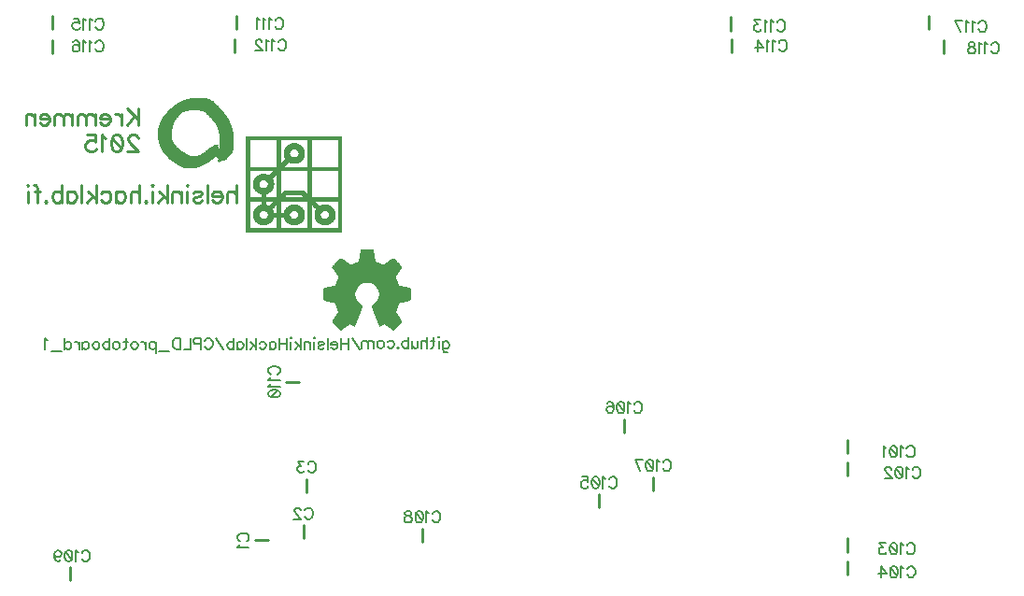
<source format=gbo>
G04 DipTrace 2.4.0.2*
%INProtolautav2.3.4.GBO*%
%MOMM*%
%ADD10C,0.25*%
%ADD12C,0.025*%
%ADD103C,0.157*%
%ADD104C,0.235*%
%FSLAX53Y53*%
G04*
G71*
G90*
G75*
G01*
%LNBotSilk*%
%LPD*%
X25700Y33550D2*
D10*
X24500D1*
X28850Y34900D2*
Y33700D1*
X29150Y39100D2*
Y37900D1*
X78150Y42600D2*
Y41400D1*
Y40600D2*
Y39400D1*
Y33700D2*
Y32500D1*
Y31600D2*
Y30400D1*
X55650Y36500D2*
Y37700D1*
X57950Y44500D2*
Y43300D1*
X60550Y38050D2*
Y39250D1*
X39650Y34600D2*
Y33400D1*
X7750Y31100D2*
Y29900D1*
X27300Y47900D2*
X28500D1*
X22750Y79900D2*
Y81100D1*
X22650Y77750D2*
Y78950D1*
X67600Y79750D2*
Y80950D1*
X67650Y77750D2*
Y78950D1*
X6150Y79850D2*
Y81050D1*
Y77700D2*
Y78900D1*
X85550Y79900D2*
Y81100D1*
X86900Y77650D2*
Y78850D1*
X18681Y73614D2*
D12*
X20053D1*
X18681Y73589D2*
X20053D1*
X18478Y73563D2*
X20166D1*
X18275Y73538D2*
X20256D1*
X18275Y73513D2*
X20323D1*
X18173Y73487D2*
X20383D1*
X18088Y73462D2*
X20356D1*
X18011Y73436D2*
X20332D1*
X17940Y73411D2*
X20403D1*
X17879Y73386D2*
X20461D1*
X20561D2*
X20586D1*
X17822Y73360D2*
X20504D1*
X20561D2*
X20563D1*
X17769Y73335D2*
X20538D1*
X20637D2*
X20663D1*
X17721Y73309D2*
X20565D1*
X20664D2*
X20688D1*
X17677Y73284D2*
X20592D1*
X20688D2*
D3*
X17634Y73259D2*
X20618D1*
X17601Y73233D2*
X20639D1*
X17579Y73208D2*
X20653D1*
X17488Y73182D2*
X20790D1*
X17458Y73157D2*
X20790D1*
X17423Y73132D2*
X20790D1*
X17387Y73106D2*
X20866D1*
X17349Y73081D2*
X20870D1*
X17308Y73055D2*
X20879D1*
X20917D2*
X20942D1*
X17269Y73030D2*
X20948D1*
X17234Y73005D2*
X20966D1*
X17201Y72979D2*
X20988D1*
X17168Y72954D2*
X21011D1*
X17133Y72928D2*
X21036D1*
X17099Y72903D2*
X21061D1*
X17068Y72878D2*
X21086D1*
X17037Y72852D2*
X21111D1*
X17004Y72827D2*
X21137D1*
X16974Y72801D2*
X21163D1*
X16943Y72776D2*
X21192D1*
X16910Y72751D2*
X21222D1*
X16875Y72725D2*
X21250D1*
X16843Y72700D2*
X21270D1*
X16813Y72674D2*
X21286D1*
X16787Y72649D2*
X21300D1*
X16762Y72624D2*
X21317D1*
X16737Y72598D2*
X18504D1*
X19443D2*
X21336D1*
X16710Y72573D2*
X18504D1*
X19443D2*
X21359D1*
X16686Y72547D2*
X18324D1*
X19569D2*
X21383D1*
X16666Y72522D2*
X18148D1*
X19667D2*
X21408D1*
X16649Y72497D2*
X18148D1*
X19738D2*
X21433D1*
X16631Y72471D2*
X18060D1*
X19796D2*
X21460D1*
X16611Y72446D2*
X17990D1*
X19845D2*
X21487D1*
X16589Y72420D2*
X17932D1*
X19890D2*
X21515D1*
X16564Y72395D2*
X17881D1*
X19934D2*
X21540D1*
X16539Y72370D2*
X17837D1*
X19975D2*
X21560D1*
X16514Y72344D2*
X17793D1*
X20010D2*
X21577D1*
X16487Y72319D2*
X17752D1*
X20039D2*
X21595D1*
X16461Y72293D2*
X17717D1*
X20061D2*
X21614D1*
X16436Y72268D2*
X17686D1*
X20078D2*
X21630D1*
X16416Y72243D2*
X17658D1*
X20097D2*
X21643D1*
X16399Y72217D2*
X17632D1*
X20119D2*
X21657D1*
X16381Y72192D2*
X17607D1*
X20148D2*
X21676D1*
X16358Y72166D2*
X17580D1*
X20185D2*
X21698D1*
X16335Y72141D2*
X17552D1*
X20221D2*
X21721D1*
X16311Y72116D2*
X17524D1*
X20248D2*
X21742D1*
X16286Y72090D2*
X17499D1*
X20267D2*
X21762D1*
X16266Y72065D2*
X17481D1*
X20283D2*
X21779D1*
X16253Y72039D2*
X17468D1*
X20300D2*
X21798D1*
X16241Y72014D2*
X17456D1*
X20320D2*
X21816D1*
X16226Y71989D2*
X17438D1*
X20343D2*
X21833D1*
X16204Y71963D2*
X17417D1*
X20367D2*
X21846D1*
X16180Y71938D2*
X17394D1*
X20392D2*
X21860D1*
X16156Y71912D2*
X17369D1*
X20417D2*
X21879D1*
X16136Y71887D2*
X17345D1*
X20444D2*
X21901D1*
X16122Y71862D2*
X17326D1*
X20471D2*
X21924D1*
X16110Y71836D2*
X17309D1*
X20499D2*
X21945D1*
X16099Y71811D2*
X17291D1*
X20526D2*
X21964D1*
X16086Y71785D2*
X17269D1*
X20551D2*
X21978D1*
X16068Y71760D2*
X17247D1*
X20573D2*
X21990D1*
X16047Y71735D2*
X17228D1*
X20592D2*
X21999D1*
X16030Y71709D2*
X17214D1*
X20608D2*
X22006D1*
X16014Y71684D2*
X17202D1*
X20627D2*
X22015D1*
X15997Y71658D2*
X17191D1*
X20649D2*
X22029D1*
X15980Y71633D2*
X17178D1*
X20672D2*
X22044D1*
X15964Y71608D2*
X17160D1*
X20696D2*
X22060D1*
X15947Y71582D2*
X17140D1*
X20721D2*
X22077D1*
X15931Y71557D2*
X17124D1*
X20741D2*
X22092D1*
X15921Y71531D2*
X17112D1*
X20756D2*
X22103D1*
X15912Y71506D2*
X17101D1*
X20769D2*
X22111D1*
X15904Y71481D2*
X17087D1*
X20787D2*
X22119D1*
X15896Y71455D2*
X17073D1*
X20809D2*
X22127D1*
X15890Y71430D2*
X17064D1*
X20832D2*
X22133D1*
X15881Y71404D2*
X17059D1*
X20853D2*
X22142D1*
X15868Y71379D2*
X17056D1*
X20872D2*
X22156D1*
X15854Y71354D2*
X17052D1*
X20888D2*
X22170D1*
X15845Y71328D2*
X17045D1*
X20906D2*
X22182D1*
X15839Y71303D2*
X17037D1*
X20927D2*
X22193D1*
X15834Y71277D2*
X17026D1*
X20948D2*
X22204D1*
X15827Y71252D2*
X17012D1*
X20966D2*
X22216D1*
X15820Y71227D2*
X16997D1*
X20984D2*
X22231D1*
X15813Y71201D2*
X16988D1*
X21000D2*
X22245D1*
X15805Y71176D2*
X16983D1*
X21014D2*
X22254D1*
X15791Y71150D2*
X16979D1*
X21025D2*
X22260D1*
X15778Y71125D2*
X16972D1*
X21034D2*
X22266D1*
X15769Y71100D2*
X16959D1*
X21039D2*
X22273D1*
X15764Y71074D2*
X16946D1*
X21044D2*
X22279D1*
X15761Y71049D2*
X16936D1*
X21051D2*
X22284D1*
X15757Y71023D2*
X16928D1*
X21064D2*
X22287D1*
X15750Y70998D2*
X16920D1*
X21077D2*
X22289D1*
X15744Y70973D2*
X16913D1*
X21086D2*
X22296D1*
X15739Y70947D2*
X16908D1*
X21092D2*
X22309D1*
X15735Y70922D2*
X16905D1*
X21097D2*
X22324D1*
X15727Y70896D2*
X16904D1*
X21104D2*
X22339D1*
X15715Y70871D2*
X16904D1*
X21113D2*
X22356D1*
X15701Y70846D2*
X16903D1*
X21124D2*
X22371D1*
X15693Y70820D2*
X16903D1*
X21139D2*
X22381D1*
X15688Y70795D2*
X16903D1*
X21153D2*
X22386D1*
X15686Y70769D2*
X16903D1*
X21162D2*
X22388D1*
X15685Y70744D2*
X16903D1*
X21167D2*
X22389D1*
X15684Y70719D2*
X16903D1*
X21170D2*
X22391D1*
X15684Y70693D2*
X16903D1*
X21174D2*
X22394D1*
X15684Y70668D2*
X16903D1*
X21181D2*
X22400D1*
X15684Y70642D2*
X16903D1*
X21187D2*
X22407D1*
X15684Y70617D2*
X16903D1*
X21192D2*
X22411D1*
X15684Y70592D2*
X16903D1*
X21194D2*
X22413D1*
X15684Y70566D2*
X16903D1*
X21197D2*
X22414D1*
X15684Y70541D2*
X16903D1*
X21204D2*
X22415D1*
X15684Y70515D2*
X16903D1*
X21217D2*
X22415D1*
X15684Y70490D2*
X16903D1*
X21230D2*
X22417D1*
X15684Y70465D2*
X16903D1*
X21238D2*
X22421D1*
X15684Y70439D2*
X16903D1*
X21243D2*
X22435D1*
X15684Y70414D2*
X16903D1*
X21245D2*
X22449D1*
X15684Y70388D2*
X16903D1*
X21246D2*
X22458D1*
X15684Y70363D2*
X16903D1*
X21247D2*
X22462D1*
X15684Y70338D2*
X16903D1*
X21247D2*
X22465D1*
X15684Y70312D2*
X16903D1*
X21247D2*
X22465D1*
X15684Y70287D2*
X16903D1*
X21247D2*
X22466D1*
X15684Y70261D2*
X16903D1*
X21247D2*
X22466D1*
X15684Y70236D2*
X16903D1*
X21247D2*
X22466D1*
X15684Y70211D2*
X16903D1*
X21247D2*
X22466D1*
X15684Y70185D2*
X16903D1*
X21247D2*
X22466D1*
X15684Y70160D2*
X16903D1*
X21247D2*
X22466D1*
X15684Y70134D2*
X16903D1*
X21247D2*
X22466D1*
X15684Y70109D2*
X16903D1*
X21247D2*
X22466D1*
X15684Y70084D2*
X16903D1*
X21247D2*
X22466D1*
X15684Y70058D2*
X16903D1*
X21247D2*
X22466D1*
X15684Y70033D2*
X16903D1*
X21247D2*
X22466D1*
X15684Y70007D2*
X16903D1*
X21247D2*
X22466D1*
X15684Y69982D2*
X16903D1*
X21247D2*
X22466D1*
X15686Y69957D2*
X16903D1*
X21247D2*
X22466D1*
X15690Y69931D2*
X16903D1*
X21247D2*
X22466D1*
X15704Y69906D2*
X16903D1*
X21247D2*
X22466D1*
X15718Y69880D2*
X16903D1*
X21247D2*
X22466D1*
X15727Y69855D2*
X16904D1*
X21247D2*
X22466D1*
X15731Y69830D2*
X16908D1*
X21247D2*
X22466D1*
X15734Y69804D2*
X16914D1*
X21247D2*
X22466D1*
X15735Y69779D2*
X16922D1*
X21247D2*
X22466D1*
X15736Y69753D2*
X16933D1*
X21247D2*
X22466D1*
X15739Y69728D2*
X16948D1*
X21247D2*
X22466D1*
X15745Y69703D2*
X16962D1*
X21247D2*
X22466D1*
X15754Y69677D2*
X16973D1*
X21247D2*
X22466D1*
X15765Y69652D2*
X16984D1*
X21247D2*
X22466D1*
X15779Y69626D2*
X17000D1*
X21247D2*
X22466D1*
X15793Y69601D2*
X17017D1*
X21247D2*
X22466D1*
X15803Y69576D2*
X17032D1*
X21247D2*
X22466D1*
X15809Y69550D2*
X17046D1*
X21247D2*
X22466D1*
X15814Y69525D2*
X17060D1*
X21247D2*
X22466D1*
X15821Y69499D2*
X17079D1*
X21247D2*
X22466D1*
X15828Y69474D2*
X17101D1*
X21247D2*
X22466D1*
X15834Y69449D2*
X17124D1*
X21247D2*
X22466D1*
X15843Y69423D2*
X17149D1*
X21247D2*
X22466D1*
X15857Y69398D2*
X17173D1*
X21247D2*
X22466D1*
X15870Y69372D2*
X17192D1*
X20815D2*
X20942D1*
X21044D2*
X21069D1*
X21249D2*
X22466D1*
X15879Y69347D2*
X17209D1*
X20768D2*
X20942D1*
X21044D2*
X21052D1*
X21253D2*
X22466D1*
X15885Y69322D2*
X17227D1*
X20719D2*
X21035D1*
X21267D2*
X22466D1*
X15890Y69296D2*
X17249D1*
X20680D2*
X21031D1*
X21283D2*
X22466D1*
X15897Y69271D2*
X17271D1*
X20652D2*
X21042D1*
X21298D2*
X22466D1*
X15906Y69245D2*
X17290D1*
X20561D2*
X21053D1*
X21274D2*
X22466D1*
X15917Y69220D2*
X17304D1*
X20536D2*
X21061D1*
X21257D2*
X22466D1*
X15932Y69195D2*
X17318D1*
X20501D2*
X21066D1*
X21251D2*
X22466D1*
X15948Y69169D2*
X17336D1*
X20459D2*
X21062D1*
X21249D2*
X22466D1*
X15963Y69144D2*
X17364D1*
X20417D2*
X21049D1*
X21248D2*
X22466D1*
X15981Y69118D2*
X17399D1*
X20378D2*
X21036D1*
X21247D2*
X22466D1*
X15996Y69093D2*
X17436D1*
X20342D2*
X21026D1*
X21244D2*
X22464D1*
X16006Y69068D2*
X17473D1*
X20303D2*
X21027D1*
X21237D2*
X22460D1*
X16012Y69042D2*
X17513D1*
X20264D2*
X21046D1*
X21094D2*
X21145D1*
X21207D2*
X22446D1*
X16019Y69017D2*
X17548D1*
X20227D2*
X22432D1*
X16033Y68991D2*
X17574D1*
X20195D2*
X22423D1*
X16052Y68966D2*
X17583D1*
X20165D2*
X22418D1*
X16070Y68941D2*
X17592D1*
X20139D2*
X22412D1*
X16085Y68915D2*
X17607D1*
X20113D2*
X22405D1*
X16097Y68890D2*
X17629D1*
X20087D2*
X22398D1*
X16108Y68864D2*
X17659D1*
X20062D2*
X22392D1*
X16120Y68839D2*
X17695D1*
X20036D2*
X22383D1*
X16137Y68814D2*
X17735D1*
X17843D2*
X17869D1*
X20010D2*
X22370D1*
X16157Y68788D2*
X17776D1*
X17870D2*
X17894D1*
X19986D2*
X22356D1*
X16180Y68763D2*
X17821D1*
X17894D2*
D3*
X19961D2*
X22345D1*
X16201Y68737D2*
X17894D1*
X19932D2*
X22333D1*
X16218Y68712D2*
X17915D1*
X19896D2*
X22316D1*
X16232Y68687D2*
X17939D1*
X17996D2*
X18021D1*
X19856D2*
X22295D1*
X16247Y68661D2*
X17994D1*
X18023D2*
X18097D1*
X19816D2*
X22278D1*
X16266Y68636D2*
X17990D1*
X18046D2*
X18085D1*
X19778D2*
X22262D1*
X16288Y68610D2*
X18072D1*
X19740D2*
X22244D1*
X16311Y68585D2*
X18135D1*
X19701D2*
X22224D1*
X16336Y68560D2*
X18212D1*
X19654D2*
X22202D1*
X16362Y68534D2*
X18300D1*
X19600D2*
X22178D1*
X16388Y68509D2*
X18273D1*
X19546D2*
X22158D1*
X16416Y68483D2*
X18250D1*
X19487D2*
X22142D1*
X16447Y68458D2*
X18375D1*
X19417D2*
X22126D1*
X16476Y68433D2*
X18504D1*
X19332D2*
X22103D1*
X16504Y68407D2*
X18504D1*
X19219D2*
X22070D1*
X16530Y68382D2*
X18732D1*
X19073D2*
X20879D1*
X20898D2*
X22033D1*
X16554Y68356D2*
X20826D1*
X20962D2*
X22000D1*
X16573Y68331D2*
X20782D1*
X21009D2*
X21970D1*
X16588Y68306D2*
X20743D1*
X21045D2*
X21942D1*
X16602Y68280D2*
X20711D1*
X21075D2*
X21917D1*
X16621Y68255D2*
X20682D1*
X21102D2*
X21895D1*
X16644Y68229D2*
X20655D1*
X21128D2*
X21876D1*
X16666Y68204D2*
X20631D1*
X21152D2*
X21862D1*
X16691Y68179D2*
X20610D1*
X21169D2*
X21848D1*
X16720Y68153D2*
X20588D1*
X21182D2*
X21831D1*
X16756Y68128D2*
X20559D1*
X21180D2*
X21806D1*
X16796Y68102D2*
X20522D1*
X21175D2*
X21776D1*
X16835Y68077D2*
X20485D1*
X21165D2*
X21544D1*
X21609D2*
X21740D1*
X16874Y68052D2*
X20451D1*
X21151D2*
X21511D1*
X21629D2*
X21699D1*
X16912Y68026D2*
X20419D1*
X21138D2*
X21465D1*
X21653D2*
D3*
X16949Y68001D2*
X20388D1*
X21127D2*
X21416D1*
X16990Y67975D2*
X20352D1*
X21129D2*
X21367D1*
X17030Y67950D2*
X20312D1*
X21141D2*
X21315D1*
X17066Y67925D2*
X20272D1*
X21156D2*
X21265D1*
X17103Y67899D2*
X20231D1*
X21171D2*
X21221D1*
X17142Y67874D2*
X20188D1*
X17179Y67848D2*
X20145D1*
X17211Y67823D2*
X20100D1*
X17242Y67798D2*
X20051D1*
X17276Y67772D2*
X20002D1*
X17317Y67747D2*
X19952D1*
X17364Y67721D2*
X19901D1*
X17411Y67696D2*
X19854D1*
X17458Y67671D2*
X19810D1*
X17500Y67645D2*
X19768D1*
X17536Y67620D2*
X19734D1*
X17552Y67594D2*
X19713D1*
X17620Y67569D2*
X19610D1*
X17665Y67544D2*
X19550D1*
X17709Y67518D2*
X19494D1*
X17751Y67493D2*
X19438D1*
X17797Y67467D2*
X19365D1*
X17848Y67442D2*
X19262D1*
X17904Y67417D2*
X19139D1*
X17971Y67391D2*
X19139D1*
X18046Y67366D2*
X18986D1*
X34081Y59922D2*
X35123D1*
X34073Y59897D2*
X35131D1*
X34065Y59871D2*
X35139D1*
X34060Y59846D2*
X35144D1*
X34057Y59821D2*
X35147D1*
X34053Y59795D2*
X35152D1*
X34046Y59770D2*
X35158D1*
X34039Y59744D2*
X35165D1*
X34035Y59719D2*
X35170D1*
X34031Y59694D2*
X35173D1*
X34027Y59668D2*
X35177D1*
X34021Y59643D2*
X35184D1*
X34014Y59617D2*
X35190D1*
X34009Y59592D2*
X35195D1*
X34007Y59567D2*
X35197D1*
X34006Y59541D2*
X35199D1*
X34004Y59516D2*
X35203D1*
X34001Y59490D2*
X35209D1*
X33995Y59465D2*
X35216D1*
X33988Y59440D2*
X35220D1*
X33984Y59414D2*
X35223D1*
X33981Y59389D2*
X35225D1*
X33976Y59363D2*
X35228D1*
X33970Y59338D2*
X35235D1*
X33963Y59313D2*
X35241D1*
X33959Y59287D2*
X35246D1*
X33956Y59262D2*
X35249D1*
X33955Y59236D2*
X35253D1*
X33954Y59211D2*
X35260D1*
X33950Y59186D2*
X35267D1*
X33944Y59160D2*
X35271D1*
X33938Y59135D2*
X35273D1*
X33933Y59109D2*
X35275D1*
X32176Y59084D2*
X32278D1*
X33930D2*
X35276D1*
X36926D2*
X37028D1*
X32151Y59059D2*
X32312D1*
X33925D2*
X35279D1*
X36897D2*
X37053D1*
X32126Y59033D2*
X32346D1*
X33919D2*
X35285D1*
X36864D2*
X37079D1*
X32100Y59008D2*
X32380D1*
X33912D2*
X35292D1*
X36829D2*
X37104D1*
X32075Y58982D2*
X32414D1*
X33908D2*
X35297D1*
X36792D2*
X37129D1*
X32049Y58957D2*
X32451D1*
X33905D2*
X35300D1*
X36754D2*
X37155D1*
X32024Y58932D2*
X32488D1*
X33903D2*
X35304D1*
X36717D2*
X37180D1*
X31999Y58906D2*
X32526D1*
X33900D2*
X35311D1*
X36679D2*
X37206D1*
X31974Y58881D2*
X32562D1*
X33893D2*
X35318D1*
X36642D2*
X37230D1*
X31952Y58855D2*
X32594D1*
X33885D2*
X35324D1*
X36610D2*
X37252D1*
X31933Y58830D2*
X32623D1*
X33875D2*
X35332D1*
X36582D2*
X37271D1*
X31914Y58805D2*
X32651D1*
X33848D2*
X35357D1*
X36553D2*
X37290D1*
X31893Y58779D2*
X32683D1*
X33809D2*
X35396D1*
X36521D2*
X37311D1*
X31870Y58754D2*
X32718D1*
X33755D2*
X35450D1*
X36487D2*
X37334D1*
X31845Y58728D2*
X32755D1*
X33688D2*
X35516D1*
X36451D2*
X37359D1*
X31821Y58703D2*
X32793D1*
X33615D2*
X35590D1*
X36414D2*
X37384D1*
X31795Y58678D2*
X32831D1*
X33541D2*
X35663D1*
X36373D2*
X37409D1*
X31770Y58652D2*
X32872D1*
X33472D2*
X35732D1*
X36330D2*
X37434D1*
X31745Y58627D2*
X32914D1*
X33409D2*
X35795D1*
X36288D2*
X37460D1*
X31719Y58601D2*
X32955D1*
X33350D2*
X35854D1*
X36248D2*
X37485D1*
X31694Y58576D2*
X32998D1*
X33292D2*
X35912D1*
X36206D2*
X37510D1*
X31668Y58551D2*
X33049D1*
X33224D2*
X35980D1*
X36155D2*
X37536D1*
X31644Y58525D2*
X33115D1*
X33138D2*
X36066D1*
X36089D2*
X37560D1*
X31622Y58500D2*
X37582D1*
X31602Y58474D2*
X37602D1*
X31579Y58449D2*
X37622D1*
X31553Y58424D2*
X37646D1*
X31527Y58398D2*
X37674D1*
X31505Y58373D2*
X37699D1*
X31485Y58347D2*
X37719D1*
X31465Y58322D2*
X37722D1*
X31483Y58297D2*
X37710D1*
X31504Y58271D2*
X37692D1*
X31530Y58246D2*
X37670D1*
X31556Y58220D2*
X37649D1*
X31578Y58195D2*
X37630D1*
X31598Y58170D2*
X37609D1*
X31616Y58144D2*
X37590D1*
X31630Y58119D2*
X37575D1*
X31642Y58093D2*
X37563D1*
X31655Y58068D2*
X37549D1*
X31670Y58043D2*
X37534D1*
X31686Y58017D2*
X37518D1*
X31702Y57992D2*
X37502D1*
X31719Y57966D2*
X37485D1*
X31736Y57941D2*
X37468D1*
X31753Y57916D2*
X37451D1*
X31770Y57890D2*
X37434D1*
X31787Y57865D2*
X37417D1*
X31805Y57839D2*
X37400D1*
X31824Y57814D2*
X37383D1*
X31843Y57789D2*
X37367D1*
X31858Y57763D2*
X37353D1*
X31870Y57738D2*
X37339D1*
X31883Y57712D2*
X37323D1*
X31899Y57687D2*
X37307D1*
X31915Y57662D2*
X37290D1*
X31931Y57636D2*
X37273D1*
X31948Y57611D2*
X37256D1*
X31965Y57585D2*
X37240D1*
X31982Y57560D2*
X37223D1*
X31999Y57535D2*
X37206D1*
X32014Y57509D2*
X37190D1*
X32028Y57484D2*
X37176D1*
X32038Y57458D2*
X37166D1*
X32044Y57433D2*
X37160D1*
X32046Y57408D2*
X37158D1*
X32044Y57382D2*
X37160D1*
X32038Y57357D2*
X37166D1*
X32028Y57331D2*
X37176D1*
X32017Y57306D2*
X37187D1*
X32005Y57281D2*
X37200D1*
X31992Y57255D2*
X37212D1*
X31980Y57230D2*
X37225D1*
X31967Y57204D2*
X37237D1*
X31954Y57179D2*
X37250D1*
X31941Y57154D2*
X37263D1*
X31929Y57128D2*
X37275D1*
X31917Y57103D2*
X37288D1*
X31908Y57077D2*
X37301D1*
X31901Y57052D2*
X37313D1*
X31895Y57027D2*
X37322D1*
X31887Y57001D2*
X37329D1*
X31876Y56976D2*
X34499D1*
X34702D2*
X37335D1*
X31865Y56950D2*
X34373D1*
X34825D2*
X37342D1*
X31856Y56925D2*
X34269D1*
X34929D2*
X37350D1*
X31847Y56900D2*
X34186D1*
X35014D2*
X37358D1*
X31838Y56874D2*
X34120D1*
X35082D2*
X37367D1*
X31829Y56849D2*
X34065D1*
X35138D2*
X37375D1*
X31821Y56823D2*
X34018D1*
X35185D2*
X37383D1*
X31812Y56798D2*
X33977D1*
X35227D2*
X37392D1*
X31804Y56773D2*
X33941D1*
X35263D2*
X37401D1*
X31796Y56747D2*
X33909D1*
X35295D2*
X37410D1*
X31787Y56722D2*
X33881D1*
X35323D2*
X37422D1*
X31777Y56696D2*
X33858D1*
X35346D2*
X37437D1*
X31766Y56671D2*
X33838D1*
X35366D2*
X37455D1*
X31737Y56646D2*
X33819D1*
X35385D2*
X37479D1*
X31667Y56620D2*
X33798D1*
X35406D2*
X37545D1*
X31572Y56595D2*
X33775D1*
X35429D2*
X37639D1*
X31455Y56569D2*
X33751D1*
X35453D2*
X37757D1*
X31325Y56544D2*
X33730D1*
X35474D2*
X37886D1*
X31189Y56519D2*
X33712D1*
X35493D2*
X38020D1*
X31052Y56493D2*
X33696D1*
X35511D2*
X38155D1*
X30925Y56468D2*
X33681D1*
X35529D2*
X38281D1*
X30825Y56442D2*
X33666D1*
X35545D2*
X38380D1*
X30750Y56417D2*
X33649D1*
X35560D2*
X38454D1*
X30721Y56392D2*
X33634D1*
X35573D2*
X38483D1*
X30712Y56366D2*
X33620D1*
X35586D2*
X38493D1*
X30707Y56341D2*
X33610D1*
X35599D2*
X38498D1*
X30704Y56315D2*
X33602D1*
X35611D2*
X38500D1*
X30704Y56290D2*
X33593D1*
X35620D2*
X38501D1*
X30703Y56265D2*
X33579D1*
X35626D2*
X38501D1*
X30703Y56239D2*
X33564D1*
X35631D2*
X38501D1*
X30703Y56214D2*
X33552D1*
X35638D2*
X38501D1*
X30703Y56188D2*
X33541D1*
X35651D2*
X38501D1*
X30703Y56163D2*
X33532D1*
X35665D2*
X38501D1*
X30703Y56138D2*
X33523D1*
X35678D2*
X38501D1*
X30703Y56112D2*
X33514D1*
X35688D2*
X38501D1*
X30703Y56087D2*
X33507D1*
X35697D2*
X38501D1*
X30703Y56061D2*
X33502D1*
X35702D2*
X38501D1*
X30703Y56036D2*
X33499D1*
X35705D2*
X38501D1*
X30703Y56011D2*
X33498D1*
X35706D2*
X38501D1*
X30703Y55985D2*
X33497D1*
X35707D2*
X38501D1*
X30703Y55960D2*
X33497D1*
X35707D2*
X38501D1*
X30703Y55934D2*
X33497D1*
X35707D2*
X38501D1*
X30703Y55909D2*
X33497D1*
X35707D2*
X38501D1*
X30703Y55884D2*
X33497D1*
X35707D2*
X38501D1*
X30703Y55858D2*
X33497D1*
X35707D2*
X38501D1*
X30703Y55833D2*
X33497D1*
X35707D2*
X38501D1*
X30703Y55807D2*
X33497D1*
X35707D2*
X38501D1*
X30703Y55782D2*
X33497D1*
X35707D2*
X38501D1*
X30703Y55757D2*
X33497D1*
X35707D2*
X38501D1*
X30703Y55731D2*
X33498D1*
X35707D2*
X38501D1*
X30703Y55706D2*
X33501D1*
X35706D2*
X38501D1*
X30703Y55680D2*
X33508D1*
X35703D2*
X38501D1*
X30703Y55655D2*
X33514D1*
X35697D2*
X38501D1*
X30703Y55630D2*
X33518D1*
X35690D2*
X38501D1*
X30703Y55604D2*
X33521D1*
X35686D2*
X38501D1*
X30703Y55579D2*
X33523D1*
X35681D2*
X38501D1*
X30703Y55553D2*
X33527D1*
X35674D2*
X38501D1*
X30703Y55528D2*
X33533D1*
X35661D2*
X38501D1*
X30703Y55503D2*
X33541D1*
X35647D2*
X38501D1*
X30703Y55477D2*
X33552D1*
X35635D2*
X38501D1*
X30703Y55452D2*
X33568D1*
X35623D2*
X38501D1*
X30703Y55426D2*
X33585D1*
X35611D2*
X38501D1*
X30704Y55401D2*
X33602D1*
X35599D2*
X38500D1*
X30707Y55376D2*
X33616D1*
X35586D2*
X38497D1*
X30725Y55350D2*
X33630D1*
X35574D2*
X38480D1*
X30781Y55325D2*
X33644D1*
X35560D2*
X38423D1*
X30867Y55299D2*
X33659D1*
X35545D2*
X38337D1*
X30980Y55274D2*
X33675D1*
X35529D2*
X38224D1*
X31106Y55249D2*
X33688D1*
X35516D2*
X38098D1*
X31237Y55223D2*
X33699D1*
X35505D2*
X37968D1*
X31237Y55198D2*
X33713D1*
X35491D2*
X37968D1*
X31368Y55172D2*
X33732D1*
X35473D2*
X37836D1*
X31494Y55147D2*
X33753D1*
X35455D2*
X37710D1*
X31598Y55122D2*
X33774D1*
X35437D2*
X37606D1*
X31670Y55096D2*
X33796D1*
X35418D2*
X37534D1*
X31721Y55071D2*
X33821D1*
X35394D2*
X37484D1*
X31742Y55045D2*
X33848D1*
X35365D2*
X37462D1*
X31757Y55020D2*
X33876D1*
X35334D2*
X37447D1*
X31768Y54995D2*
X33904D1*
X35303D2*
X37436D1*
X31778Y54969D2*
X33933D1*
X35273D2*
X37426D1*
X31787Y54944D2*
X33965D1*
X35239D2*
X37417D1*
X31795Y54918D2*
X34000D1*
X35205D2*
X37409D1*
X31804Y54893D2*
X34033D1*
X35172D2*
X37400D1*
X31812Y54868D2*
X34061D1*
X35144D2*
X37393D1*
X31817Y54842D2*
X34085D1*
X35119D2*
X37387D1*
X31823Y54817D2*
X34108D1*
X35097D2*
X37381D1*
X31830Y54791D2*
X34127D1*
X35077D2*
X37374D1*
X31838Y54766D2*
X34142D1*
X35063D2*
X37366D1*
X31846Y54741D2*
X34140D1*
X35064D2*
X37358D1*
X31856Y54715D2*
X34134D1*
X35070D2*
X37349D1*
X31867Y54690D2*
X34125D1*
X35080D2*
X37341D1*
X31878Y54664D2*
X34116D1*
X35092D2*
X37333D1*
X31891Y54639D2*
X34107D1*
X35103D2*
X37323D1*
X31903Y54614D2*
X34098D1*
X35113D2*
X37312D1*
X31913Y54588D2*
X34086D1*
X35122D2*
X37300D1*
X31922Y54563D2*
X34075D1*
X35132D2*
X37288D1*
X31931Y54537D2*
X34062D1*
X35143D2*
X37276D1*
X31939Y54512D2*
X34051D1*
X35154D2*
X37266D1*
X31948Y54487D2*
X34041D1*
X35163D2*
X37257D1*
X31957Y54461D2*
X34035D1*
X35170D2*
X37247D1*
X31968Y54436D2*
X34028D1*
X35176D2*
X37236D1*
X31980Y54410D2*
X34020D1*
X35184D2*
X37224D1*
X31992Y54385D2*
X34010D1*
X35194D2*
X37212D1*
X32004Y54360D2*
X33999D1*
X35205D2*
X37200D1*
X32013Y54334D2*
X33989D1*
X35215D2*
X37191D1*
X32018Y54309D2*
X33980D1*
X35224D2*
X37186D1*
X32018Y54283D2*
X33971D1*
X35234D2*
X37187D1*
X32012Y54258D2*
X33960D1*
X35245D2*
X37192D1*
X32002Y54233D2*
X33948D1*
X35256D2*
X37203D1*
X31988Y54207D2*
X33938D1*
X35266D2*
X37216D1*
X31973Y54182D2*
X33930D1*
X35275D2*
X37231D1*
X31960Y54156D2*
X33921D1*
X35284D2*
X37244D1*
X31949Y54131D2*
X33912D1*
X35292D2*
X37255D1*
X31936Y54106D2*
X33904D1*
X35300D2*
X37268D1*
X31921Y54080D2*
X33895D1*
X35310D2*
X37284D1*
X31905Y54055D2*
X33887D1*
X35321D2*
X37299D1*
X31888Y54029D2*
X33878D1*
X35332D2*
X37316D1*
X31871Y54004D2*
X33869D1*
X35342D2*
X37333D1*
X31855Y53979D2*
X33858D1*
X35351D2*
X37350D1*
X31838Y53953D2*
X33846D1*
X35361D2*
X37367D1*
X31821Y53928D2*
X33834D1*
X35372D2*
X37387D1*
X31804Y53902D2*
X33822D1*
X35383D2*
X37406D1*
X31786Y53877D2*
X33812D1*
X35393D2*
X37425D1*
X31767Y53852D2*
X33803D1*
X35402D2*
X37442D1*
X31748Y53826D2*
X33794D1*
X35411D2*
X37459D1*
X31733Y53801D2*
X33785D1*
X35419D2*
X37472D1*
X31721Y53775D2*
X33777D1*
X35427D2*
X37484D1*
X31707Y53750D2*
X33767D1*
X35437D2*
X37497D1*
X31692Y53725D2*
X33756D1*
X35448D2*
X37512D1*
X31676Y53699D2*
X33745D1*
X35459D2*
X37528D1*
X31660Y53674D2*
X33735D1*
X35469D2*
X37544D1*
X31643Y53648D2*
X33726D1*
X35478D2*
X37561D1*
X31626Y53623D2*
X33717D1*
X35488D2*
X37578D1*
X31609Y53598D2*
X33706D1*
X35499D2*
X37595D1*
X31591Y53572D2*
X33694D1*
X35510D2*
X37612D1*
X31571Y53547D2*
X33684D1*
X35520D2*
X37630D1*
X31548Y53521D2*
X33676D1*
X35529D2*
X37650D1*
X31524Y53496D2*
X33666D1*
X35538D2*
X37673D1*
X31504Y53471D2*
X33655D1*
X35549D2*
X37695D1*
X31489Y53445D2*
X33644D1*
X35561D2*
X37712D1*
X31478Y53420D2*
X33635D1*
X35571D2*
X37725D1*
X31481Y53394D2*
X33628D1*
X35579D2*
X37724D1*
X31490Y53369D2*
X33622D1*
X35588D2*
X37711D1*
X31507Y53344D2*
X33613D1*
X35597D2*
X37691D1*
X31532Y53318D2*
X33599D1*
X35605D2*
X37666D1*
X31561Y53293D2*
X33581D1*
X35616D2*
X37639D1*
X31589Y53267D2*
X33563D1*
X35630D2*
X37613D1*
X31616Y53242D2*
X33547D1*
X35647D2*
X37587D1*
X31642Y53217D2*
X33534D1*
X35664D2*
X37561D1*
X31668Y53191D2*
X33041D1*
X33090D2*
X33524D1*
X35677D2*
X36114D1*
X36163D2*
X37536D1*
X31694Y53166D2*
X32993D1*
X33137D2*
X33514D1*
X35689D2*
X36067D1*
X36212D2*
X37510D1*
X31719Y53140D2*
X32949D1*
X33182D2*
X33502D1*
X35701D2*
X36022D1*
X36259D2*
X37485D1*
X31744Y53115D2*
X32906D1*
X33226D2*
X33491D1*
X35713D2*
X35978D1*
X36305D2*
X37460D1*
X31769Y53090D2*
X32864D1*
X33271D2*
X33482D1*
X35722D2*
X35933D1*
X36346D2*
X37435D1*
X31791Y53064D2*
X32828D1*
X33313D2*
X33476D1*
X35729D2*
X35892D1*
X36380D2*
X37413D1*
X31810Y53039D2*
X32798D1*
X33350D2*
X33469D1*
X35735D2*
X35854D1*
X36408D2*
X37394D1*
X31829Y53013D2*
X32769D1*
X33385D2*
X33459D1*
X35745D2*
X35819D1*
X36437D2*
X37375D1*
X31850Y52988D2*
X32736D1*
X33421D2*
X33446D1*
X35758D2*
X35783D1*
X36468D2*
X37354D1*
X31873Y52963D2*
X32701D1*
X36503D2*
X37331D1*
X31898Y52937D2*
X32664D1*
X36540D2*
X37306D1*
X31923Y52912D2*
X32627D1*
X36577D2*
X37282D1*
X31948Y52886D2*
X32589D1*
X36615D2*
X37256D1*
X31973Y52861D2*
X32551D1*
X36653D2*
X37231D1*
X32000Y52836D2*
X32513D1*
X36691D2*
X37206D1*
X32028Y52810D2*
X32476D1*
X36729D2*
X37180D1*
X32060Y52785D2*
X32440D1*
X36767D2*
X37155D1*
X32092Y52759D2*
X32406D1*
X36804D2*
X37129D1*
X32120Y52734D2*
X32372D1*
X36838D2*
X37105D1*
X32145Y52709D2*
X32341D1*
X36867D2*
X37081D1*
X32165Y52683D2*
X32313D1*
X36893D2*
X37054D1*
X32183Y52658D2*
X32284D1*
X36921D2*
X37019D1*
X32202Y52632D2*
X32253D1*
X36952D2*
X36977D1*
X23675Y70175D2*
X32311D1*
X23675Y70149D2*
X32311D1*
X23675Y70124D2*
X32311D1*
X23675Y70098D2*
X32311D1*
X23675Y70073D2*
X32311D1*
X23675Y70048D2*
X32311D1*
X23675Y70022D2*
X32311D1*
X23675Y69997D2*
X32311D1*
X23675Y69971D2*
X32311D1*
X23675Y69946D2*
X32311D1*
X23675Y69921D2*
X32311D1*
X23675Y69895D2*
X32311D1*
X23675Y69870D2*
X32311D1*
X23675Y69844D2*
X23980D1*
X26469D2*
X26749D1*
X29238D2*
X29543D1*
X32032D2*
X32311D1*
X23675Y69819D2*
X23980D1*
X26469D2*
X26749D1*
X29238D2*
X29543D1*
X32032D2*
X32311D1*
X23675Y69794D2*
X23980D1*
X26469D2*
X26749D1*
X29238D2*
X29543D1*
X32032D2*
X32311D1*
X23675Y69768D2*
X23980D1*
X26469D2*
X26749D1*
X29238D2*
X29543D1*
X32032D2*
X32311D1*
X23675Y69743D2*
X23980D1*
X26469D2*
X26749D1*
X29238D2*
X29543D1*
X32032D2*
X32311D1*
X23675Y69717D2*
X23980D1*
X26469D2*
X26749D1*
X29238D2*
X29543D1*
X32032D2*
X32311D1*
X23675Y69692D2*
X23980D1*
X26469D2*
X26749D1*
X29238D2*
X29543D1*
X32032D2*
X32311D1*
X23675Y69667D2*
X23980D1*
X26469D2*
X26749D1*
X29238D2*
X29543D1*
X32032D2*
X32311D1*
X23675Y69641D2*
X23980D1*
X26469D2*
X26749D1*
X29238D2*
X29543D1*
X32032D2*
X32311D1*
X23675Y69616D2*
X23980D1*
X26469D2*
X26749D1*
X29238D2*
X29543D1*
X32032D2*
X32311D1*
X23675Y69590D2*
X23980D1*
X26469D2*
X26749D1*
X29238D2*
X29543D1*
X32032D2*
X32311D1*
X23675Y69565D2*
X23980D1*
X26469D2*
X26749D1*
X29238D2*
X29543D1*
X32032D2*
X32311D1*
X23675Y69540D2*
X23980D1*
X26469D2*
X26749D1*
X27968D2*
X28019D1*
X29238D2*
X29543D1*
X32032D2*
X32311D1*
X23675Y69514D2*
X23980D1*
X26469D2*
X26749D1*
X27832D2*
X28157D1*
X29238D2*
X29543D1*
X32032D2*
X32311D1*
X23675Y69489D2*
X23980D1*
X26469D2*
X26749D1*
X27726D2*
X28267D1*
X29238D2*
X29543D1*
X32032D2*
X32311D1*
X23675Y69463D2*
X23980D1*
X26469D2*
X26749D1*
X27645D2*
X28349D1*
X29238D2*
X29543D1*
X32032D2*
X32311D1*
X23675Y69438D2*
X23980D1*
X26469D2*
X26749D1*
X27581D2*
X28414D1*
X29238D2*
X29543D1*
X32032D2*
X32311D1*
X23675Y69413D2*
X23980D1*
X26469D2*
X26749D1*
X27532D2*
X28468D1*
X29238D2*
X29543D1*
X32032D2*
X32311D1*
X23675Y69387D2*
X23980D1*
X26469D2*
X26749D1*
X27491D2*
X28513D1*
X29238D2*
X29543D1*
X32032D2*
X32311D1*
X23675Y69362D2*
X23980D1*
X26469D2*
X26749D1*
X27453D2*
X28552D1*
X29238D2*
X29543D1*
X32032D2*
X32311D1*
X23675Y69336D2*
X23980D1*
X26469D2*
X26749D1*
X27416D2*
X28584D1*
X29238D2*
X29543D1*
X32032D2*
X32311D1*
X23675Y69311D2*
X23980D1*
X26469D2*
X26749D1*
X27382D2*
X28612D1*
X29238D2*
X29543D1*
X32032D2*
X32311D1*
X23675Y69286D2*
X23980D1*
X26469D2*
X26749D1*
X27354D2*
X28638D1*
X29238D2*
X29543D1*
X32032D2*
X32311D1*
X23675Y69260D2*
X23980D1*
X26469D2*
X26749D1*
X27329D2*
X28662D1*
X29238D2*
X29543D1*
X32032D2*
X32311D1*
X23675Y69235D2*
X23980D1*
X26469D2*
X26749D1*
X27306D2*
X28688D1*
X29238D2*
X29543D1*
X32032D2*
X32311D1*
X23675Y69209D2*
X23980D1*
X26469D2*
X26749D1*
X27285D2*
X28712D1*
X29238D2*
X29543D1*
X32032D2*
X32311D1*
X23675Y69184D2*
X23980D1*
X26469D2*
X26749D1*
X27264D2*
X28734D1*
X29238D2*
X29543D1*
X32032D2*
X32311D1*
X23675Y69159D2*
X23980D1*
X26469D2*
X26749D1*
X27243D2*
X28754D1*
X29238D2*
X29543D1*
X32032D2*
X32311D1*
X23675Y69133D2*
X23980D1*
X26469D2*
X26749D1*
X27225D2*
X28772D1*
X29238D2*
X29543D1*
X32032D2*
X32311D1*
X23675Y69108D2*
X23980D1*
X26469D2*
X26749D1*
X27211D2*
X28789D1*
X29238D2*
X29543D1*
X32032D2*
X32311D1*
X23675Y69082D2*
X23980D1*
X26469D2*
X26749D1*
X27199D2*
X28805D1*
X29238D2*
X29543D1*
X32032D2*
X32311D1*
X23675Y69057D2*
X23980D1*
X26469D2*
X26749D1*
X27186D2*
X28819D1*
X29238D2*
X29543D1*
X32032D2*
X32311D1*
X23675Y69032D2*
X23980D1*
X26469D2*
X26749D1*
X27171D2*
X27974D1*
X28013D2*
X28830D1*
X29238D2*
X29543D1*
X32032D2*
X32311D1*
X23675Y69006D2*
X23980D1*
X26469D2*
X26749D1*
X27155D2*
X27889D1*
X28099D2*
X28840D1*
X29238D2*
X29543D1*
X32032D2*
X32311D1*
X23675Y68981D2*
X23980D1*
X26469D2*
X26749D1*
X27143D2*
X27821D1*
X28170D2*
X28852D1*
X29238D2*
X29543D1*
X32032D2*
X32311D1*
X23675Y68955D2*
X23980D1*
X26469D2*
X26749D1*
X27135D2*
X27771D1*
X28225D2*
X28863D1*
X29238D2*
X29543D1*
X32032D2*
X32311D1*
X23675Y68930D2*
X23980D1*
X26469D2*
X26749D1*
X27128D2*
X27732D1*
X28268D2*
X28873D1*
X29238D2*
X29543D1*
X32032D2*
X32311D1*
X23675Y68905D2*
X23980D1*
X26469D2*
X26749D1*
X27121D2*
X27698D1*
X28300D2*
X28882D1*
X29238D2*
X29543D1*
X32032D2*
X32311D1*
X23675Y68879D2*
X23980D1*
X26469D2*
X26749D1*
X27113D2*
X27668D1*
X28325D2*
X28891D1*
X29238D2*
X29543D1*
X32032D2*
X32311D1*
X23675Y68854D2*
X23980D1*
X26469D2*
X26749D1*
X27109D2*
X27645D1*
X28346D2*
X28898D1*
X29238D2*
X29543D1*
X32032D2*
X32311D1*
X23675Y68828D2*
X23980D1*
X26469D2*
X26749D1*
X27105D2*
X27628D1*
X28364D2*
X28903D1*
X29238D2*
X29543D1*
X32032D2*
X32311D1*
X23675Y68803D2*
X23980D1*
X26469D2*
X26749D1*
X27101D2*
X27615D1*
X28378D2*
X28906D1*
X29238D2*
X29543D1*
X32032D2*
X32311D1*
X23675Y68778D2*
X23980D1*
X26469D2*
X26749D1*
X27094D2*
X27604D1*
X28389D2*
X28907D1*
X29238D2*
X29543D1*
X32032D2*
X32311D1*
X23675Y68752D2*
X23980D1*
X26469D2*
X26749D1*
X27088D2*
X27592D1*
X28399D2*
X28908D1*
X29238D2*
X29543D1*
X32032D2*
X32311D1*
X23675Y68727D2*
X23980D1*
X26469D2*
X26749D1*
X27083D2*
X27581D1*
X28408D2*
X28908D1*
X29238D2*
X29543D1*
X32032D2*
X32311D1*
X23675Y68701D2*
X23980D1*
X26469D2*
X26749D1*
X27081D2*
X27572D1*
X28416D2*
X28908D1*
X29238D2*
X29543D1*
X32032D2*
X32311D1*
X23675Y68676D2*
X23980D1*
X26469D2*
X26749D1*
X27080D2*
X27567D1*
X28421D2*
X28908D1*
X29238D2*
X29543D1*
X32032D2*
X32311D1*
X23675Y68651D2*
X23980D1*
X26469D2*
X26749D1*
X27079D2*
X27564D1*
X28423D2*
X28908D1*
X29238D2*
X29543D1*
X32032D2*
X32311D1*
X23675Y68625D2*
X23980D1*
X26469D2*
X26749D1*
X27079D2*
X27563D1*
X28424D2*
X28908D1*
X29238D2*
X29543D1*
X32032D2*
X32311D1*
X23675Y68600D2*
X23980D1*
X26469D2*
X26749D1*
X27079D2*
X27563D1*
X28424D2*
X28908D1*
X29238D2*
X29543D1*
X32032D2*
X32311D1*
X23675Y68574D2*
X23980D1*
X26469D2*
X26749D1*
X27080D2*
X27567D1*
X28421D2*
X28908D1*
X29238D2*
X29543D1*
X32032D2*
X32311D1*
X23675Y68549D2*
X23980D1*
X26469D2*
X26749D1*
X27083D2*
X27576D1*
X28415D2*
X28908D1*
X29238D2*
X29543D1*
X32032D2*
X32311D1*
X23675Y68524D2*
X23980D1*
X26469D2*
X26749D1*
X27089D2*
X27589D1*
X28407D2*
X28908D1*
X29238D2*
X29543D1*
X32032D2*
X32311D1*
X23675Y68498D2*
X23980D1*
X26469D2*
X26749D1*
X27096D2*
X27601D1*
X28399D2*
X28908D1*
X29238D2*
X29543D1*
X32032D2*
X32311D1*
X23675Y68473D2*
X23980D1*
X26469D2*
X26749D1*
X27100D2*
X27611D1*
X28387D2*
X28907D1*
X29238D2*
X29543D1*
X32032D2*
X32311D1*
X23675Y68447D2*
X23980D1*
X26469D2*
X26749D1*
X27103D2*
X27622D1*
X28372D2*
X28904D1*
X29238D2*
X29543D1*
X32032D2*
X32311D1*
X23675Y68422D2*
X23980D1*
X26469D2*
X26749D1*
X27105D2*
X27639D1*
X28356D2*
X28897D1*
X29238D2*
X29543D1*
X32032D2*
X32311D1*
X23675Y68397D2*
X23980D1*
X26469D2*
X26749D1*
X27108D2*
X27663D1*
X28335D2*
X28890D1*
X29238D2*
X29543D1*
X32032D2*
X32311D1*
X23675Y68371D2*
X23980D1*
X26469D2*
X26749D1*
X27115D2*
X27692D1*
X28308D2*
X28882D1*
X29238D2*
X29543D1*
X32032D2*
X32311D1*
X23675Y68346D2*
X23980D1*
X26469D2*
X26749D1*
X27122D2*
X27723D1*
X28275D2*
X28873D1*
X29238D2*
X29543D1*
X32032D2*
X32311D1*
X23675Y68320D2*
X23980D1*
X26469D2*
X26749D1*
X27130D2*
X27759D1*
X28235D2*
X28862D1*
X29238D2*
X29543D1*
X32032D2*
X32311D1*
X23675Y68295D2*
X23980D1*
X26469D2*
X26749D1*
X27139D2*
X27811D1*
X28179D2*
X28851D1*
X29238D2*
X29543D1*
X32032D2*
X32311D1*
X23675Y68270D2*
X23980D1*
X26469D2*
X26749D1*
X27151D2*
X27895D1*
X28093D2*
X28841D1*
X29238D2*
X29543D1*
X32032D2*
X32311D1*
X23675Y68244D2*
X23980D1*
X26469D2*
X26749D1*
X27165D2*
X28012D1*
X27975D2*
X28832D1*
X29238D2*
X29543D1*
X32032D2*
X32311D1*
X23675Y68219D2*
X23980D1*
X26469D2*
X26749D1*
X27180D2*
X28822D1*
X29238D2*
X29543D1*
X32032D2*
X32311D1*
X23675Y68193D2*
X23980D1*
X26469D2*
X26749D1*
X27192D2*
X28810D1*
X29238D2*
X29543D1*
X32032D2*
X32311D1*
X23675Y68168D2*
X23980D1*
X26469D2*
X26749D1*
X27201D2*
X28796D1*
X29238D2*
X29543D1*
X32032D2*
X32311D1*
X23675Y68143D2*
X23980D1*
X26469D2*
X26749D1*
X27201D2*
X28780D1*
X29238D2*
X29543D1*
X32032D2*
X32311D1*
X23675Y68117D2*
X23980D1*
X26469D2*
X26749D1*
X27190D2*
X28763D1*
X29238D2*
X29543D1*
X32032D2*
X32311D1*
X23675Y68092D2*
X23980D1*
X26469D2*
X26749D1*
X27173D2*
X28743D1*
X29238D2*
X29543D1*
X32032D2*
X32311D1*
X23675Y68066D2*
X23980D1*
X26469D2*
X26749D1*
X27152D2*
X28719D1*
X29238D2*
X29543D1*
X32032D2*
X32311D1*
X23675Y68041D2*
X23980D1*
X26469D2*
X26749D1*
X27129D2*
X28695D1*
X29238D2*
X29543D1*
X32032D2*
X32311D1*
X23675Y68016D2*
X23980D1*
X26469D2*
X26749D1*
X27104D2*
X28671D1*
X29238D2*
X29543D1*
X32032D2*
X32311D1*
X23675Y67990D2*
X23980D1*
X26469D2*
X26749D1*
X27080D2*
X28644D1*
X29238D2*
X29543D1*
X32032D2*
X32311D1*
X23675Y67965D2*
X23980D1*
X26469D2*
X26749D1*
X27057D2*
X28616D1*
X29238D2*
X29543D1*
X32032D2*
X32311D1*
X23675Y67939D2*
X23980D1*
X26469D2*
X26749D1*
X27034D2*
X28587D1*
X29238D2*
X29543D1*
X32032D2*
X32311D1*
X23675Y67914D2*
X23980D1*
X26469D2*
X26749D1*
X27009D2*
X28553D1*
X29238D2*
X29543D1*
X32032D2*
X32311D1*
X23675Y67889D2*
X23980D1*
X26469D2*
X26749D1*
X26982D2*
X28515D1*
X29238D2*
X29543D1*
X32032D2*
X32311D1*
X23675Y67863D2*
X23980D1*
X26469D2*
X26749D1*
X26954D2*
X28473D1*
X29238D2*
X29543D1*
X32032D2*
X32311D1*
X23675Y67838D2*
X23980D1*
X26469D2*
X26749D1*
X26928D2*
X27454D1*
X27564D2*
X28427D1*
X29238D2*
X29543D1*
X32032D2*
X32311D1*
X23675Y67812D2*
X23980D1*
X26469D2*
X26749D1*
X26902D2*
X27436D1*
X27621D2*
X28371D1*
X29238D2*
X29543D1*
X32032D2*
X32311D1*
X23675Y67787D2*
X23980D1*
X26469D2*
X26749D1*
X26876D2*
X27414D1*
X27684D2*
X28307D1*
X29238D2*
X29543D1*
X32032D2*
X32311D1*
X23675Y67762D2*
X23980D1*
X26469D2*
X26750D1*
X26849D2*
X27391D1*
X27750D2*
X28239D1*
X29238D2*
X29543D1*
X32032D2*
X32311D1*
X23675Y67736D2*
X23980D1*
X26469D2*
X26754D1*
X26820D2*
X27366D1*
X27816D2*
X28171D1*
X29238D2*
X29543D1*
X32032D2*
X32311D1*
X23675Y67711D2*
X23980D1*
X26469D2*
X26762D1*
X26786D2*
X27338D1*
X29238D2*
X29543D1*
X32032D2*
X32311D1*
X23675Y67685D2*
X23980D1*
X26469D2*
X27310D1*
X29238D2*
X29543D1*
X32032D2*
X32311D1*
X23675Y67660D2*
X23980D1*
X26469D2*
X27283D1*
X29238D2*
X29543D1*
X32032D2*
X32311D1*
X23675Y67635D2*
X23980D1*
X26469D2*
X27257D1*
X29238D2*
X29543D1*
X32032D2*
X32311D1*
X23675Y67609D2*
X23980D1*
X26469D2*
X27232D1*
X29238D2*
X29543D1*
X32032D2*
X32311D1*
X23675Y67584D2*
X23980D1*
X26469D2*
X27209D1*
X29238D2*
X29543D1*
X32032D2*
X32311D1*
X23675Y67558D2*
X23980D1*
X26469D2*
X27187D1*
X29238D2*
X29543D1*
X32032D2*
X32311D1*
X23675Y67533D2*
X23980D1*
X26469D2*
X27163D1*
X29238D2*
X29543D1*
X32032D2*
X32311D1*
X23675Y67508D2*
X23980D1*
X26469D2*
X27138D1*
X29238D2*
X29543D1*
X32032D2*
X32311D1*
X23675Y67482D2*
X23980D1*
X26469D2*
X27114D1*
X29238D2*
X29543D1*
X32032D2*
X32311D1*
X23675Y67457D2*
X23980D1*
X26469D2*
X27092D1*
X29238D2*
X29543D1*
X32032D2*
X32311D1*
X23675Y67431D2*
X23980D1*
X26469D2*
X27074D1*
X29238D2*
X29543D1*
X32032D2*
X32311D1*
X23675Y67406D2*
X23980D1*
X26469D2*
X27062D1*
X29238D2*
X29543D1*
X32032D2*
X32311D1*
X23675Y67381D2*
X32311D1*
X23675Y67355D2*
X32311D1*
X23675Y67330D2*
X32311D1*
X23675Y67304D2*
X32311D1*
X23675Y67279D2*
X32311D1*
X23675Y67254D2*
X32311D1*
X23675Y67228D2*
X32311D1*
X23675Y67203D2*
X32311D1*
X23675Y67177D2*
X32311D1*
X23675Y67152D2*
X32311D1*
X23675Y67127D2*
X32311D1*
X23675Y67101D2*
X32311D1*
X23675Y67076D2*
X23980D1*
X26190D2*
X26749D1*
X29238D2*
X29543D1*
X32032D2*
X32311D1*
X23675Y67050D2*
X23980D1*
X26165D2*
X26749D1*
X29238D2*
X29543D1*
X32032D2*
X32311D1*
X23675Y67025D2*
X23980D1*
X26139D2*
X26749D1*
X29238D2*
X29543D1*
X32032D2*
X32311D1*
X23675Y67000D2*
X23980D1*
X26114D2*
X26749D1*
X29238D2*
X29543D1*
X32032D2*
X32311D1*
X23675Y66974D2*
X23980D1*
X26088D2*
X26749D1*
X29238D2*
X29543D1*
X32032D2*
X32311D1*
X23675Y66949D2*
X23980D1*
X26063D2*
X26749D1*
X29238D2*
X29543D1*
X32032D2*
X32311D1*
X23675Y66923D2*
X23980D1*
X26038D2*
X26749D1*
X29238D2*
X29543D1*
X32032D2*
X32311D1*
X23675Y66898D2*
X23980D1*
X26012D2*
X26749D1*
X29238D2*
X29543D1*
X32032D2*
X32311D1*
X23675Y66873D2*
X23980D1*
X25987D2*
X26749D1*
X29238D2*
X29543D1*
X32032D2*
X32311D1*
X23675Y66847D2*
X23980D1*
X25961D2*
X26749D1*
X29238D2*
X29543D1*
X32032D2*
X32311D1*
X23675Y66822D2*
X23980D1*
X25936D2*
X26749D1*
X29238D2*
X29543D1*
X32032D2*
X32311D1*
X23675Y66796D2*
X23980D1*
X25911D2*
X26419D1*
X26469D2*
X26749D1*
X29238D2*
X29543D1*
X32032D2*
X32311D1*
X23675Y66771D2*
X23980D1*
X25885D2*
X26393D1*
X26469D2*
X26749D1*
X29238D2*
X29543D1*
X32032D2*
X32311D1*
X23675Y66746D2*
X23980D1*
X25072D2*
X25352D1*
X25860D2*
X26368D1*
X26469D2*
X26749D1*
X29238D2*
X29543D1*
X32032D2*
X32311D1*
X23675Y66720D2*
X23980D1*
X24983D2*
X25443D1*
X25834D2*
X26342D1*
X26469D2*
X26749D1*
X29238D2*
X29543D1*
X32032D2*
X32311D1*
X23675Y66695D2*
X23980D1*
X24905D2*
X25528D1*
X25807D2*
X26316D1*
X26469D2*
X26749D1*
X29238D2*
X29543D1*
X32032D2*
X32311D1*
X23675Y66669D2*
X23980D1*
X24839D2*
X25615D1*
X25774D2*
X26288D1*
X26469D2*
X26749D1*
X29238D2*
X29543D1*
X32032D2*
X32311D1*
X23675Y66644D2*
X23980D1*
X24785D2*
X25709D1*
X25731D2*
X26260D1*
X26469D2*
X26749D1*
X29238D2*
X29543D1*
X32032D2*
X32311D1*
X23675Y66619D2*
X23980D1*
X24739D2*
X26233D1*
X26469D2*
X26749D1*
X29238D2*
X29543D1*
X32032D2*
X32311D1*
X23675Y66593D2*
X23980D1*
X24697D2*
X26208D1*
X26469D2*
X26749D1*
X29238D2*
X29543D1*
X32032D2*
X32311D1*
X23675Y66568D2*
X23980D1*
X24661D2*
X26182D1*
X26469D2*
X26749D1*
X29238D2*
X29543D1*
X32032D2*
X32311D1*
X23675Y66542D2*
X23980D1*
X24628D2*
X26157D1*
X26469D2*
X26749D1*
X29238D2*
X29543D1*
X32032D2*
X32311D1*
X23675Y66517D2*
X23980D1*
X24597D2*
X26134D1*
X26469D2*
X26749D1*
X29238D2*
X29543D1*
X32032D2*
X32311D1*
X23675Y66492D2*
X23980D1*
X24568D2*
X26111D1*
X26469D2*
X26749D1*
X29238D2*
X29543D1*
X32032D2*
X32311D1*
X23675Y66466D2*
X23980D1*
X24541D2*
X26087D1*
X26469D2*
X26749D1*
X29238D2*
X29543D1*
X32032D2*
X32311D1*
X23675Y66441D2*
X23980D1*
X24518D2*
X26063D1*
X26469D2*
X26749D1*
X29238D2*
X29543D1*
X32032D2*
X32311D1*
X23675Y66415D2*
X23980D1*
X24495D2*
X26039D1*
X26469D2*
X26749D1*
X29238D2*
X29543D1*
X32032D2*
X32311D1*
X23675Y66390D2*
X23980D1*
X24474D2*
X26019D1*
X26469D2*
X26749D1*
X29238D2*
X29543D1*
X32032D2*
X32311D1*
X23675Y66365D2*
X23980D1*
X24453D2*
X26004D1*
X26469D2*
X26749D1*
X29238D2*
X29543D1*
X32032D2*
X32311D1*
X23675Y66339D2*
X23980D1*
X24436D2*
X26005D1*
X26469D2*
X26749D1*
X29238D2*
X29543D1*
X32032D2*
X32311D1*
X23675Y66314D2*
X23980D1*
X24423D2*
X26016D1*
X26469D2*
X26749D1*
X29238D2*
X29543D1*
X32032D2*
X32311D1*
X23675Y66288D2*
X23980D1*
X24412D2*
X26027D1*
X26469D2*
X26749D1*
X29238D2*
X29543D1*
X32032D2*
X32311D1*
X23675Y66263D2*
X23980D1*
X24400D2*
X26036D1*
X26469D2*
X26749D1*
X29238D2*
X29543D1*
X32032D2*
X32311D1*
X23675Y66238D2*
X23980D1*
X24386D2*
X25156D1*
X25260D2*
X26046D1*
X26469D2*
X26749D1*
X29238D2*
X29543D1*
X32032D2*
X32311D1*
X23675Y66212D2*
X23980D1*
X24373D2*
X25073D1*
X25351D2*
X26054D1*
X26469D2*
X26749D1*
X29238D2*
X29543D1*
X32032D2*
X32311D1*
X23675Y66187D2*
X23980D1*
X24363D2*
X25009D1*
X25417D2*
X26063D1*
X26469D2*
X26749D1*
X29238D2*
X29543D1*
X32032D2*
X32311D1*
X23675Y66161D2*
X23980D1*
X24353D2*
X24962D1*
X25463D2*
X26072D1*
X26469D2*
X26749D1*
X29238D2*
X29543D1*
X32032D2*
X32311D1*
X23675Y66136D2*
X23980D1*
X24345D2*
X24927D1*
X25498D2*
X26083D1*
X26469D2*
X26749D1*
X29238D2*
X29543D1*
X32032D2*
X32311D1*
X23675Y66111D2*
X23980D1*
X24339D2*
X24898D1*
X25527D2*
X26094D1*
X26469D2*
X26749D1*
X29238D2*
X29543D1*
X32032D2*
X32311D1*
X23675Y66085D2*
X23980D1*
X24333D2*
X24874D1*
X25553D2*
X26103D1*
X26469D2*
X26749D1*
X29238D2*
X29543D1*
X32032D2*
X32311D1*
X23675Y66060D2*
X23980D1*
X24326D2*
X24855D1*
X25576D2*
X26109D1*
X26469D2*
X26749D1*
X29238D2*
X29543D1*
X32032D2*
X32311D1*
X23675Y66034D2*
X23980D1*
X24319D2*
X24836D1*
X25594D2*
X26112D1*
X26469D2*
X26749D1*
X29238D2*
X29543D1*
X32032D2*
X32311D1*
X23675Y66009D2*
X23980D1*
X24314D2*
X24820D1*
X25609D2*
X26114D1*
X26469D2*
X26749D1*
X29238D2*
X29543D1*
X32032D2*
X32311D1*
X23675Y65984D2*
X23980D1*
X24308D2*
X24807D1*
X25620D2*
X26118D1*
X26469D2*
X26749D1*
X29238D2*
X29543D1*
X32032D2*
X32311D1*
X23675Y65958D2*
X23980D1*
X24301D2*
X24799D1*
X25626D2*
X26124D1*
X26469D2*
X26749D1*
X29238D2*
X29543D1*
X32032D2*
X32311D1*
X23675Y65933D2*
X23980D1*
X24294D2*
X24796D1*
X25629D2*
X26131D1*
X26469D2*
X26749D1*
X29238D2*
X29543D1*
X32032D2*
X32311D1*
X23675Y65907D2*
X23980D1*
X24289D2*
X24794D1*
X25630D2*
X26135D1*
X26469D2*
X26749D1*
X29238D2*
X29543D1*
X32032D2*
X32311D1*
X23675Y65882D2*
X23980D1*
X24287D2*
X24793D1*
X25631D2*
X26137D1*
X26469D2*
X26749D1*
X29238D2*
X29543D1*
X32032D2*
X32311D1*
X23675Y65857D2*
X23980D1*
X24286D2*
X24793D1*
X25631D2*
X26138D1*
X26469D2*
X26749D1*
X29238D2*
X29543D1*
X32032D2*
X32311D1*
X23675Y65831D2*
X23980D1*
X24286D2*
X24793D1*
X25631D2*
X26138D1*
X26469D2*
X26749D1*
X29238D2*
X29543D1*
X32032D2*
X32311D1*
X23675Y65806D2*
X23980D1*
X24289D2*
X24793D1*
X25631D2*
X26135D1*
X26469D2*
X26749D1*
X29238D2*
X29543D1*
X32032D2*
X32311D1*
X23675Y65780D2*
X23980D1*
X24295D2*
X24793D1*
X25631D2*
X26129D1*
X26469D2*
X26749D1*
X29238D2*
X29543D1*
X32032D2*
X32311D1*
X23675Y65755D2*
X23980D1*
X24302D2*
X24795D1*
X25630D2*
X26122D1*
X26469D2*
X26749D1*
X29238D2*
X29543D1*
X32032D2*
X32311D1*
X23675Y65730D2*
X23980D1*
X24306D2*
X24799D1*
X25626D2*
X26118D1*
X26469D2*
X26749D1*
X29238D2*
X29543D1*
X32032D2*
X32311D1*
X23675Y65704D2*
X23980D1*
X24310D2*
X24813D1*
X25617D2*
X26116D1*
X26469D2*
X26749D1*
X29238D2*
X29543D1*
X32032D2*
X32311D1*
X23675Y65679D2*
X23980D1*
X24314D2*
X24828D1*
X25603D2*
X26114D1*
X26469D2*
X26749D1*
X29238D2*
X29543D1*
X32032D2*
X32311D1*
X23675Y65653D2*
X23980D1*
X24321D2*
X24842D1*
X25587D2*
X26113D1*
X26469D2*
X26749D1*
X29238D2*
X29543D1*
X32032D2*
X32311D1*
X23675Y65628D2*
X23980D1*
X24328D2*
X24859D1*
X25567D2*
X26109D1*
X26469D2*
X26749D1*
X29238D2*
X29543D1*
X32032D2*
X32311D1*
X23675Y65603D2*
X23980D1*
X24336D2*
X24882D1*
X25543D2*
X26099D1*
X26469D2*
X26749D1*
X29238D2*
X29543D1*
X32032D2*
X32311D1*
X23675Y65577D2*
X23980D1*
X24344D2*
X24908D1*
X25517D2*
X26087D1*
X26469D2*
X26749D1*
X29238D2*
X29543D1*
X32032D2*
X32311D1*
X23675Y65552D2*
X23980D1*
X24352D2*
X24939D1*
X25486D2*
X26076D1*
X26469D2*
X26749D1*
X29238D2*
X29543D1*
X32032D2*
X32311D1*
X23675Y65526D2*
X23980D1*
X24358D2*
X24986D1*
X25438D2*
X26068D1*
X26469D2*
X26749D1*
X29238D2*
X29543D1*
X32032D2*
X32311D1*
X23675Y65501D2*
X23980D1*
X24365D2*
X25074D1*
X25350D2*
X26061D1*
X26469D2*
X26749D1*
X29238D2*
X29543D1*
X32032D2*
X32311D1*
X23675Y65476D2*
X23980D1*
X24375D2*
X25221D1*
X25203D2*
X26053D1*
X26469D2*
X26749D1*
X29238D2*
X29543D1*
X32032D2*
X32311D1*
X23675Y65450D2*
X23980D1*
X24389D2*
X26041D1*
X26469D2*
X26749D1*
X29238D2*
X29543D1*
X32032D2*
X32311D1*
X23675Y65425D2*
X23980D1*
X24404D2*
X26027D1*
X26469D2*
X26749D1*
X29238D2*
X29543D1*
X32032D2*
X32311D1*
X23675Y65399D2*
X23980D1*
X24417D2*
X26011D1*
X26469D2*
X26749D1*
X29238D2*
X29543D1*
X32032D2*
X32311D1*
X23675Y65374D2*
X23980D1*
X24432D2*
X25995D1*
X26469D2*
X26749D1*
X29238D2*
X29543D1*
X32032D2*
X32311D1*
X23675Y65349D2*
X23980D1*
X24448D2*
X25977D1*
X26469D2*
X26749D1*
X29238D2*
X29543D1*
X32032D2*
X32311D1*
X23675Y65323D2*
X23980D1*
X24467D2*
X25958D1*
X26469D2*
X26749D1*
X29238D2*
X29543D1*
X32032D2*
X32311D1*
X23675Y65298D2*
X23980D1*
X24487D2*
X25937D1*
X26469D2*
X26749D1*
X29238D2*
X29543D1*
X32032D2*
X32311D1*
X23675Y65272D2*
X23980D1*
X24508D2*
X25916D1*
X26469D2*
X26749D1*
X29238D2*
X29543D1*
X32032D2*
X32311D1*
X23675Y65247D2*
X23980D1*
X24533D2*
X25892D1*
X26469D2*
X26749D1*
X27130D2*
X28857D1*
X29238D2*
X29543D1*
X32032D2*
X32311D1*
X23675Y65222D2*
X23980D1*
X24560D2*
X25867D1*
X26469D2*
X26749D1*
X27110D2*
X28882D1*
X29238D2*
X29543D1*
X32032D2*
X32311D1*
X23675Y65196D2*
X23980D1*
X24588D2*
X25843D1*
X26469D2*
X26749D1*
X27089D2*
X28908D1*
X29238D2*
X29543D1*
X32032D2*
X32311D1*
X23675Y65171D2*
X23980D1*
X24615D2*
X25816D1*
X26469D2*
X26749D1*
X27067D2*
X28933D1*
X29238D2*
X29543D1*
X32032D2*
X32311D1*
X23675Y65145D2*
X23980D1*
X24645D2*
X25784D1*
X26469D2*
X26749D1*
X27044D2*
X28959D1*
X29238D2*
X29543D1*
X32032D2*
X32311D1*
X23675Y65120D2*
X23980D1*
X24680D2*
X25749D1*
X26469D2*
X26749D1*
X27018D2*
X28984D1*
X29238D2*
X29543D1*
X32032D2*
X32311D1*
X23675Y65095D2*
X23980D1*
X24720D2*
X25712D1*
X26469D2*
X26749D1*
X26991D2*
X29009D1*
X29238D2*
X29543D1*
X32032D2*
X32311D1*
X23675Y65069D2*
X23980D1*
X24762D2*
X25669D1*
X26469D2*
X26749D1*
X26963D2*
X29035D1*
X29238D2*
X29543D1*
X32032D2*
X32311D1*
X23675Y65044D2*
X23980D1*
X24811D2*
X25618D1*
X26469D2*
X26749D1*
X26936D2*
X29060D1*
X29238D2*
X29543D1*
X32032D2*
X32311D1*
X23675Y65018D2*
X23980D1*
X24869D2*
X25559D1*
X26469D2*
X26749D1*
X26910D2*
X29086D1*
X29238D2*
X29543D1*
X32032D2*
X32311D1*
X23675Y64993D2*
X23980D1*
X24928D2*
X25502D1*
X26469D2*
X26749D1*
X26885D2*
X29111D1*
X29238D2*
X29543D1*
X32032D2*
X32311D1*
X23675Y64968D2*
X23980D1*
X24978D2*
X25457D1*
X26469D2*
X26751D1*
X26859D2*
X29137D1*
X29237D2*
X29543D1*
X32032D2*
X32311D1*
X23675Y64942D2*
X23980D1*
X25018D2*
X25424D1*
X26469D2*
X26756D1*
X26833D2*
X29167D1*
X29233D2*
X29543D1*
X32032D2*
X32311D1*
X23675Y64917D2*
X23980D1*
X25036D2*
X25413D1*
X26469D2*
X26775D1*
X26805D2*
X29201D1*
X29224D2*
X29543D1*
X32032D2*
X32311D1*
X23675Y64891D2*
X23980D1*
X25042D2*
X25407D1*
X26469D2*
X29543D1*
X32032D2*
X32311D1*
X23675Y64866D2*
X23980D1*
X25045D2*
X25404D1*
X26469D2*
X27257D1*
X28730D2*
X29543D1*
X32032D2*
X32311D1*
X23675Y64841D2*
X23980D1*
X25046D2*
X25403D1*
X26469D2*
X27232D1*
X28755D2*
X29543D1*
X32032D2*
X32311D1*
X23675Y64815D2*
X23980D1*
X25047D2*
X25403D1*
X26469D2*
X27209D1*
X28781D2*
X29543D1*
X32032D2*
X32311D1*
X23675Y64790D2*
X23980D1*
X25047D2*
X25403D1*
X26469D2*
X27187D1*
X28806D2*
X29543D1*
X32032D2*
X32311D1*
X23675Y64764D2*
X23980D1*
X25047D2*
X25403D1*
X26469D2*
X27163D1*
X28832D2*
X29543D1*
X32032D2*
X32311D1*
X23675Y64739D2*
X23980D1*
X25047D2*
X25403D1*
X26469D2*
X27137D1*
X28857D2*
X29543D1*
X32032D2*
X32311D1*
X23675Y64714D2*
X23980D1*
X25047D2*
X25403D1*
X26469D2*
X27113D1*
X28882D2*
X29543D1*
X32032D2*
X32311D1*
X23675Y64688D2*
X23980D1*
X25047D2*
X25403D1*
X26469D2*
X27087D1*
X28908D2*
X29543D1*
X32032D2*
X32311D1*
X23675Y64663D2*
X23980D1*
X25047D2*
X25403D1*
X26469D2*
X27058D1*
X28933D2*
X29543D1*
X32032D2*
X32311D1*
X23675Y64637D2*
X23980D1*
X25047D2*
X25403D1*
X26469D2*
X27030D1*
X28959D2*
X29543D1*
X32032D2*
X32311D1*
X23675Y64612D2*
X32311D1*
X23675Y64587D2*
X32311D1*
X23675Y64561D2*
X32311D1*
X23675Y64536D2*
X32311D1*
X23675Y64510D2*
X32311D1*
X23675Y64485D2*
X32311D1*
X23675Y64460D2*
X32311D1*
X23675Y64434D2*
X32311D1*
X23675Y64409D2*
X32311D1*
X23675Y64383D2*
X32311D1*
X23675Y64358D2*
X32311D1*
X23675Y64333D2*
X32311D1*
X23675Y64307D2*
X32311D1*
X23675Y64282D2*
X23980D1*
X25047D2*
X25403D1*
X26196D2*
X26749D1*
X29238D2*
X29822D1*
X32032D2*
X32311D1*
X23675Y64256D2*
X23980D1*
X25047D2*
X25403D1*
X26158D2*
X26749D1*
X29238D2*
X29848D1*
X32032D2*
X32311D1*
X23675Y64231D2*
X23980D1*
X25047D2*
X25403D1*
X26127D2*
X26749D1*
X29238D2*
X29873D1*
X32032D2*
X32311D1*
X23675Y64206D2*
X23980D1*
X25047D2*
X25403D1*
X26099D2*
X26749D1*
X29238D2*
X29898D1*
X32032D2*
X32311D1*
X23675Y64180D2*
X23980D1*
X25047D2*
X25403D1*
X26072D2*
X26749D1*
X29238D2*
X29924D1*
X32032D2*
X32311D1*
X23675Y64155D2*
X23980D1*
X25047D2*
X25403D1*
X26047D2*
X26749D1*
X29238D2*
X29949D1*
X32032D2*
X32311D1*
X23675Y64129D2*
X23980D1*
X25047D2*
X25403D1*
X26024D2*
X26749D1*
X29238D2*
X29975D1*
X32032D2*
X32311D1*
X23675Y64104D2*
X23980D1*
X25047D2*
X25403D1*
X26001D2*
X26749D1*
X29238D2*
X30000D1*
X32032D2*
X32311D1*
X23675Y64079D2*
X23980D1*
X25047D2*
X25403D1*
X25977D2*
X26749D1*
X29238D2*
X30025D1*
X32032D2*
X32311D1*
X23675Y64053D2*
X23980D1*
X25047D2*
X25403D1*
X25951D2*
X26749D1*
X29238D2*
X30051D1*
X32032D2*
X32311D1*
X23675Y64028D2*
X23980D1*
X25045D2*
X25404D1*
X25924D2*
X26749D1*
X29238D2*
X30076D1*
X32032D2*
X32311D1*
X23675Y64002D2*
X23980D1*
X25040D2*
X25406D1*
X25896D2*
X26387D1*
X26469D2*
X26749D1*
X29238D2*
X29543D1*
X29594D2*
X30102D1*
X32032D2*
X32311D1*
X23675Y63977D2*
X23980D1*
X25020D2*
X25420D1*
X25869D2*
X26369D1*
X26469D2*
X26749D1*
X27968D2*
X28044D1*
X29238D2*
X29543D1*
X29619D2*
X30127D1*
X32032D2*
X32311D1*
X23675Y63952D2*
X23980D1*
X24975D2*
X25458D1*
X25844D2*
X26347D1*
X26469D2*
X26749D1*
X27839D2*
X28164D1*
X29238D2*
X29543D1*
X29644D2*
X30152D1*
X30559D2*
X31016D1*
X32032D2*
X32311D1*
X23675Y63926D2*
X23980D1*
X24920D2*
X25509D1*
X25818D2*
X26324D1*
X26469D2*
X26749D1*
X27733D2*
X28263D1*
X29238D2*
X29543D1*
X29670D2*
X30178D1*
X30492D2*
X31075D1*
X32032D2*
X32311D1*
X23675Y63901D2*
X23980D1*
X24862D2*
X25569D1*
X25792D2*
X26299D1*
X26469D2*
X26749D1*
X27650D2*
X28342D1*
X29238D2*
X29543D1*
X29695D2*
X30205D1*
X30428D2*
X31137D1*
X32032D2*
X32311D1*
X23675Y63875D2*
X23980D1*
X24808D2*
X25634D1*
X25766D2*
X26271D1*
X26469D2*
X26749D1*
X27588D2*
X28405D1*
X29238D2*
X29543D1*
X29721D2*
X30239D1*
X30370D2*
X31193D1*
X32032D2*
X32311D1*
X23675Y63850D2*
X23980D1*
X24757D2*
X25707D1*
X25738D2*
X26243D1*
X26469D2*
X26749D1*
X27538D2*
X28459D1*
X29238D2*
X29543D1*
X29746D2*
X30281D1*
X30313D2*
X31241D1*
X32032D2*
X32311D1*
X23675Y63825D2*
X23980D1*
X24713D2*
X26217D1*
X26469D2*
X26749D1*
X27495D2*
X28505D1*
X29238D2*
X29543D1*
X29771D2*
X31282D1*
X32032D2*
X32311D1*
X23675Y63799D2*
X23980D1*
X24676D2*
X26191D1*
X26469D2*
X26749D1*
X27457D2*
X28542D1*
X29238D2*
X29543D1*
X29797D2*
X31318D1*
X32032D2*
X32311D1*
X23675Y63774D2*
X23980D1*
X24645D2*
X26166D1*
X26469D2*
X26749D1*
X27423D2*
X28574D1*
X29238D2*
X29543D1*
X29822D2*
X31351D1*
X32032D2*
X32311D1*
X23675Y63748D2*
X23980D1*
X24616D2*
X26143D1*
X26469D2*
X26749D1*
X27395D2*
X28605D1*
X29238D2*
X29543D1*
X29848D2*
X31381D1*
X32032D2*
X32311D1*
X23675Y63723D2*
X23980D1*
X24587D2*
X26120D1*
X26469D2*
X26749D1*
X27367D2*
X28634D1*
X29238D2*
X29543D1*
X29873D2*
X31411D1*
X32032D2*
X32311D1*
X23675Y63698D2*
X23980D1*
X24559D2*
X26096D1*
X26469D2*
X26749D1*
X27338D2*
X28660D1*
X29238D2*
X29543D1*
X29898D2*
X31440D1*
X32032D2*
X32311D1*
X23675Y63672D2*
X23980D1*
X24533D2*
X26071D1*
X26469D2*
X26749D1*
X27310D2*
X28683D1*
X29238D2*
X29543D1*
X29924D2*
X31466D1*
X32032D2*
X32311D1*
X23675Y63647D2*
X23980D1*
X24509D2*
X26047D1*
X26469D2*
X26749D1*
X27284D2*
X28706D1*
X29238D2*
X29543D1*
X29949D2*
X31487D1*
X32032D2*
X32311D1*
X23675Y63621D2*
X23980D1*
X24487D2*
X26025D1*
X26469D2*
X26749D1*
X27262D2*
X28727D1*
X29238D2*
X29543D1*
X29975D2*
X31507D1*
X32032D2*
X32311D1*
X23675Y63596D2*
X23980D1*
X24466D2*
X26005D1*
X26469D2*
X26749D1*
X27242D2*
X28745D1*
X29238D2*
X29543D1*
X30000D2*
X31527D1*
X32032D2*
X32311D1*
X23675Y63571D2*
X23980D1*
X24448D2*
X25998D1*
X26469D2*
X26749D1*
X27224D2*
X28763D1*
X29238D2*
X29543D1*
X30025D2*
X31547D1*
X32032D2*
X32311D1*
X23675Y63545D2*
X23980D1*
X24433D2*
X26005D1*
X26469D2*
X26749D1*
X27207D2*
X28781D1*
X29238D2*
X29543D1*
X30004D2*
X31564D1*
X32032D2*
X32311D1*
X23675Y63520D2*
X23980D1*
X24418D2*
X26016D1*
X26469D2*
X26749D1*
X27193D2*
X28797D1*
X29238D2*
X29543D1*
X29986D2*
X31579D1*
X32032D2*
X32311D1*
X23675Y63494D2*
X23980D1*
X24403D2*
X26030D1*
X26469D2*
X26749D1*
X27182D2*
X28811D1*
X29238D2*
X29543D1*
X29971D2*
X31594D1*
X32032D2*
X32311D1*
X23675Y63469D2*
X23980D1*
X24387D2*
X26042D1*
X26469D2*
X26749D1*
X27169D2*
X28825D1*
X29238D2*
X29543D1*
X29960D2*
X31610D1*
X32032D2*
X32311D1*
X23675Y63444D2*
X23980D1*
X24375D2*
X25082D1*
X25343D2*
X26052D1*
X26469D2*
X26749D1*
X27154D2*
X27907D1*
X28114D2*
X28838D1*
X29238D2*
X29543D1*
X29950D2*
X30669D1*
X30874D2*
X31625D1*
X32032D2*
X32311D1*
X23675Y63418D2*
X23980D1*
X24366D2*
X25024D1*
X25400D2*
X26059D1*
X26469D2*
X26749D1*
X27143D2*
X27836D1*
X28176D2*
X28850D1*
X29238D2*
X29543D1*
X29940D2*
X30611D1*
X30945D2*
X31638D1*
X32032D2*
X32311D1*
X23675Y63393D2*
X23980D1*
X24360D2*
X24978D1*
X25446D2*
X26066D1*
X26469D2*
X26749D1*
X27135D2*
X27782D1*
X28225D2*
X28862D1*
X29238D2*
X29543D1*
X29929D2*
X30563D1*
X30999D2*
X31646D1*
X32032D2*
X32311D1*
X23675Y63367D2*
X23980D1*
X24352D2*
X24941D1*
X25484D2*
X26077D1*
X26469D2*
X26749D1*
X27128D2*
X27738D1*
X28263D2*
X28872D1*
X29238D2*
X29543D1*
X29918D2*
X30522D1*
X31043D2*
X31653D1*
X32032D2*
X32311D1*
X23675Y63342D2*
X23980D1*
X24344D2*
X24909D1*
X25516D2*
X26090D1*
X26469D2*
X26750D1*
X27120D2*
X27702D1*
X28294D2*
X28878D1*
X29238D2*
X29543D1*
X29908D2*
X30489D1*
X31079D2*
X31660D1*
X32032D2*
X32311D1*
X23675Y63317D2*
X23980D1*
X24336D2*
X24881D1*
X25544D2*
X26101D1*
X26469D2*
X26754D1*
X27113D2*
X27673D1*
X28321D2*
X28885D1*
X29238D2*
X29543D1*
X29899D2*
X30461D1*
X31108D2*
X31667D1*
X32032D2*
X32311D1*
X23675Y63291D2*
X23980D1*
X24327D2*
X24862D1*
X25566D2*
X26108D1*
X26469D2*
X26764D1*
X27109D2*
X27651D1*
X28344D2*
X28892D1*
X29238D2*
X29543D1*
X29890D2*
X30437D1*
X31129D2*
X31672D1*
X32032D2*
X32311D1*
X23675Y63266D2*
X23980D1*
X24320D2*
X24847D1*
X25583D2*
X26111D1*
X26469D2*
X26781D1*
X27106D2*
X27634D1*
X28363D2*
X28899D1*
X29238D2*
X29543D1*
X29882D2*
X30418D1*
X31146D2*
X31675D1*
X32032D2*
X32311D1*
X23675Y63240D2*
X23980D1*
X24314D2*
X24833D1*
X25598D2*
X27620D1*
X28378D2*
X28904D1*
X29238D2*
X29543D1*
X29877D2*
X30403D1*
X31161D2*
X31677D1*
X32032D2*
X32311D1*
X23675Y63215D2*
X23980D1*
X24308D2*
X24818D1*
X25611D2*
X27606D1*
X28389D2*
X28906D1*
X29238D2*
X29543D1*
X29875D2*
X30392D1*
X31174D2*
X31680D1*
X32032D2*
X32311D1*
X23675Y63190D2*
X23980D1*
X24301D2*
X24806D1*
X25620D2*
X27594D1*
X28399D2*
X28907D1*
X29238D2*
X29543D1*
X29874D2*
X30382D1*
X31187D2*
X31687D1*
X32032D2*
X32311D1*
X23675Y63164D2*
X23980D1*
X24294D2*
X24799D1*
X25626D2*
X27582D1*
X28408D2*
X28908D1*
X29238D2*
X29543D1*
X29873D2*
X30373D1*
X31199D2*
X31693D1*
X32032D2*
X32311D1*
X23675Y63139D2*
X23980D1*
X24289D2*
X24796D1*
X25629D2*
X27572D1*
X28416D2*
X28908D1*
X29238D2*
X29543D1*
X29873D2*
X30365D1*
X31209D2*
X31698D1*
X32032D2*
X32311D1*
X23675Y63113D2*
X23980D1*
X24287D2*
X24794D1*
X25630D2*
X27567D1*
X28421D2*
X28908D1*
X29238D2*
X29543D1*
X29873D2*
X30360D1*
X31214D2*
X31700D1*
X32032D2*
X32311D1*
X23675Y63088D2*
X23980D1*
X24286D2*
X24793D1*
X25631D2*
X27564D1*
X28423D2*
X28908D1*
X29238D2*
X29543D1*
X29873D2*
X30358D1*
X31217D2*
X31701D1*
X32032D2*
X32311D1*
X23675Y63063D2*
X23980D1*
X24285D2*
X24793D1*
X25631D2*
X27563D1*
X28424D2*
X28908D1*
X29238D2*
X29543D1*
X29873D2*
X30357D1*
X31218D2*
X31701D1*
X32032D2*
X32311D1*
X23675Y63037D2*
X23980D1*
X24285D2*
X24793D1*
X25631D2*
X27563D1*
X28424D2*
X28908D1*
X29238D2*
X29543D1*
X29873D2*
X30360D1*
X31218D2*
X31701D1*
X32032D2*
X32311D1*
X23675Y63012D2*
X23980D1*
X24286D2*
X24793D1*
X25631D2*
X27566D1*
X28421D2*
X28908D1*
X29238D2*
X29543D1*
X29873D2*
X30366D1*
X31215D2*
X31698D1*
X32032D2*
X32311D1*
X23675Y62986D2*
X23980D1*
X24289D2*
X24794D1*
X25630D2*
X27573D1*
X28415D2*
X28908D1*
X29238D2*
X29543D1*
X29873D2*
X30373D1*
X31208D2*
X31691D1*
X32032D2*
X32311D1*
X23675Y62961D2*
X23980D1*
X24295D2*
X24798D1*
X25627D2*
X27583D1*
X28407D2*
X28908D1*
X29238D2*
X29543D1*
X29873D2*
X30378D1*
X31198D2*
X31685D1*
X32032D2*
X32311D1*
X23675Y62936D2*
X23980D1*
X24303D2*
X24808D1*
X25620D2*
X27594D1*
X28400D2*
X28908D1*
X29238D2*
X29543D1*
X29874D2*
X30384D1*
X31187D2*
X31681D1*
X32032D2*
X32311D1*
X23675Y62910D2*
X23980D1*
X24310D2*
X24821D1*
X25609D2*
X27607D1*
X28389D2*
X28907D1*
X29238D2*
X29543D1*
X29877D2*
X30393D1*
X31174D2*
X31678D1*
X32032D2*
X32311D1*
X23675Y62885D2*
X23980D1*
X24319D2*
X24836D1*
X25594D2*
X27623D1*
X28375D2*
X28904D1*
X29238D2*
X29543D1*
X29883D2*
X30406D1*
X31161D2*
X31676D1*
X32032D2*
X32311D1*
X23675Y62859D2*
X23980D1*
X24327D2*
X24853D1*
X25575D2*
X26110D1*
X26469D2*
X26749D1*
X27105D2*
X27642D1*
X28357D2*
X28897D1*
X29238D2*
X29543D1*
X29890D2*
X30424D1*
X31145D2*
X31672D1*
X32032D2*
X32311D1*
X23675Y62834D2*
X23980D1*
X24332D2*
X24874D1*
X25553D2*
X26103D1*
X26469D2*
X26749D1*
X27109D2*
X27662D1*
X28336D2*
X28891D1*
X29238D2*
X29543D1*
X29895D2*
X30445D1*
X31125D2*
X31666D1*
X32032D2*
X32311D1*
X23675Y62809D2*
X23980D1*
X24338D2*
X24897D1*
X25529D2*
X26093D1*
X26469D2*
X26749D1*
X27115D2*
X27683D1*
X28314D2*
X28886D1*
X29238D2*
X29543D1*
X29901D2*
X30468D1*
X31102D2*
X31660D1*
X32032D2*
X32311D1*
X23675Y62783D2*
X23980D1*
X24345D2*
X24923D1*
X25502D2*
X26082D1*
X26469D2*
X26749D1*
X27121D2*
X27709D1*
X28286D2*
X28880D1*
X29238D2*
X29543D1*
X29909D2*
X30498D1*
X31074D2*
X31655D1*
X32032D2*
X32311D1*
X23675Y62758D2*
X23980D1*
X24353D2*
X24958D1*
X25470D2*
X26072D1*
X26469D2*
X26749D1*
X27127D2*
X27745D1*
X28251D2*
X28872D1*
X29238D2*
X29543D1*
X29919D2*
X30536D1*
X31037D2*
X31651D1*
X32032D2*
X32311D1*
X23675Y62732D2*
X23980D1*
X24362D2*
X25012D1*
X25418D2*
X26064D1*
X26469D2*
X26749D1*
X27133D2*
X27800D1*
X28194D2*
X28862D1*
X29238D2*
X29543D1*
X29931D2*
X30593D1*
X30981D2*
X31643D1*
X32032D2*
X32311D1*
X23675Y62707D2*
X23980D1*
X24374D2*
X25097D1*
X25329D2*
X26055D1*
X26469D2*
X26749D1*
X27144D2*
X27889D1*
X28103D2*
X28850D1*
X29238D2*
X29543D1*
X29943D2*
X30682D1*
X30892D2*
X31631D1*
X32032D2*
X32311D1*
X23675Y62682D2*
X23980D1*
X24388D2*
X25215D1*
X25199D2*
X26046D1*
X26469D2*
X26749D1*
X27158D2*
X28009D1*
X27980D2*
X28838D1*
X29238D2*
X29543D1*
X29955D2*
X30803D1*
X30771D2*
X31616D1*
X32032D2*
X32311D1*
X23675Y62656D2*
X23980D1*
X24400D2*
X26037D1*
X26469D2*
X26749D1*
X27172D2*
X28825D1*
X29238D2*
X29543D1*
X29966D2*
X31603D1*
X32032D2*
X32311D1*
X23675Y62631D2*
X23980D1*
X24410D2*
X26025D1*
X26469D2*
X26749D1*
X27186D2*
X28812D1*
X29238D2*
X29543D1*
X29978D2*
X31589D1*
X32032D2*
X32311D1*
X23675Y62605D2*
X23980D1*
X24422D2*
X26010D1*
X26469D2*
X26749D1*
X27200D2*
X28797D1*
X29238D2*
X29543D1*
X29994D2*
X31573D1*
X32032D2*
X32311D1*
X23675Y62580D2*
X23980D1*
X24436D2*
X25994D1*
X26469D2*
X26749D1*
X27216D2*
X28780D1*
X29238D2*
X29543D1*
X30012D2*
X31557D1*
X32032D2*
X32311D1*
X23675Y62555D2*
X23980D1*
X24455D2*
X25977D1*
X26469D2*
X26749D1*
X27235D2*
X28764D1*
X29238D2*
X29543D1*
X30028D2*
X31541D1*
X32032D2*
X32311D1*
X23675Y62529D2*
X23980D1*
X24474D2*
X25957D1*
X26469D2*
X26749D1*
X27256D2*
X28746D1*
X29238D2*
X29543D1*
X30044D2*
X31523D1*
X32032D2*
X32311D1*
X23675Y62504D2*
X23980D1*
X24495D2*
X25934D1*
X26469D2*
X26749D1*
X27276D2*
X28726D1*
X29238D2*
X29543D1*
X30062D2*
X31503D1*
X32032D2*
X32311D1*
X23675Y62478D2*
X23980D1*
X24517D2*
X25910D1*
X26469D2*
X26749D1*
X27297D2*
X28703D1*
X29238D2*
X29543D1*
X30084D2*
X31479D1*
X32032D2*
X32311D1*
X23675Y62453D2*
X23980D1*
X24540D2*
X25885D1*
X26469D2*
X26749D1*
X27319D2*
X28678D1*
X29238D2*
X29543D1*
X30110D2*
X31452D1*
X32032D2*
X32311D1*
X23675Y62428D2*
X23980D1*
X24565D2*
X25860D1*
X26469D2*
X26749D1*
X27343D2*
X28653D1*
X29238D2*
X29543D1*
X30135D2*
X31425D1*
X32032D2*
X32311D1*
X23675Y62402D2*
X23980D1*
X24591D2*
X25834D1*
X26469D2*
X26749D1*
X27369D2*
X28627D1*
X29238D2*
X29543D1*
X30161D2*
X31398D1*
X32032D2*
X32311D1*
X23675Y62377D2*
X23980D1*
X24620D2*
X25808D1*
X26469D2*
X26749D1*
X27397D2*
X28598D1*
X29238D2*
X29543D1*
X30192D2*
X31371D1*
X32032D2*
X32311D1*
X23675Y62351D2*
X23980D1*
X24652D2*
X25779D1*
X26469D2*
X26749D1*
X27429D2*
X28563D1*
X29238D2*
X29543D1*
X30225D2*
X31342D1*
X32032D2*
X32311D1*
X23675Y62326D2*
X23980D1*
X24688D2*
X25746D1*
X26469D2*
X26749D1*
X27466D2*
X28524D1*
X29238D2*
X29543D1*
X30262D2*
X31308D1*
X32032D2*
X32311D1*
X23675Y62301D2*
X23980D1*
X24728D2*
X25706D1*
X26469D2*
X26749D1*
X27509D2*
X28482D1*
X29238D2*
X29543D1*
X30301D2*
X31268D1*
X32032D2*
X32311D1*
X23675Y62275D2*
X23980D1*
X24774D2*
X25659D1*
X26469D2*
X26749D1*
X27557D2*
X28436D1*
X29238D2*
X29543D1*
X30346D2*
X31218D1*
X32032D2*
X32311D1*
X23675Y62250D2*
X23980D1*
X24827D2*
X25602D1*
X26469D2*
X26749D1*
X27611D2*
X28383D1*
X29238D2*
X29543D1*
X30401D2*
X31159D1*
X32032D2*
X32311D1*
X23675Y62224D2*
X23980D1*
X24891D2*
X25531D1*
X26469D2*
X26749D1*
X27671D2*
X28320D1*
X29238D2*
X29543D1*
X30471D2*
X31093D1*
X32032D2*
X32311D1*
X23675Y62199D2*
X23980D1*
X24966D2*
X25446D1*
X26469D2*
X26749D1*
X27740D2*
X28248D1*
X29238D2*
X29543D1*
X30560D2*
X31019D1*
X32032D2*
X32311D1*
X23675Y62174D2*
X23980D1*
X25047D2*
X25352D1*
X26469D2*
X26749D1*
X27816D2*
X28171D1*
X29238D2*
X29543D1*
X30660D2*
X30940D1*
X32032D2*
X32311D1*
X23675Y62148D2*
X23980D1*
X26469D2*
X26749D1*
X29238D2*
X29543D1*
X32032D2*
X32311D1*
X23675Y62123D2*
X23980D1*
X26469D2*
X26749D1*
X29238D2*
X29543D1*
X32032D2*
X32311D1*
X23675Y62097D2*
X23980D1*
X26469D2*
X26749D1*
X29238D2*
X29543D1*
X32032D2*
X32311D1*
X23675Y62072D2*
X23980D1*
X26469D2*
X26749D1*
X29238D2*
X29543D1*
X32032D2*
X32311D1*
X23675Y62047D2*
X23980D1*
X26469D2*
X26749D1*
X29238D2*
X29543D1*
X32032D2*
X32311D1*
X23675Y62021D2*
X23980D1*
X26469D2*
X26749D1*
X29238D2*
X29543D1*
X32032D2*
X32311D1*
X23675Y61996D2*
X23980D1*
X26469D2*
X26749D1*
X29238D2*
X29543D1*
X32032D2*
X32311D1*
X23675Y61970D2*
X23980D1*
X26469D2*
X26749D1*
X29238D2*
X29543D1*
X32032D2*
X32311D1*
X23675Y61945D2*
X23980D1*
X26469D2*
X26749D1*
X29238D2*
X29543D1*
X32032D2*
X32311D1*
X23675Y61920D2*
X23980D1*
X26469D2*
X26749D1*
X29238D2*
X29543D1*
X32032D2*
X32311D1*
X23675Y61894D2*
X23980D1*
X26469D2*
X26749D1*
X29238D2*
X29543D1*
X32032D2*
X32311D1*
X23675Y61869D2*
X23980D1*
X26469D2*
X26749D1*
X29238D2*
X29543D1*
X32032D2*
X32311D1*
X23675Y61843D2*
X23980D1*
X26469D2*
X26749D1*
X29238D2*
X29543D1*
X32032D2*
X32311D1*
X23675Y61818D2*
X32311D1*
X23675Y61793D2*
X32311D1*
X23675Y61767D2*
X32311D1*
X23675Y61742D2*
X32311D1*
X23675Y61716D2*
X32311D1*
X23675Y61691D2*
X32311D1*
X23675Y61666D2*
X32311D1*
X23675Y61640D2*
X32311D1*
X23675Y61615D2*
X32311D1*
X23675Y61589D2*
X32311D1*
X23675Y61564D2*
X32311D1*
X23675Y61539D2*
X32311D1*
X18681Y73614D2*
Y73589D1*
X18478Y73563D1*
X18275Y73538D1*
Y73513D1*
X18173Y73487D1*
X18088Y73462D1*
X18011Y73436D1*
X17940Y73411D1*
X17879Y73386D1*
X17822Y73360D1*
X17769Y73335D1*
X17721Y73309D1*
X17677Y73284D1*
X17634Y73259D1*
X17601Y73233D1*
X17579Y73208D1*
X17564Y73182D1*
X17488D1*
X17458Y73157D1*
X17423Y73132D1*
X17387Y73106D1*
X17349Y73081D1*
X17308Y73055D1*
X17269Y73030D1*
X17234Y73005D1*
X17201Y72979D1*
X17168Y72954D1*
X17133Y72928D1*
X17099Y72903D1*
X17068Y72878D1*
X17037Y72852D1*
X17004Y72827D1*
X16974Y72801D1*
X16943Y72776D1*
X16910Y72751D1*
X16875Y72725D1*
X16843Y72700D1*
X16813Y72674D1*
X16787Y72649D1*
X16762Y72624D1*
X16737Y72598D1*
X16710Y72573D1*
X16686Y72547D1*
X16666Y72522D1*
X16649Y72497D1*
X16631Y72471D1*
X16611Y72446D1*
X16589Y72420D1*
X16564Y72395D1*
X16539Y72370D1*
X16514Y72344D1*
X16487Y72319D1*
X16461Y72293D1*
X16436Y72268D1*
X16416Y72243D1*
X16399Y72217D1*
X16381Y72192D1*
X16358Y72166D1*
X16335Y72141D1*
X16311Y72116D1*
X16286Y72090D1*
X16266Y72065D1*
X16253Y72039D1*
X16241Y72014D1*
X16226Y71989D1*
X16204Y71963D1*
X16180Y71938D1*
X16156Y71912D1*
X16136Y71887D1*
X16122Y71862D1*
X16110Y71836D1*
X16099Y71811D1*
X16086Y71785D1*
X16068Y71760D1*
X16047Y71735D1*
X16030Y71709D1*
X16014Y71684D1*
X15997Y71658D1*
X15980Y71633D1*
X15964Y71608D1*
X15947Y71582D1*
X15931Y71557D1*
X15921Y71531D1*
X15912Y71506D1*
X15904Y71481D1*
X15896Y71455D1*
X15890Y71430D1*
X15881Y71404D1*
X15868Y71379D1*
X15854Y71354D1*
X15845Y71328D1*
X15839Y71303D1*
X15834Y71277D1*
X15827Y71252D1*
X15820Y71227D1*
X15813Y71201D1*
X15805Y71176D1*
X15791Y71150D1*
X15778Y71125D1*
X15769Y71100D1*
X15764Y71074D1*
X15761Y71049D1*
X15757Y71023D1*
X15750Y70998D1*
X15744Y70973D1*
X15739Y70947D1*
X15735Y70922D1*
X15727Y70896D1*
X15715Y70871D1*
X15701Y70846D1*
X15693Y70820D1*
X15688Y70795D1*
X15686Y70769D1*
X15685Y70744D1*
X15684Y70719D1*
Y70693D1*
Y70668D1*
Y70642D1*
Y70617D1*
Y70592D1*
Y70566D1*
Y70541D1*
Y70515D1*
Y70490D1*
Y70465D1*
Y70439D1*
Y70414D1*
Y70388D1*
Y70363D1*
Y70338D1*
Y70312D1*
Y70287D1*
Y70261D1*
Y70236D1*
Y70211D1*
Y70185D1*
Y70160D1*
Y70134D1*
Y70109D1*
Y70084D1*
Y70058D1*
Y70033D1*
Y70007D1*
Y69982D1*
X15686Y69957D1*
X15690Y69931D1*
X15704Y69906D1*
X15718Y69880D1*
X15727Y69855D1*
X15731Y69830D1*
X15734Y69804D1*
X15735Y69779D1*
X15736Y69753D1*
X15739Y69728D1*
X15745Y69703D1*
X15754Y69677D1*
X15765Y69652D1*
X15779Y69626D1*
X15793Y69601D1*
X15803Y69576D1*
X15809Y69550D1*
X15814Y69525D1*
X15821Y69499D1*
X15828Y69474D1*
X15834Y69449D1*
X15843Y69423D1*
X15857Y69398D1*
X15870Y69372D1*
X15879Y69347D1*
X15885Y69322D1*
X15890Y69296D1*
X15897Y69271D1*
X15906Y69245D1*
X15917Y69220D1*
X15932Y69195D1*
X15948Y69169D1*
X15963Y69144D1*
X15981Y69118D1*
X15996Y69093D1*
X16006Y69068D1*
X16012Y69042D1*
X16019Y69017D1*
X16033Y68991D1*
X16052Y68966D1*
X16070Y68941D1*
X16085Y68915D1*
X16097Y68890D1*
X16108Y68864D1*
X16120Y68839D1*
X16137Y68814D1*
X16157Y68788D1*
X16180Y68763D1*
X16201Y68737D1*
X16218Y68712D1*
X16232Y68687D1*
X16247Y68661D1*
X16266Y68636D1*
X16288Y68610D1*
X16311Y68585D1*
X16336Y68560D1*
X16362Y68534D1*
X16388Y68509D1*
X16416Y68483D1*
X16447Y68458D1*
X16476Y68433D1*
X16504Y68407D1*
X16530Y68382D1*
X16554Y68356D1*
X16573Y68331D1*
X16588Y68306D1*
X16602Y68280D1*
X16621Y68255D1*
X16644Y68229D1*
X16666Y68204D1*
X16691Y68179D1*
X16720Y68153D1*
X16756Y68128D1*
X16796Y68102D1*
X16835Y68077D1*
X16874Y68052D1*
X16912Y68026D1*
X16949Y68001D1*
X16990Y67975D1*
X17030Y67950D1*
X17066Y67925D1*
X17103Y67899D1*
X17142Y67874D1*
X17179Y67848D1*
X17211Y67823D1*
X17242Y67798D1*
X17276Y67772D1*
X17317Y67747D1*
X17364Y67721D1*
X17411Y67696D1*
X17458Y67671D1*
X17500Y67645D1*
X17536Y67620D1*
X17552Y67594D1*
X17564Y67569D1*
X17620D1*
X17665Y67544D1*
X17709Y67518D1*
X17751Y67493D1*
X17797Y67467D1*
X17848Y67442D1*
X17904Y67417D1*
X17971Y67391D1*
X18046Y67366D1*
X20053Y73614D2*
Y73589D1*
X20166Y73563D1*
X20256Y73538D1*
X20323Y73513D1*
X20383Y73487D1*
X20356Y73462D1*
X20332Y73436D1*
X20403Y73411D1*
X20461Y73386D1*
X20504Y73360D1*
X20538Y73335D1*
X20567Y73309D1*
X20594Y73284D1*
X20619Y73259D1*
X20640Y73233D1*
X20653Y73208D1*
X20663Y73182D1*
X20790D1*
Y73157D1*
Y73132D1*
Y73106D1*
X20866D1*
X20870Y73081D1*
X20879Y73055D1*
X20891Y73030D1*
X20561Y73386D2*
Y73360D1*
X20586Y73386D2*
X20563Y73360D1*
X20536Y73335D1*
X20565Y73309D1*
X20592Y73284D1*
X20618Y73259D1*
X20639Y73233D1*
X20653Y73208D1*
X20663Y73182D1*
X20790D1*
Y73157D1*
Y73132D1*
Y73106D1*
X20866D1*
X20870Y73081D1*
X20879Y73055D1*
X20891Y73030D1*
X20637Y73335D2*
X20664Y73309D1*
X20688Y73284D1*
X20663Y73335D2*
X20917Y73055D2*
X20891Y73030D1*
X20942Y73055D2*
X20948Y73030D1*
X20966Y73005D1*
X20988Y72979D1*
X21011Y72954D1*
X21036Y72928D1*
X21061Y72903D1*
X21086Y72878D1*
X21111Y72852D1*
X21137Y72827D1*
X21163Y72801D1*
X21192Y72776D1*
X21222Y72751D1*
X21250Y72725D1*
X21270Y72700D1*
X21286Y72674D1*
X21300Y72649D1*
X21317Y72624D1*
X21336Y72598D1*
X21359Y72573D1*
X21383Y72547D1*
X21408Y72522D1*
X21433Y72497D1*
X21460Y72471D1*
X21487Y72446D1*
X21515Y72420D1*
X21540Y72395D1*
X21560Y72370D1*
X21577Y72344D1*
X21595Y72319D1*
X21614Y72293D1*
X21630Y72268D1*
X21643Y72243D1*
X21657Y72217D1*
X21676Y72192D1*
X21698Y72166D1*
X21721Y72141D1*
X21742Y72116D1*
X21762Y72090D1*
X21779Y72065D1*
X21798Y72039D1*
X21816Y72014D1*
X21833Y71989D1*
X21846Y71963D1*
X21860Y71938D1*
X21879Y71912D1*
X21901Y71887D1*
X21924Y71862D1*
X21945Y71836D1*
X21964Y71811D1*
X21978Y71785D1*
X21990Y71760D1*
X21999Y71735D1*
X22006Y71709D1*
X22015Y71684D1*
X22029Y71658D1*
X22044Y71633D1*
X22060Y71608D1*
X22077Y71582D1*
X22092Y71557D1*
X22103Y71531D1*
X22111Y71506D1*
X22119Y71481D1*
X22127Y71455D1*
X22133Y71430D1*
X22142Y71404D1*
X22156Y71379D1*
X22170Y71354D1*
X22182Y71328D1*
X22193Y71303D1*
X22204Y71277D1*
X22216Y71252D1*
X22231Y71227D1*
X22245Y71201D1*
X22254Y71176D1*
X22260Y71150D1*
X22266Y71125D1*
X22273Y71100D1*
X22279Y71074D1*
X22284Y71049D1*
X22287Y71023D1*
X22289Y70998D1*
X22296Y70973D1*
X22309Y70947D1*
X22324Y70922D1*
X22339Y70896D1*
X22356Y70871D1*
X22371Y70846D1*
X22381Y70820D1*
X22386Y70795D1*
X22388Y70769D1*
X22389Y70744D1*
X22391Y70719D1*
X22394Y70693D1*
X22400Y70668D1*
X22407Y70642D1*
X22411Y70617D1*
X22413Y70592D1*
X22414Y70566D1*
X22415Y70541D1*
Y70515D1*
X22417Y70490D1*
X22421Y70465D1*
X22435Y70439D1*
X22449Y70414D1*
X22458Y70388D1*
X22462Y70363D1*
X22465Y70338D1*
Y70312D1*
X22466Y70287D1*
Y70261D1*
Y70236D1*
Y70211D1*
Y70185D1*
Y70160D1*
Y70134D1*
Y70109D1*
Y70084D1*
Y70058D1*
Y70033D1*
Y70007D1*
Y69982D1*
Y69957D1*
Y69931D1*
Y69906D1*
Y69880D1*
Y69855D1*
Y69830D1*
Y69804D1*
Y69779D1*
Y69753D1*
Y69728D1*
Y69703D1*
Y69677D1*
Y69652D1*
Y69626D1*
Y69601D1*
Y69576D1*
Y69550D1*
Y69525D1*
Y69499D1*
Y69474D1*
Y69449D1*
Y69423D1*
Y69398D1*
Y69372D1*
Y69347D1*
Y69322D1*
Y69296D1*
Y69271D1*
Y69245D1*
Y69220D1*
Y69195D1*
Y69169D1*
Y69144D1*
Y69118D1*
X22464Y69093D1*
X22460Y69068D1*
X22446Y69042D1*
X22432Y69017D1*
X22423Y68991D1*
X22418Y68966D1*
X22412Y68941D1*
X22405Y68915D1*
X22398Y68890D1*
X22392Y68864D1*
X22383Y68839D1*
X22370Y68814D1*
X22356Y68788D1*
X22345Y68763D1*
X22333Y68737D1*
X22316Y68712D1*
X22295Y68687D1*
X22278Y68661D1*
X22262Y68636D1*
X22244Y68610D1*
X22224Y68585D1*
X22202Y68560D1*
X22178Y68534D1*
X22158Y68509D1*
X22142Y68483D1*
X22126Y68458D1*
X22103Y68433D1*
X22070Y68407D1*
X22033Y68382D1*
X22000Y68356D1*
X21970Y68331D1*
X21942Y68306D1*
X21917Y68280D1*
X21895Y68255D1*
X21876Y68229D1*
X21862Y68204D1*
X21848Y68179D1*
X21831Y68153D1*
X21806Y68128D1*
X21776Y68102D1*
X21740Y68077D1*
X21699Y68052D1*
X21653Y68026D1*
X18504Y72624D2*
Y72598D1*
Y72573D1*
X18324Y72547D1*
X18148Y72522D1*
Y72497D1*
X18060Y72471D1*
X17990Y72446D1*
X17932Y72420D1*
X17881Y72395D1*
X17837Y72370D1*
X17793Y72344D1*
X17752Y72319D1*
X17717Y72293D1*
X17686Y72268D1*
X17658Y72243D1*
X17632Y72217D1*
X17607Y72192D1*
X17580Y72166D1*
X17552Y72141D1*
X17524Y72116D1*
X17499Y72090D1*
X17481Y72065D1*
X17468Y72039D1*
X17456Y72014D1*
X17438Y71989D1*
X17417Y71963D1*
X17394Y71938D1*
X17369Y71912D1*
X17345Y71887D1*
X17326Y71862D1*
X17309Y71836D1*
X17291Y71811D1*
X17269Y71785D1*
X17247Y71760D1*
X17228Y71735D1*
X17214Y71709D1*
X17202Y71684D1*
X17191Y71658D1*
X17178Y71633D1*
X17160Y71608D1*
X17140Y71582D1*
X17124Y71557D1*
X17112Y71531D1*
X17101Y71506D1*
X17087Y71481D1*
X17073Y71455D1*
X17064Y71430D1*
X17059Y71404D1*
X17056Y71379D1*
X17052Y71354D1*
X17045Y71328D1*
X17037Y71303D1*
X17026Y71277D1*
X17012Y71252D1*
X16997Y71227D1*
X16988Y71201D1*
X16983Y71176D1*
X16979Y71150D1*
X16972Y71125D1*
X16959Y71100D1*
X16946Y71074D1*
X16936Y71049D1*
X16928Y71023D1*
X16920Y70998D1*
X16913Y70973D1*
X16908Y70947D1*
X16905Y70922D1*
X16904Y70896D1*
Y70871D1*
X16903Y70846D1*
Y70820D1*
Y70795D1*
Y70769D1*
Y70744D1*
Y70719D1*
Y70693D1*
Y70668D1*
Y70642D1*
Y70617D1*
Y70592D1*
Y70566D1*
Y70541D1*
Y70515D1*
Y70490D1*
Y70465D1*
Y70439D1*
Y70414D1*
Y70388D1*
Y70363D1*
Y70338D1*
Y70312D1*
Y70287D1*
Y70261D1*
Y70236D1*
Y70211D1*
Y70185D1*
Y70160D1*
Y70134D1*
Y70109D1*
Y70084D1*
Y70058D1*
Y70033D1*
Y70007D1*
Y69982D1*
Y69957D1*
Y69931D1*
Y69906D1*
Y69880D1*
X16904Y69855D1*
X16908Y69830D1*
X16914Y69804D1*
X16922Y69779D1*
X16933Y69753D1*
X16948Y69728D1*
X16962Y69703D1*
X16973Y69677D1*
X16984Y69652D1*
X17000Y69626D1*
X17017Y69601D1*
X17032Y69576D1*
X17046Y69550D1*
X17060Y69525D1*
X17079Y69499D1*
X17101Y69474D1*
X17124Y69449D1*
X17149Y69423D1*
X17173Y69398D1*
X17192Y69372D1*
X17209Y69347D1*
X17227Y69322D1*
X17249Y69296D1*
X17271Y69271D1*
X17290Y69245D1*
X17304Y69220D1*
X17318Y69195D1*
X17336Y69169D1*
X17364Y69144D1*
X17399Y69118D1*
X17436Y69093D1*
X17473Y69068D1*
X17513Y69042D1*
X17548Y69017D1*
X17574Y68991D1*
X17583Y68966D1*
X17592Y68941D1*
X17607Y68915D1*
X17629Y68890D1*
X17659Y68864D1*
X17695Y68839D1*
X17735Y68814D1*
X17776Y68788D1*
X17821Y68763D1*
X17869Y68737D1*
X19443Y72624D2*
Y72598D1*
Y72573D1*
X19569Y72547D1*
X19667Y72522D1*
X19738Y72497D1*
X19796Y72471D1*
X19845Y72446D1*
X19890Y72420D1*
X19934Y72395D1*
X19975Y72370D1*
X20010Y72344D1*
X20039Y72319D1*
X20061Y72293D1*
X20078Y72268D1*
X20097Y72243D1*
X20119Y72217D1*
X20148Y72192D1*
X20185Y72166D1*
X20221Y72141D1*
X20248Y72116D1*
X20267Y72090D1*
X20283Y72065D1*
X20300Y72039D1*
X20320Y72014D1*
X20343Y71989D1*
X20367Y71963D1*
X20392Y71938D1*
X20417Y71912D1*
X20444Y71887D1*
X20471Y71862D1*
X20499Y71836D1*
X20526Y71811D1*
X20551Y71785D1*
X20573Y71760D1*
X20592Y71735D1*
X20608Y71709D1*
X20627Y71684D1*
X20649Y71658D1*
X20672Y71633D1*
X20696Y71608D1*
X20721Y71582D1*
X20741Y71557D1*
X20756Y71531D1*
X20769Y71506D1*
X20787Y71481D1*
X20809Y71455D1*
X20832Y71430D1*
X20853Y71404D1*
X20872Y71379D1*
X20888Y71354D1*
X20906Y71328D1*
X20927Y71303D1*
X20948Y71277D1*
X20966Y71252D1*
X20984Y71227D1*
X21000Y71201D1*
X21014Y71176D1*
X21025Y71150D1*
X21034Y71125D1*
X21039Y71100D1*
X21044Y71074D1*
X21051Y71049D1*
X21064Y71023D1*
X21077Y70998D1*
X21086Y70973D1*
X21092Y70947D1*
X21097Y70922D1*
X21104Y70896D1*
X21113Y70871D1*
X21124Y70846D1*
X21139Y70820D1*
X21153Y70795D1*
X21162Y70769D1*
X21167Y70744D1*
X21170Y70719D1*
X21174Y70693D1*
X21181Y70668D1*
X21187Y70642D1*
X21192Y70617D1*
X21194Y70592D1*
X21197Y70566D1*
X21204Y70541D1*
X21217Y70515D1*
X21230Y70490D1*
X21238Y70465D1*
X21243Y70439D1*
X21245Y70414D1*
X21246Y70388D1*
X21247Y70363D1*
Y70338D1*
Y70312D1*
Y70287D1*
Y70261D1*
Y70236D1*
Y70211D1*
Y70185D1*
Y70160D1*
Y70134D1*
Y70109D1*
Y70084D1*
Y70058D1*
Y70033D1*
Y70007D1*
Y69982D1*
Y69957D1*
Y69931D1*
Y69906D1*
Y69880D1*
Y69855D1*
Y69830D1*
Y69804D1*
Y69779D1*
Y69753D1*
Y69728D1*
Y69703D1*
Y69677D1*
Y69652D1*
Y69626D1*
Y69601D1*
Y69576D1*
Y69550D1*
Y69525D1*
Y69499D1*
Y69474D1*
Y69449D1*
Y69423D1*
Y69398D1*
X21249Y69372D1*
X21253Y69347D1*
X21267Y69322D1*
X21283Y69296D1*
X21298Y69271D1*
X21274Y69245D1*
X21257Y69220D1*
X21251Y69195D1*
X21249Y69169D1*
X21248Y69144D1*
X21247Y69118D1*
X21244Y69093D1*
X21237Y69068D1*
X21207Y69042D1*
X21171Y69017D1*
X20815Y69372D2*
X20768Y69347D1*
X20719Y69322D1*
X20680Y69296D1*
X20652Y69271D1*
X20637Y69245D1*
X20561D1*
X20536Y69220D1*
X20501Y69195D1*
X20459Y69169D1*
X20417Y69144D1*
X20378Y69118D1*
X20342Y69093D1*
X20303Y69068D1*
X20264Y69042D1*
X20227Y69017D1*
X20195Y68991D1*
X20165Y68966D1*
X20139Y68941D1*
X20113Y68915D1*
X20087Y68890D1*
X20062Y68864D1*
X20036Y68839D1*
X20010Y68814D1*
X19986Y68788D1*
X19961Y68763D1*
X19932Y68737D1*
X19896Y68712D1*
X19856Y68687D1*
X19816Y68661D1*
X19778Y68636D1*
X19740Y68610D1*
X19701Y68585D1*
X19654Y68560D1*
X19600Y68534D1*
X19546Y68509D1*
X19487Y68483D1*
X19417Y68458D1*
X19332Y68433D1*
X19219Y68407D1*
X19073Y68382D1*
X18910Y68356D1*
X20942Y69372D2*
Y69347D1*
Y69322D1*
X21018D1*
X21026Y69296D1*
X21039Y69271D1*
X21052Y69245D1*
X21060Y69220D1*
X21066Y69195D1*
X21062Y69169D1*
X21049Y69144D1*
X21036Y69118D1*
X21026Y69093D1*
X21027Y69068D1*
X21046Y69042D1*
X21069Y69017D1*
X21044Y69372D2*
Y69347D1*
X21069Y69372D2*
X21052Y69347D1*
X21035Y69322D1*
X21031Y69296D1*
X21042Y69271D1*
X21053Y69245D1*
X21061Y69220D1*
X21066Y69195D1*
X21062Y69169D1*
X21049Y69144D1*
X21036Y69118D1*
X21026Y69093D1*
X21027Y69068D1*
X21046Y69042D1*
X21069Y69017D1*
X21094Y69042D2*
X21069Y69017D1*
X21145Y69042D2*
X21171Y69017D1*
X17843Y68814D2*
X17870Y68788D1*
X17894Y68763D1*
X17818Y68737D1*
X17869Y68814D2*
X17894Y68737D2*
X17915Y68712D1*
X17939Y68687D1*
X17963Y68661D1*
X17990Y68636D1*
X18021Y68610D1*
X17996Y68687D2*
X18023Y68661D1*
X18046Y68636D1*
X17996Y68610D1*
X18021Y68687D2*
X17994Y68661D1*
X17970Y68636D1*
X18021Y68610D1*
X18097Y68661D2*
X18085Y68636D1*
X18072Y68610D1*
X18135Y68585D1*
X18212Y68560D1*
X18300Y68534D1*
X18273Y68509D1*
X18250Y68483D1*
X18375Y68458D1*
X18504Y68433D1*
Y68407D1*
X18732Y68382D1*
X18961Y68356D1*
X20942Y68407D2*
X20879Y68382D1*
X20826Y68356D1*
X20782Y68331D1*
X20743Y68306D1*
X20711Y68280D1*
X20682Y68255D1*
X20655Y68229D1*
X20631Y68204D1*
X20610Y68179D1*
X20588Y68153D1*
X20559Y68128D1*
X20522Y68102D1*
X20485Y68077D1*
X20451Y68052D1*
X20419Y68026D1*
X20388Y68001D1*
X20352Y67975D1*
X20312Y67950D1*
X20272Y67925D1*
X20231Y67899D1*
X20188Y67874D1*
X20145Y67848D1*
X20100Y67823D1*
X20051Y67798D1*
X20002Y67772D1*
X19952Y67747D1*
X19901Y67721D1*
X19854Y67696D1*
X19810Y67671D1*
X19768Y67645D1*
X19734Y67620D1*
X19713Y67594D1*
X19697Y67569D1*
X19610D1*
X19550Y67544D1*
X19494Y67518D1*
X19438Y67493D1*
X19365Y67467D1*
X19262Y67442D1*
X19139Y67417D1*
Y67391D1*
X18986Y67366D1*
X20815Y68407D2*
X20898Y68382D1*
X20962Y68356D1*
X21009Y68331D1*
X21045Y68306D1*
X21075Y68280D1*
X21102Y68255D1*
X21128Y68229D1*
X21152Y68204D1*
X21169Y68179D1*
X21182Y68153D1*
X21180Y68128D1*
X21175Y68102D1*
X21165Y68077D1*
X21151Y68052D1*
X21138Y68026D1*
X21127Y68001D1*
X21129Y67975D1*
X21141Y67950D1*
X21156Y67925D1*
X21171Y67899D1*
X21552Y68102D2*
X21544Y68077D1*
X21511Y68052D1*
X21465Y68026D1*
X21416Y68001D1*
X21367Y67975D1*
X21315Y67950D1*
X21265Y67925D1*
X21221Y67899D1*
X21602Y68102D2*
X21609Y68077D1*
X21629Y68052D1*
X21653Y68026D1*
X34081Y59922D2*
X34073Y59897D1*
X34065Y59871D1*
X34060Y59846D1*
X34057Y59821D1*
X34053Y59795D1*
X34046Y59770D1*
X34039Y59744D1*
X34035Y59719D1*
X34031Y59694D1*
X34027Y59668D1*
X34021Y59643D1*
X34014Y59617D1*
X34009Y59592D1*
X34007Y59567D1*
X34006Y59541D1*
X34004Y59516D1*
X34001Y59490D1*
X33995Y59465D1*
X33988Y59440D1*
X33984Y59414D1*
X33981Y59389D1*
X33976Y59363D1*
X33970Y59338D1*
X33963Y59313D1*
X33959Y59287D1*
X33956Y59262D1*
X33955Y59236D1*
X33954Y59211D1*
X33950Y59186D1*
X33944Y59160D1*
X33938Y59135D1*
X33933Y59109D1*
X33930Y59084D1*
X33925Y59059D1*
X33919Y59033D1*
X33912Y59008D1*
X33908Y58982D1*
X33905Y58957D1*
X33903Y58932D1*
X33900Y58906D1*
X33893Y58881D1*
X33885Y58855D1*
X33875Y58830D1*
X33848Y58805D1*
X33809Y58779D1*
X33755Y58754D1*
X33688Y58728D1*
X33615Y58703D1*
X33541Y58678D1*
X33472Y58652D1*
X33409Y58627D1*
X33350Y58601D1*
X33292Y58576D1*
X33224Y58551D1*
X33138Y58525D1*
X33040Y58500D1*
X35123Y59922D2*
X35131Y59897D1*
X35139Y59871D1*
X35144Y59846D1*
X35147Y59821D1*
X35152Y59795D1*
X35158Y59770D1*
X35165Y59744D1*
X35170Y59719D1*
X35173Y59694D1*
X35177Y59668D1*
X35184Y59643D1*
X35190Y59617D1*
X35195Y59592D1*
X35197Y59567D1*
X35199Y59541D1*
X35203Y59516D1*
X35209Y59490D1*
X35216Y59465D1*
X35220Y59440D1*
X35223Y59414D1*
X35225Y59389D1*
X35228Y59363D1*
X35235Y59338D1*
X35241Y59313D1*
X35246Y59287D1*
X35249Y59262D1*
X35253Y59236D1*
X35260Y59211D1*
X35267Y59186D1*
X35271Y59160D1*
X35273Y59135D1*
X35275Y59109D1*
X35276Y59084D1*
X35279Y59059D1*
X35285Y59033D1*
X35292Y59008D1*
X35297Y58982D1*
X35300Y58957D1*
X35304Y58932D1*
X35311Y58906D1*
X35318Y58881D1*
X35324Y58855D1*
X35332Y58830D1*
X35357Y58805D1*
X35396Y58779D1*
X35450Y58754D1*
X35516Y58728D1*
X35590Y58703D1*
X35663Y58678D1*
X35732Y58652D1*
X35795Y58627D1*
X35854Y58601D1*
X35912Y58576D1*
X35980Y58551D1*
X36066Y58525D1*
X36164Y58500D1*
X32176Y59084D2*
X32151Y59059D1*
X32126Y59033D1*
X32100Y59008D1*
X32075Y58982D1*
X32049Y58957D1*
X32024Y58932D1*
X31999Y58906D1*
X31974Y58881D1*
X31952Y58855D1*
X31933Y58830D1*
X31914Y58805D1*
X31893Y58779D1*
X31870Y58754D1*
X31845Y58728D1*
X31821Y58703D1*
X31795Y58678D1*
X31770Y58652D1*
X31745Y58627D1*
X31719Y58601D1*
X31694Y58576D1*
X31668Y58551D1*
X31644Y58525D1*
X31622Y58500D1*
X31602Y58474D1*
X31579Y58449D1*
X31553Y58424D1*
X31527Y58398D1*
X31505Y58373D1*
X31485Y58347D1*
X31465Y58322D1*
X31483Y58297D1*
X31504Y58271D1*
X31530Y58246D1*
X31556Y58220D1*
X31578Y58195D1*
X31598Y58170D1*
X31616Y58144D1*
X31630Y58119D1*
X31642Y58093D1*
X31655Y58068D1*
X31670Y58043D1*
X31686Y58017D1*
X31702Y57992D1*
X31719Y57966D1*
X31736Y57941D1*
X31753Y57916D1*
X31770Y57890D1*
X31787Y57865D1*
X31805Y57839D1*
X31824Y57814D1*
X31843Y57789D1*
X31858Y57763D1*
X31870Y57738D1*
X31883Y57712D1*
X31899Y57687D1*
X31915Y57662D1*
X31931Y57636D1*
X31948Y57611D1*
X31965Y57585D1*
X31982Y57560D1*
X31999Y57535D1*
X32014Y57509D1*
X32028Y57484D1*
X32038Y57458D1*
X32044Y57433D1*
X32046Y57408D1*
X32044Y57382D1*
X32038Y57357D1*
X32028Y57331D1*
X32017Y57306D1*
X32005Y57281D1*
X31992Y57255D1*
X31980Y57230D1*
X31967Y57204D1*
X31954Y57179D1*
X31941Y57154D1*
X31929Y57128D1*
X31917Y57103D1*
X31908Y57077D1*
X31901Y57052D1*
X31895Y57027D1*
X31887Y57001D1*
X31876Y56976D1*
X31865Y56950D1*
X31856Y56925D1*
X31847Y56900D1*
X31838Y56874D1*
X31829Y56849D1*
X31821Y56823D1*
X31812Y56798D1*
X31804Y56773D1*
X31796Y56747D1*
X31787Y56722D1*
X31777Y56696D1*
X31766Y56671D1*
X31737Y56646D1*
X31667Y56620D1*
X31572Y56595D1*
X31455Y56569D1*
X31325Y56544D1*
X31189Y56519D1*
X31052Y56493D1*
X30925Y56468D1*
X30825Y56442D1*
X30750Y56417D1*
X30721Y56392D1*
X30712Y56366D1*
X30707Y56341D1*
X30704Y56315D1*
Y56290D1*
X30703Y56265D1*
Y56239D1*
Y56214D1*
Y56188D1*
Y56163D1*
Y56138D1*
Y56112D1*
Y56087D1*
Y56061D1*
Y56036D1*
Y56011D1*
Y55985D1*
Y55960D1*
Y55934D1*
Y55909D1*
Y55884D1*
Y55858D1*
Y55833D1*
Y55807D1*
Y55782D1*
Y55757D1*
Y55731D1*
Y55706D1*
Y55680D1*
Y55655D1*
Y55630D1*
Y55604D1*
Y55579D1*
Y55553D1*
Y55528D1*
Y55503D1*
Y55477D1*
Y55452D1*
Y55426D1*
X30704Y55401D1*
X30707Y55376D1*
X30725Y55350D1*
X30781Y55325D1*
X30867Y55299D1*
X30980Y55274D1*
X31106Y55249D1*
X31237Y55223D1*
Y55198D1*
X31368Y55172D1*
X31494Y55147D1*
X31598Y55122D1*
X31670Y55096D1*
X31721Y55071D1*
X31742Y55045D1*
X31757Y55020D1*
X31768Y54995D1*
X31778Y54969D1*
X31787Y54944D1*
X31795Y54918D1*
X31804Y54893D1*
X31812Y54868D1*
X31817Y54842D1*
X31823Y54817D1*
X31830Y54791D1*
X31838Y54766D1*
X31846Y54741D1*
X31856Y54715D1*
X31867Y54690D1*
X31878Y54664D1*
X31891Y54639D1*
X31903Y54614D1*
X31913Y54588D1*
X31922Y54563D1*
X31931Y54537D1*
X31939Y54512D1*
X31948Y54487D1*
X31957Y54461D1*
X31968Y54436D1*
X31980Y54410D1*
X31992Y54385D1*
X32004Y54360D1*
X32013Y54334D1*
X32018Y54309D1*
Y54283D1*
X32012Y54258D1*
X32002Y54233D1*
X31988Y54207D1*
X31973Y54182D1*
X31960Y54156D1*
X31949Y54131D1*
X31936Y54106D1*
X31921Y54080D1*
X31905Y54055D1*
X31888Y54029D1*
X31871Y54004D1*
X31855Y53979D1*
X31838Y53953D1*
X31821Y53928D1*
X31804Y53902D1*
X31786Y53877D1*
X31767Y53852D1*
X31748Y53826D1*
X31733Y53801D1*
X31721Y53775D1*
X31707Y53750D1*
X31692Y53725D1*
X31676Y53699D1*
X31660Y53674D1*
X31643Y53648D1*
X31626Y53623D1*
X31609Y53598D1*
X31591Y53572D1*
X31571Y53547D1*
X31548Y53521D1*
X31524Y53496D1*
X31504Y53471D1*
X31489Y53445D1*
X31478Y53420D1*
X31481Y53394D1*
X31490Y53369D1*
X31507Y53344D1*
X31532Y53318D1*
X31561Y53293D1*
X31589Y53267D1*
X31616Y53242D1*
X31642Y53217D1*
X31668Y53191D1*
X31694Y53166D1*
X31719Y53140D1*
X31744Y53115D1*
X31769Y53090D1*
X31791Y53064D1*
X31810Y53039D1*
X31829Y53013D1*
X31850Y52988D1*
X31873Y52963D1*
X31898Y52937D1*
X31923Y52912D1*
X31948Y52886D1*
X31973Y52861D1*
X32000Y52836D1*
X32028Y52810D1*
X32060Y52785D1*
X32092Y52759D1*
X32120Y52734D1*
X32145Y52709D1*
X32165Y52683D1*
X32183Y52658D1*
X32202Y52632D1*
X32278Y59084D2*
X32312Y59059D1*
X32346Y59033D1*
X32380Y59008D1*
X32414Y58982D1*
X32451Y58957D1*
X32488Y58932D1*
X32526Y58906D1*
X32562Y58881D1*
X32594Y58855D1*
X32623Y58830D1*
X32651Y58805D1*
X32683Y58779D1*
X32718Y58754D1*
X32755Y58728D1*
X32793Y58703D1*
X32831Y58678D1*
X32872Y58652D1*
X32914Y58627D1*
X32955Y58601D1*
X32998Y58576D1*
X33049Y58551D1*
X33115Y58525D1*
X33192Y58500D1*
X36926Y59084D2*
X36897Y59059D1*
X36864Y59033D1*
X36829Y59008D1*
X36792Y58982D1*
X36754Y58957D1*
X36717Y58932D1*
X36679Y58906D1*
X36642Y58881D1*
X36610Y58855D1*
X36582Y58830D1*
X36553Y58805D1*
X36521Y58779D1*
X36487Y58754D1*
X36451Y58728D1*
X36414Y58703D1*
X36373Y58678D1*
X36330Y58652D1*
X36288Y58627D1*
X36248Y58601D1*
X36206Y58576D1*
X36155Y58551D1*
X36089Y58525D1*
X36012Y58500D1*
X37028Y59084D2*
X37053Y59059D1*
X37079Y59033D1*
X37104Y59008D1*
X37129Y58982D1*
X37155Y58957D1*
X37180Y58932D1*
X37206Y58906D1*
X37230Y58881D1*
X37252Y58855D1*
X37271Y58830D1*
X37290Y58805D1*
X37311Y58779D1*
X37334Y58754D1*
X37359Y58728D1*
X37384Y58703D1*
X37409Y58678D1*
X37434Y58652D1*
X37460Y58627D1*
X37485Y58601D1*
X37510Y58576D1*
X37536Y58551D1*
X37560Y58525D1*
X37582Y58500D1*
X37602Y58474D1*
X37622Y58449D1*
X37646Y58424D1*
X37674Y58398D1*
X37699Y58373D1*
X37719Y58347D1*
X37722Y58322D1*
X37710Y58297D1*
X37692Y58271D1*
X37670Y58246D1*
X37649Y58220D1*
X37630Y58195D1*
X37609Y58170D1*
X37590Y58144D1*
X37575Y58119D1*
X37563Y58093D1*
X37549Y58068D1*
X37534Y58043D1*
X37518Y58017D1*
X37502Y57992D1*
X37485Y57966D1*
X37468Y57941D1*
X37451Y57916D1*
X37434Y57890D1*
X37417Y57865D1*
X37400Y57839D1*
X37383Y57814D1*
X37367Y57789D1*
X37353Y57763D1*
X37339Y57738D1*
X37323Y57712D1*
X37307Y57687D1*
X37290Y57662D1*
X37273Y57636D1*
X37256Y57611D1*
X37240Y57585D1*
X37223Y57560D1*
X37206Y57535D1*
X37190Y57509D1*
X37176Y57484D1*
X37166Y57458D1*
X37160Y57433D1*
X37158Y57408D1*
X37160Y57382D1*
X37166Y57357D1*
X37176Y57331D1*
X37187Y57306D1*
X37200Y57281D1*
X37212Y57255D1*
X37225Y57230D1*
X37237Y57204D1*
X37250Y57179D1*
X37263Y57154D1*
X37275Y57128D1*
X37288Y57103D1*
X37301Y57077D1*
X37313Y57052D1*
X37322Y57027D1*
X37329Y57001D1*
X37335Y56976D1*
X37342Y56950D1*
X37350Y56925D1*
X37358Y56900D1*
X37367Y56874D1*
X37375Y56849D1*
X37383Y56823D1*
X37392Y56798D1*
X37401Y56773D1*
X37410Y56747D1*
X37422Y56722D1*
X37437Y56696D1*
X37455Y56671D1*
X37479Y56646D1*
X37545Y56620D1*
X37639Y56595D1*
X37757Y56569D1*
X37886Y56544D1*
X38020Y56519D1*
X38155Y56493D1*
X38281Y56468D1*
X38380Y56442D1*
X38454Y56417D1*
X38483Y56392D1*
X38493Y56366D1*
X38498Y56341D1*
X38500Y56315D1*
X38501Y56290D1*
Y56265D1*
Y56239D1*
Y56214D1*
Y56188D1*
Y56163D1*
Y56138D1*
Y56112D1*
Y56087D1*
Y56061D1*
Y56036D1*
Y56011D1*
Y55985D1*
Y55960D1*
Y55934D1*
Y55909D1*
Y55884D1*
Y55858D1*
Y55833D1*
Y55807D1*
Y55782D1*
Y55757D1*
Y55731D1*
Y55706D1*
Y55680D1*
Y55655D1*
Y55630D1*
Y55604D1*
Y55579D1*
Y55553D1*
Y55528D1*
Y55503D1*
Y55477D1*
Y55452D1*
Y55426D1*
X38500Y55401D1*
X38497Y55376D1*
X38480Y55350D1*
X38423Y55325D1*
X38337Y55299D1*
X38224Y55274D1*
X38098Y55249D1*
X37968Y55223D1*
Y55198D1*
X37836Y55172D1*
X37710Y55147D1*
X37606Y55122D1*
X37534Y55096D1*
X37484Y55071D1*
X37462Y55045D1*
X37447Y55020D1*
X37436Y54995D1*
X37426Y54969D1*
X37417Y54944D1*
X37409Y54918D1*
X37400Y54893D1*
X37393Y54868D1*
X37387Y54842D1*
X37381Y54817D1*
X37374Y54791D1*
X37366Y54766D1*
X37358Y54741D1*
X37349Y54715D1*
X37341Y54690D1*
X37333Y54664D1*
X37323Y54639D1*
X37312Y54614D1*
X37300Y54588D1*
X37288Y54563D1*
X37276Y54537D1*
X37266Y54512D1*
X37257Y54487D1*
X37247Y54461D1*
X37236Y54436D1*
X37224Y54410D1*
X37212Y54385D1*
X37200Y54360D1*
X37191Y54334D1*
X37186Y54309D1*
X37187Y54283D1*
X37192Y54258D1*
X37203Y54233D1*
X37216Y54207D1*
X37231Y54182D1*
X37244Y54156D1*
X37255Y54131D1*
X37268Y54106D1*
X37284Y54080D1*
X37299Y54055D1*
X37316Y54029D1*
X37333Y54004D1*
X37350Y53979D1*
X37367Y53953D1*
X37387Y53928D1*
X37406Y53902D1*
X37425Y53877D1*
X37442Y53852D1*
X37459Y53826D1*
X37472Y53801D1*
X37484Y53775D1*
X37497Y53750D1*
X37512Y53725D1*
X37528Y53699D1*
X37544Y53674D1*
X37561Y53648D1*
X37578Y53623D1*
X37595Y53598D1*
X37612Y53572D1*
X37630Y53547D1*
X37650Y53521D1*
X37673Y53496D1*
X37695Y53471D1*
X37712Y53445D1*
X37725Y53420D1*
X37724Y53394D1*
X37711Y53369D1*
X37691Y53344D1*
X37666Y53318D1*
X37639Y53293D1*
X37613Y53267D1*
X37587Y53242D1*
X37561Y53217D1*
X37536Y53191D1*
X37510Y53166D1*
X37485Y53140D1*
X37460Y53115D1*
X37435Y53090D1*
X37413Y53064D1*
X37394Y53039D1*
X37375Y53013D1*
X37354Y52988D1*
X37331Y52963D1*
X37306Y52937D1*
X37282Y52912D1*
X37256Y52886D1*
X37231Y52861D1*
X37206Y52836D1*
X37180Y52810D1*
X37155Y52785D1*
X37129Y52759D1*
X37105Y52734D1*
X37081Y52709D1*
X37054Y52683D1*
X37019Y52658D1*
X36977Y52632D1*
X34640Y57001D2*
X34499Y56976D1*
X34373Y56950D1*
X34269Y56925D1*
X34186Y56900D1*
X34120Y56874D1*
X34065Y56849D1*
X34018Y56823D1*
X33977Y56798D1*
X33941Y56773D1*
X33909Y56747D1*
X33881Y56722D1*
X33858Y56696D1*
X33838Y56671D1*
X33819Y56646D1*
X33798Y56620D1*
X33775Y56595D1*
X33751Y56569D1*
X33730Y56544D1*
X33712Y56519D1*
X33696Y56493D1*
X33681Y56468D1*
X33666Y56442D1*
X33649Y56417D1*
X33634Y56392D1*
X33620Y56366D1*
X33610Y56341D1*
X33602Y56315D1*
X33593Y56290D1*
X33579Y56265D1*
X33564Y56239D1*
X33552Y56214D1*
X33541Y56188D1*
X33532Y56163D1*
X33523Y56138D1*
X33514Y56112D1*
X33507Y56087D1*
X33502Y56061D1*
X33499Y56036D1*
X33498Y56011D1*
X33497Y55985D1*
Y55960D1*
Y55934D1*
Y55909D1*
Y55884D1*
Y55858D1*
Y55833D1*
Y55807D1*
Y55782D1*
Y55757D1*
X33498Y55731D1*
X33501Y55706D1*
X33508Y55680D1*
X33514Y55655D1*
X33518Y55630D1*
X33521Y55604D1*
X33523Y55579D1*
X33527Y55553D1*
X33533Y55528D1*
X33541Y55503D1*
X33552Y55477D1*
X33568Y55452D1*
X33585Y55426D1*
X33602Y55401D1*
X33616Y55376D1*
X33630Y55350D1*
X33644Y55325D1*
X33659Y55299D1*
X33675Y55274D1*
X33688Y55249D1*
X33699Y55223D1*
X33713Y55198D1*
X33732Y55172D1*
X33753Y55147D1*
X33774Y55122D1*
X33796Y55096D1*
X33821Y55071D1*
X33848Y55045D1*
X33876Y55020D1*
X33904Y54995D1*
X33933Y54969D1*
X33965Y54944D1*
X34000Y54918D1*
X34033Y54893D1*
X34061Y54868D1*
X34085Y54842D1*
X34108Y54817D1*
X34127Y54791D1*
X34142Y54766D1*
X34140Y54741D1*
X34134Y54715D1*
X34125Y54690D1*
X34116Y54664D1*
X34107Y54639D1*
X34098Y54614D1*
X34086Y54588D1*
X34075Y54563D1*
X34062Y54537D1*
X34051Y54512D1*
X34041Y54487D1*
X34035Y54461D1*
X34028Y54436D1*
X34020Y54410D1*
X34010Y54385D1*
X33999Y54360D1*
X33989Y54334D1*
X33980Y54309D1*
X33971Y54283D1*
X33960Y54258D1*
X33948Y54233D1*
X33938Y54207D1*
X33930Y54182D1*
X33921Y54156D1*
X33912Y54131D1*
X33904Y54106D1*
X33895Y54080D1*
X33887Y54055D1*
X33878Y54029D1*
X33869Y54004D1*
X33858Y53979D1*
X33846Y53953D1*
X33834Y53928D1*
X33822Y53902D1*
X33812Y53877D1*
X33803Y53852D1*
X33794Y53826D1*
X33785Y53801D1*
X33777Y53775D1*
X33767Y53750D1*
X33756Y53725D1*
X33745Y53699D1*
X33735Y53674D1*
X33726Y53648D1*
X33717Y53623D1*
X33706Y53598D1*
X33694Y53572D1*
X33684Y53547D1*
X33676Y53521D1*
X33666Y53496D1*
X33655Y53471D1*
X33644Y53445D1*
X33635Y53420D1*
X33628Y53394D1*
X33622Y53369D1*
X33613Y53344D1*
X33599Y53318D1*
X33581Y53293D1*
X33563Y53267D1*
X33547Y53242D1*
X33534Y53217D1*
X33524Y53191D1*
X33514Y53166D1*
X33502Y53140D1*
X33491Y53115D1*
X33482Y53090D1*
X33476Y53064D1*
X33469Y53039D1*
X33459Y53013D1*
X33446Y52988D1*
X34564Y57001D2*
X34702Y56976D1*
X34825Y56950D1*
X34929Y56925D1*
X35014Y56900D1*
X35082Y56874D1*
X35138Y56849D1*
X35185Y56823D1*
X35227Y56798D1*
X35263Y56773D1*
X35295Y56747D1*
X35323Y56722D1*
X35346Y56696D1*
X35366Y56671D1*
X35385Y56646D1*
X35406Y56620D1*
X35429Y56595D1*
X35453Y56569D1*
X35474Y56544D1*
X35493Y56519D1*
X35511Y56493D1*
X35529Y56468D1*
X35545Y56442D1*
X35560Y56417D1*
X35573Y56392D1*
X35586Y56366D1*
X35599Y56341D1*
X35611Y56315D1*
X35620Y56290D1*
X35626Y56265D1*
X35631Y56239D1*
X35638Y56214D1*
X35651Y56188D1*
X35665Y56163D1*
X35678Y56138D1*
X35688Y56112D1*
X35697Y56087D1*
X35702Y56061D1*
X35705Y56036D1*
X35706Y56011D1*
X35707Y55985D1*
Y55960D1*
Y55934D1*
Y55909D1*
Y55884D1*
Y55858D1*
Y55833D1*
Y55807D1*
Y55782D1*
Y55757D1*
Y55731D1*
X35706Y55706D1*
X35703Y55680D1*
X35697Y55655D1*
X35690Y55630D1*
X35686Y55604D1*
X35681Y55579D1*
X35674Y55553D1*
X35661Y55528D1*
X35647Y55503D1*
X35635Y55477D1*
X35623Y55452D1*
X35611Y55426D1*
X35599Y55401D1*
X35586Y55376D1*
X35574Y55350D1*
X35560Y55325D1*
X35545Y55299D1*
X35529Y55274D1*
X35516Y55249D1*
X35505Y55223D1*
X35491Y55198D1*
X35473Y55172D1*
X35455Y55147D1*
X35437Y55122D1*
X35418Y55096D1*
X35394Y55071D1*
X35365Y55045D1*
X35334Y55020D1*
X35303Y54995D1*
X35273Y54969D1*
X35239Y54944D1*
X35205Y54918D1*
X35172Y54893D1*
X35144Y54868D1*
X35119Y54842D1*
X35097Y54817D1*
X35077Y54791D1*
X35063Y54766D1*
X35064Y54741D1*
X35070Y54715D1*
X35080Y54690D1*
X35092Y54664D1*
X35103Y54639D1*
X35113Y54614D1*
X35122Y54588D1*
X35132Y54563D1*
X35143Y54537D1*
X35154Y54512D1*
X35163Y54487D1*
X35170Y54461D1*
X35176Y54436D1*
X35184Y54410D1*
X35194Y54385D1*
X35205Y54360D1*
X35215Y54334D1*
X35224Y54309D1*
X35234Y54283D1*
X35245Y54258D1*
X35256Y54233D1*
X35266Y54207D1*
X35275Y54182D1*
X35284Y54156D1*
X35292Y54131D1*
X35300Y54106D1*
X35310Y54080D1*
X35321Y54055D1*
X35332Y54029D1*
X35342Y54004D1*
X35351Y53979D1*
X35361Y53953D1*
X35372Y53928D1*
X35383Y53902D1*
X35393Y53877D1*
X35402Y53852D1*
X35411Y53826D1*
X35419Y53801D1*
X35427Y53775D1*
X35437Y53750D1*
X35448Y53725D1*
X35459Y53699D1*
X35469Y53674D1*
X35478Y53648D1*
X35488Y53623D1*
X35499Y53598D1*
X35510Y53572D1*
X35520Y53547D1*
X35529Y53521D1*
X35538Y53496D1*
X35549Y53471D1*
X35561Y53445D1*
X35571Y53420D1*
X35579Y53394D1*
X35588Y53369D1*
X35597Y53344D1*
X35605Y53318D1*
X35616Y53293D1*
X35630Y53267D1*
X35647Y53242D1*
X35664Y53217D1*
X35677Y53191D1*
X35689Y53166D1*
X35701Y53140D1*
X35713Y53115D1*
X35722Y53090D1*
X35729Y53064D1*
X35735Y53039D1*
X35745Y53013D1*
X35758Y52988D1*
X33091Y53217D2*
X33041Y53191D1*
X32993Y53166D1*
X32949Y53140D1*
X32906Y53115D1*
X32864Y53090D1*
X32828Y53064D1*
X32798Y53039D1*
X32769Y53013D1*
X32736Y52988D1*
X32701Y52963D1*
X32664Y52937D1*
X32627Y52912D1*
X32589Y52886D1*
X32551Y52861D1*
X32513Y52836D1*
X32476Y52810D1*
X32440Y52785D1*
X32406Y52759D1*
X32372Y52734D1*
X32341Y52709D1*
X32313Y52683D1*
X32284Y52658D1*
X32253Y52632D1*
X33040Y53217D2*
X33090Y53191D1*
X33137Y53166D1*
X33182Y53140D1*
X33226Y53115D1*
X33271Y53090D1*
X33313Y53064D1*
X33350Y53039D1*
X33385Y53013D1*
X33421Y52988D1*
X36164Y53217D2*
X36114Y53191D1*
X36067Y53166D1*
X36022Y53140D1*
X35978Y53115D1*
X35933Y53090D1*
X35892Y53064D1*
X35854Y53039D1*
X35819Y53013D1*
X35783Y52988D1*
X36113Y53217D2*
X36163Y53191D1*
X36212Y53166D1*
X36259Y53140D1*
X36305Y53115D1*
X36346Y53090D1*
X36380Y53064D1*
X36408Y53039D1*
X36437Y53013D1*
X36468Y52988D1*
X36503Y52963D1*
X36540Y52937D1*
X36577Y52912D1*
X36615Y52886D1*
X36653Y52861D1*
X36691Y52836D1*
X36729Y52810D1*
X36767Y52785D1*
X36804Y52759D1*
X36838Y52734D1*
X36867Y52709D1*
X36893Y52683D1*
X36921Y52658D1*
X36952Y52632D1*
X23675Y70175D2*
Y70149D1*
Y70124D1*
Y70098D1*
Y70073D1*
Y70048D1*
Y70022D1*
Y69997D1*
Y69971D1*
Y69946D1*
Y69921D1*
Y69895D1*
Y69870D1*
Y69844D1*
Y69819D1*
Y69794D1*
Y69768D1*
Y69743D1*
Y69717D1*
Y69692D1*
Y69667D1*
Y69641D1*
Y69616D1*
Y69590D1*
Y69565D1*
Y69540D1*
Y69514D1*
Y69489D1*
Y69463D1*
Y69438D1*
Y69413D1*
Y69387D1*
Y69362D1*
Y69336D1*
Y69311D1*
Y69286D1*
Y69260D1*
Y69235D1*
Y69209D1*
Y69184D1*
Y69159D1*
Y69133D1*
Y69108D1*
Y69082D1*
Y69057D1*
Y69032D1*
Y69006D1*
Y68981D1*
Y68955D1*
Y68930D1*
Y68905D1*
Y68879D1*
Y68854D1*
Y68828D1*
Y68803D1*
Y68778D1*
Y68752D1*
Y68727D1*
Y68701D1*
Y68676D1*
Y68651D1*
Y68625D1*
Y68600D1*
Y68574D1*
Y68549D1*
Y68524D1*
Y68498D1*
Y68473D1*
Y68447D1*
Y68422D1*
Y68397D1*
Y68371D1*
Y68346D1*
Y68320D1*
Y68295D1*
Y68270D1*
Y68244D1*
Y68219D1*
Y68193D1*
Y68168D1*
Y68143D1*
Y68117D1*
Y68092D1*
Y68066D1*
Y68041D1*
Y68016D1*
Y67990D1*
Y67965D1*
Y67939D1*
Y67914D1*
Y67889D1*
Y67863D1*
Y67838D1*
Y67812D1*
Y67787D1*
Y67762D1*
Y67736D1*
Y67711D1*
Y67685D1*
Y67660D1*
Y67635D1*
Y67609D1*
Y67584D1*
Y67558D1*
Y67533D1*
Y67508D1*
Y67482D1*
Y67457D1*
Y67431D1*
Y67406D1*
Y67381D1*
Y67355D1*
Y67330D1*
Y67304D1*
Y67279D1*
Y67254D1*
Y67228D1*
Y67203D1*
Y67177D1*
Y67152D1*
Y67127D1*
Y67101D1*
Y67076D1*
Y67050D1*
Y67025D1*
Y67000D1*
Y66974D1*
Y66949D1*
Y66923D1*
Y66898D1*
Y66873D1*
Y66847D1*
Y66822D1*
Y66796D1*
Y66771D1*
Y66746D1*
Y66720D1*
Y66695D1*
Y66669D1*
Y66644D1*
Y66619D1*
Y66593D1*
Y66568D1*
Y66542D1*
Y66517D1*
Y66492D1*
Y66466D1*
Y66441D1*
Y66415D1*
Y66390D1*
Y66365D1*
Y66339D1*
Y66314D1*
Y66288D1*
Y66263D1*
Y66238D1*
Y66212D1*
Y66187D1*
Y66161D1*
Y66136D1*
Y66111D1*
Y66085D1*
Y66060D1*
Y66034D1*
Y66009D1*
Y65984D1*
Y65958D1*
Y65933D1*
Y65907D1*
Y65882D1*
Y65857D1*
Y65831D1*
Y65806D1*
Y65780D1*
Y65755D1*
Y65730D1*
Y65704D1*
Y65679D1*
Y65653D1*
Y65628D1*
Y65603D1*
Y65577D1*
Y65552D1*
Y65526D1*
Y65501D1*
Y65476D1*
Y65450D1*
Y65425D1*
Y65399D1*
Y65374D1*
Y65349D1*
Y65323D1*
Y65298D1*
Y65272D1*
Y65247D1*
Y65222D1*
Y65196D1*
Y65171D1*
Y65145D1*
Y65120D1*
Y65095D1*
Y65069D1*
Y65044D1*
Y65018D1*
Y64993D1*
Y64968D1*
Y64942D1*
Y64917D1*
Y64891D1*
Y64866D1*
Y64841D1*
Y64815D1*
Y64790D1*
Y64764D1*
Y64739D1*
Y64714D1*
Y64688D1*
Y64663D1*
Y64637D1*
Y64612D1*
Y64587D1*
Y64561D1*
Y64536D1*
Y64510D1*
Y64485D1*
Y64460D1*
Y64434D1*
Y64409D1*
Y64383D1*
Y64358D1*
Y64333D1*
Y64307D1*
Y64282D1*
Y64256D1*
Y64231D1*
Y64206D1*
Y64180D1*
Y64155D1*
Y64129D1*
Y64104D1*
Y64079D1*
Y64053D1*
Y64028D1*
Y64002D1*
Y63977D1*
Y63952D1*
Y63926D1*
Y63901D1*
Y63875D1*
Y63850D1*
Y63825D1*
Y63799D1*
Y63774D1*
Y63748D1*
Y63723D1*
Y63698D1*
Y63672D1*
Y63647D1*
Y63621D1*
Y63596D1*
Y63571D1*
Y63545D1*
Y63520D1*
Y63494D1*
Y63469D1*
Y63444D1*
Y63418D1*
Y63393D1*
Y63367D1*
Y63342D1*
Y63317D1*
Y63291D1*
Y63266D1*
Y63240D1*
Y63215D1*
Y63190D1*
Y63164D1*
Y63139D1*
Y63113D1*
Y63088D1*
Y63063D1*
Y63037D1*
Y63012D1*
Y62986D1*
Y62961D1*
Y62936D1*
Y62910D1*
Y62885D1*
Y62859D1*
Y62834D1*
Y62809D1*
Y62783D1*
Y62758D1*
Y62732D1*
Y62707D1*
Y62682D1*
Y62656D1*
Y62631D1*
Y62605D1*
Y62580D1*
Y62555D1*
Y62529D1*
Y62504D1*
Y62478D1*
Y62453D1*
Y62428D1*
Y62402D1*
Y62377D1*
Y62351D1*
Y62326D1*
Y62301D1*
Y62275D1*
Y62250D1*
Y62224D1*
Y62199D1*
Y62174D1*
Y62148D1*
Y62123D1*
Y62097D1*
Y62072D1*
Y62047D1*
Y62021D1*
Y61996D1*
Y61970D1*
Y61945D1*
Y61920D1*
Y61894D1*
Y61869D1*
Y61843D1*
Y61818D1*
Y61793D1*
Y61767D1*
Y61742D1*
Y61716D1*
Y61691D1*
Y61666D1*
Y61640D1*
Y61615D1*
Y61589D1*
Y61564D1*
Y61539D1*
X32311Y70175D2*
Y70149D1*
Y70124D1*
Y70098D1*
Y70073D1*
Y70048D1*
Y70022D1*
Y69997D1*
Y69971D1*
Y69946D1*
Y69921D1*
Y69895D1*
Y69870D1*
Y69844D1*
Y69819D1*
Y69794D1*
Y69768D1*
Y69743D1*
Y69717D1*
Y69692D1*
Y69667D1*
Y69641D1*
Y69616D1*
Y69590D1*
Y69565D1*
Y69540D1*
Y69514D1*
Y69489D1*
Y69463D1*
Y69438D1*
Y69413D1*
Y69387D1*
Y69362D1*
Y69336D1*
Y69311D1*
Y69286D1*
Y69260D1*
Y69235D1*
Y69209D1*
Y69184D1*
Y69159D1*
Y69133D1*
Y69108D1*
Y69082D1*
Y69057D1*
Y69032D1*
Y69006D1*
Y68981D1*
Y68955D1*
Y68930D1*
Y68905D1*
Y68879D1*
Y68854D1*
Y68828D1*
Y68803D1*
Y68778D1*
Y68752D1*
Y68727D1*
Y68701D1*
Y68676D1*
Y68651D1*
Y68625D1*
Y68600D1*
Y68574D1*
Y68549D1*
Y68524D1*
Y68498D1*
Y68473D1*
Y68447D1*
Y68422D1*
Y68397D1*
Y68371D1*
Y68346D1*
Y68320D1*
Y68295D1*
Y68270D1*
Y68244D1*
Y68219D1*
Y68193D1*
Y68168D1*
Y68143D1*
Y68117D1*
Y68092D1*
Y68066D1*
Y68041D1*
Y68016D1*
Y67990D1*
Y67965D1*
Y67939D1*
Y67914D1*
Y67889D1*
Y67863D1*
Y67838D1*
Y67812D1*
Y67787D1*
Y67762D1*
Y67736D1*
Y67711D1*
Y67685D1*
Y67660D1*
Y67635D1*
Y67609D1*
Y67584D1*
Y67558D1*
Y67533D1*
Y67508D1*
Y67482D1*
Y67457D1*
Y67431D1*
Y67406D1*
Y67381D1*
Y67355D1*
Y67330D1*
Y67304D1*
Y67279D1*
Y67254D1*
Y67228D1*
Y67203D1*
Y67177D1*
Y67152D1*
Y67127D1*
Y67101D1*
Y67076D1*
Y67050D1*
Y67025D1*
Y67000D1*
Y66974D1*
Y66949D1*
Y66923D1*
Y66898D1*
Y66873D1*
Y66847D1*
Y66822D1*
Y66796D1*
Y66771D1*
Y66746D1*
Y66720D1*
Y66695D1*
Y66669D1*
Y66644D1*
Y66619D1*
Y66593D1*
Y66568D1*
Y66542D1*
Y66517D1*
Y66492D1*
Y66466D1*
Y66441D1*
Y66415D1*
Y66390D1*
Y66365D1*
Y66339D1*
Y66314D1*
Y66288D1*
Y66263D1*
Y66238D1*
Y66212D1*
Y66187D1*
Y66161D1*
Y66136D1*
Y66111D1*
Y66085D1*
Y66060D1*
Y66034D1*
Y66009D1*
Y65984D1*
Y65958D1*
Y65933D1*
Y65907D1*
Y65882D1*
Y65857D1*
Y65831D1*
Y65806D1*
Y65780D1*
Y65755D1*
Y65730D1*
Y65704D1*
Y65679D1*
Y65653D1*
Y65628D1*
Y65603D1*
Y65577D1*
Y65552D1*
Y65526D1*
Y65501D1*
Y65476D1*
Y65450D1*
Y65425D1*
Y65399D1*
Y65374D1*
Y65349D1*
Y65323D1*
Y65298D1*
Y65272D1*
Y65247D1*
Y65222D1*
Y65196D1*
Y65171D1*
Y65145D1*
Y65120D1*
Y65095D1*
Y65069D1*
Y65044D1*
Y65018D1*
Y64993D1*
Y64968D1*
Y64942D1*
Y64917D1*
Y64891D1*
Y64866D1*
Y64841D1*
Y64815D1*
Y64790D1*
Y64764D1*
Y64739D1*
Y64714D1*
Y64688D1*
Y64663D1*
Y64637D1*
Y64612D1*
Y64587D1*
Y64561D1*
Y64536D1*
Y64510D1*
Y64485D1*
Y64460D1*
Y64434D1*
Y64409D1*
Y64383D1*
Y64358D1*
Y64333D1*
Y64307D1*
Y64282D1*
Y64256D1*
Y64231D1*
Y64206D1*
Y64180D1*
Y64155D1*
Y64129D1*
Y64104D1*
Y64079D1*
Y64053D1*
Y64028D1*
Y64002D1*
Y63977D1*
Y63952D1*
Y63926D1*
Y63901D1*
Y63875D1*
Y63850D1*
Y63825D1*
Y63799D1*
Y63774D1*
Y63748D1*
Y63723D1*
Y63698D1*
Y63672D1*
Y63647D1*
Y63621D1*
Y63596D1*
Y63571D1*
Y63545D1*
Y63520D1*
Y63494D1*
Y63469D1*
Y63444D1*
Y63418D1*
Y63393D1*
Y63367D1*
Y63342D1*
Y63317D1*
Y63291D1*
Y63266D1*
Y63240D1*
Y63215D1*
Y63190D1*
Y63164D1*
Y63139D1*
Y63113D1*
Y63088D1*
Y63063D1*
Y63037D1*
Y63012D1*
Y62986D1*
Y62961D1*
Y62936D1*
Y62910D1*
Y62885D1*
Y62859D1*
Y62834D1*
Y62809D1*
Y62783D1*
Y62758D1*
Y62732D1*
Y62707D1*
Y62682D1*
Y62656D1*
Y62631D1*
Y62605D1*
Y62580D1*
Y62555D1*
Y62529D1*
Y62504D1*
Y62478D1*
Y62453D1*
Y62428D1*
Y62402D1*
Y62377D1*
Y62351D1*
Y62326D1*
Y62301D1*
Y62275D1*
Y62250D1*
Y62224D1*
Y62199D1*
Y62174D1*
Y62148D1*
Y62123D1*
Y62097D1*
Y62072D1*
Y62047D1*
Y62021D1*
Y61996D1*
Y61970D1*
Y61945D1*
Y61920D1*
Y61894D1*
Y61869D1*
Y61843D1*
Y61818D1*
Y61793D1*
Y61767D1*
Y61742D1*
Y61716D1*
Y61691D1*
Y61666D1*
Y61640D1*
Y61615D1*
Y61589D1*
Y61564D1*
Y61539D1*
X23980Y69870D2*
Y69844D1*
Y69819D1*
Y69794D1*
Y69768D1*
Y69743D1*
Y69717D1*
Y69692D1*
Y69667D1*
Y69641D1*
Y69616D1*
Y69590D1*
Y69565D1*
Y69540D1*
Y69514D1*
Y69489D1*
Y69463D1*
Y69438D1*
Y69413D1*
Y69387D1*
Y69362D1*
Y69336D1*
Y69311D1*
Y69286D1*
Y69260D1*
Y69235D1*
Y69209D1*
Y69184D1*
Y69159D1*
Y69133D1*
Y69108D1*
Y69082D1*
Y69057D1*
Y69032D1*
Y69006D1*
Y68981D1*
Y68955D1*
Y68930D1*
Y68905D1*
Y68879D1*
Y68854D1*
Y68828D1*
Y68803D1*
Y68778D1*
Y68752D1*
Y68727D1*
Y68701D1*
Y68676D1*
Y68651D1*
Y68625D1*
Y68600D1*
Y68574D1*
Y68549D1*
Y68524D1*
Y68498D1*
Y68473D1*
Y68447D1*
Y68422D1*
Y68397D1*
Y68371D1*
Y68346D1*
Y68320D1*
Y68295D1*
Y68270D1*
Y68244D1*
Y68219D1*
Y68193D1*
Y68168D1*
Y68143D1*
Y68117D1*
Y68092D1*
Y68066D1*
Y68041D1*
Y68016D1*
Y67990D1*
Y67965D1*
Y67939D1*
Y67914D1*
Y67889D1*
Y67863D1*
Y67838D1*
Y67812D1*
Y67787D1*
Y67762D1*
Y67736D1*
Y67711D1*
Y67685D1*
Y67660D1*
Y67635D1*
Y67609D1*
Y67584D1*
Y67558D1*
Y67533D1*
Y67508D1*
Y67482D1*
Y67457D1*
Y67431D1*
Y67406D1*
Y67381D1*
X26469Y69870D2*
Y69844D1*
Y69819D1*
Y69794D1*
Y69768D1*
Y69743D1*
Y69717D1*
Y69692D1*
Y69667D1*
Y69641D1*
Y69616D1*
Y69590D1*
Y69565D1*
Y69540D1*
Y69514D1*
Y69489D1*
Y69463D1*
Y69438D1*
Y69413D1*
Y69387D1*
Y69362D1*
Y69336D1*
Y69311D1*
Y69286D1*
Y69260D1*
Y69235D1*
Y69209D1*
Y69184D1*
Y69159D1*
Y69133D1*
Y69108D1*
Y69082D1*
Y69057D1*
Y69032D1*
Y69006D1*
Y68981D1*
Y68955D1*
Y68930D1*
Y68905D1*
Y68879D1*
Y68854D1*
Y68828D1*
Y68803D1*
Y68778D1*
Y68752D1*
Y68727D1*
Y68701D1*
Y68676D1*
Y68651D1*
Y68625D1*
Y68600D1*
Y68574D1*
Y68549D1*
Y68524D1*
Y68498D1*
Y68473D1*
Y68447D1*
Y68422D1*
Y68397D1*
Y68371D1*
Y68346D1*
Y68320D1*
Y68295D1*
Y68270D1*
Y68244D1*
Y68219D1*
Y68193D1*
Y68168D1*
Y68143D1*
Y68117D1*
Y68092D1*
Y68066D1*
Y68041D1*
Y68016D1*
Y67990D1*
Y67965D1*
Y67939D1*
Y67914D1*
Y67889D1*
Y67863D1*
Y67838D1*
Y67812D1*
Y67787D1*
Y67762D1*
Y67736D1*
Y67711D1*
Y67685D1*
Y67660D1*
Y67635D1*
Y67609D1*
Y67584D1*
Y67558D1*
Y67533D1*
Y67508D1*
Y67482D1*
Y67457D1*
Y67431D1*
Y67406D1*
Y67381D1*
X26749Y69870D2*
Y69844D1*
Y69819D1*
Y69794D1*
Y69768D1*
Y69743D1*
Y69717D1*
Y69692D1*
Y69667D1*
Y69641D1*
Y69616D1*
Y69590D1*
Y69565D1*
Y69540D1*
Y69514D1*
Y69489D1*
Y69463D1*
Y69438D1*
Y69413D1*
Y69387D1*
Y69362D1*
Y69336D1*
Y69311D1*
Y69286D1*
Y69260D1*
Y69235D1*
Y69209D1*
Y69184D1*
Y69159D1*
Y69133D1*
Y69108D1*
Y69082D1*
Y69057D1*
Y69032D1*
Y69006D1*
Y68981D1*
Y68955D1*
Y68930D1*
Y68905D1*
Y68879D1*
Y68854D1*
Y68828D1*
Y68803D1*
Y68778D1*
Y68752D1*
Y68727D1*
Y68701D1*
Y68676D1*
Y68651D1*
Y68625D1*
Y68600D1*
Y68574D1*
Y68549D1*
Y68524D1*
Y68498D1*
Y68473D1*
Y68447D1*
Y68422D1*
Y68397D1*
Y68371D1*
Y68346D1*
Y68320D1*
Y68295D1*
Y68270D1*
Y68244D1*
Y68219D1*
Y68193D1*
Y68168D1*
Y68143D1*
Y68117D1*
Y68092D1*
Y68066D1*
Y68041D1*
Y68016D1*
Y67990D1*
Y67965D1*
Y67939D1*
Y67914D1*
Y67889D1*
Y67863D1*
Y67838D1*
Y67812D1*
Y67787D1*
X26750Y67762D1*
X26754Y67736D1*
X26762Y67711D1*
X26774Y67685D1*
X29238Y69870D2*
Y69844D1*
Y69819D1*
Y69794D1*
Y69768D1*
Y69743D1*
Y69717D1*
Y69692D1*
Y69667D1*
Y69641D1*
Y69616D1*
Y69590D1*
Y69565D1*
Y69540D1*
Y69514D1*
Y69489D1*
Y69463D1*
Y69438D1*
Y69413D1*
Y69387D1*
Y69362D1*
Y69336D1*
Y69311D1*
Y69286D1*
Y69260D1*
Y69235D1*
Y69209D1*
Y69184D1*
Y69159D1*
Y69133D1*
Y69108D1*
Y69082D1*
Y69057D1*
Y69032D1*
Y69006D1*
Y68981D1*
Y68955D1*
Y68930D1*
Y68905D1*
Y68879D1*
Y68854D1*
Y68828D1*
Y68803D1*
Y68778D1*
Y68752D1*
Y68727D1*
Y68701D1*
Y68676D1*
Y68651D1*
Y68625D1*
Y68600D1*
Y68574D1*
Y68549D1*
Y68524D1*
Y68498D1*
Y68473D1*
Y68447D1*
Y68422D1*
Y68397D1*
Y68371D1*
Y68346D1*
Y68320D1*
Y68295D1*
Y68270D1*
Y68244D1*
Y68219D1*
Y68193D1*
Y68168D1*
Y68143D1*
Y68117D1*
Y68092D1*
Y68066D1*
Y68041D1*
Y68016D1*
Y67990D1*
Y67965D1*
Y67939D1*
Y67914D1*
Y67889D1*
Y67863D1*
Y67838D1*
Y67812D1*
Y67787D1*
Y67762D1*
Y67736D1*
Y67711D1*
Y67685D1*
Y67660D1*
Y67635D1*
Y67609D1*
Y67584D1*
Y67558D1*
Y67533D1*
Y67508D1*
Y67482D1*
Y67457D1*
Y67431D1*
Y67406D1*
Y67381D1*
X29543Y69870D2*
Y69844D1*
Y69819D1*
Y69794D1*
Y69768D1*
Y69743D1*
Y69717D1*
Y69692D1*
Y69667D1*
Y69641D1*
Y69616D1*
Y69590D1*
Y69565D1*
Y69540D1*
Y69514D1*
Y69489D1*
Y69463D1*
Y69438D1*
Y69413D1*
Y69387D1*
Y69362D1*
Y69336D1*
Y69311D1*
Y69286D1*
Y69260D1*
Y69235D1*
Y69209D1*
Y69184D1*
Y69159D1*
Y69133D1*
Y69108D1*
Y69082D1*
Y69057D1*
Y69032D1*
Y69006D1*
Y68981D1*
Y68955D1*
Y68930D1*
Y68905D1*
Y68879D1*
Y68854D1*
Y68828D1*
Y68803D1*
Y68778D1*
Y68752D1*
Y68727D1*
Y68701D1*
Y68676D1*
Y68651D1*
Y68625D1*
Y68600D1*
Y68574D1*
Y68549D1*
Y68524D1*
Y68498D1*
Y68473D1*
Y68447D1*
Y68422D1*
Y68397D1*
Y68371D1*
Y68346D1*
Y68320D1*
Y68295D1*
Y68270D1*
Y68244D1*
Y68219D1*
Y68193D1*
Y68168D1*
Y68143D1*
Y68117D1*
Y68092D1*
Y68066D1*
Y68041D1*
Y68016D1*
Y67990D1*
Y67965D1*
Y67939D1*
Y67914D1*
Y67889D1*
Y67863D1*
Y67838D1*
Y67812D1*
Y67787D1*
Y67762D1*
Y67736D1*
Y67711D1*
Y67685D1*
Y67660D1*
Y67635D1*
Y67609D1*
Y67584D1*
Y67558D1*
Y67533D1*
Y67508D1*
Y67482D1*
Y67457D1*
Y67431D1*
Y67406D1*
Y67381D1*
X32032Y69870D2*
Y69844D1*
Y69819D1*
Y69794D1*
Y69768D1*
Y69743D1*
Y69717D1*
Y69692D1*
Y69667D1*
Y69641D1*
Y69616D1*
Y69590D1*
Y69565D1*
Y69540D1*
Y69514D1*
Y69489D1*
Y69463D1*
Y69438D1*
Y69413D1*
Y69387D1*
Y69362D1*
Y69336D1*
Y69311D1*
Y69286D1*
Y69260D1*
Y69235D1*
Y69209D1*
Y69184D1*
Y69159D1*
Y69133D1*
Y69108D1*
Y69082D1*
Y69057D1*
Y69032D1*
Y69006D1*
Y68981D1*
Y68955D1*
Y68930D1*
Y68905D1*
Y68879D1*
Y68854D1*
Y68828D1*
Y68803D1*
Y68778D1*
Y68752D1*
Y68727D1*
Y68701D1*
Y68676D1*
Y68651D1*
Y68625D1*
Y68600D1*
Y68574D1*
Y68549D1*
Y68524D1*
Y68498D1*
Y68473D1*
Y68447D1*
Y68422D1*
Y68397D1*
Y68371D1*
Y68346D1*
Y68320D1*
Y68295D1*
Y68270D1*
Y68244D1*
Y68219D1*
Y68193D1*
Y68168D1*
Y68143D1*
Y68117D1*
Y68092D1*
Y68066D1*
Y68041D1*
Y68016D1*
Y67990D1*
Y67965D1*
Y67939D1*
Y67914D1*
Y67889D1*
Y67863D1*
Y67838D1*
Y67812D1*
Y67787D1*
Y67762D1*
Y67736D1*
Y67711D1*
Y67685D1*
Y67660D1*
Y67635D1*
Y67609D1*
Y67584D1*
Y67558D1*
Y67533D1*
Y67508D1*
Y67482D1*
Y67457D1*
Y67431D1*
Y67406D1*
Y67381D1*
X27968Y69540D2*
X27832Y69514D1*
X27726Y69489D1*
X27645Y69463D1*
X27581Y69438D1*
X27532Y69413D1*
X27491Y69387D1*
X27453Y69362D1*
X27416Y69336D1*
X27382Y69311D1*
X27354Y69286D1*
X27329Y69260D1*
X27306Y69235D1*
X27285Y69209D1*
X27264Y69184D1*
X27243Y69159D1*
X27225Y69133D1*
X27211Y69108D1*
X27199Y69082D1*
X27186Y69057D1*
X27171Y69032D1*
X27155Y69006D1*
X27143Y68981D1*
X27135Y68955D1*
X27128Y68930D1*
X27121Y68905D1*
X27113Y68879D1*
X27109Y68854D1*
X27105Y68828D1*
X27101Y68803D1*
X27094Y68778D1*
X27088Y68752D1*
X27083Y68727D1*
X27081Y68701D1*
X27080Y68676D1*
X27079Y68651D1*
Y68625D1*
Y68600D1*
X27080Y68574D1*
X27083Y68549D1*
X27089Y68524D1*
X27096Y68498D1*
X27100Y68473D1*
X27103Y68447D1*
X27105Y68422D1*
X27108Y68397D1*
X27115Y68371D1*
X27122Y68346D1*
X27130Y68320D1*
X27139Y68295D1*
X27151Y68270D1*
X27165Y68244D1*
X27180Y68219D1*
X27192Y68193D1*
X27201Y68168D1*
Y68143D1*
X27190Y68117D1*
X27173Y68092D1*
X27152Y68066D1*
X27129Y68041D1*
X27104Y68016D1*
X27080Y67990D1*
X27057Y67965D1*
X27034Y67939D1*
X27009Y67914D1*
X26982Y67889D1*
X26954Y67863D1*
X26928Y67838D1*
X26902Y67812D1*
X26876Y67787D1*
X26849Y67762D1*
X26820Y67736D1*
X26786Y67711D1*
X26749Y67685D1*
X28019Y69540D2*
X28157Y69514D1*
X28267Y69489D1*
X28349Y69463D1*
X28414Y69438D1*
X28468Y69413D1*
X28513Y69387D1*
X28552Y69362D1*
X28584Y69336D1*
X28612Y69311D1*
X28638Y69286D1*
X28662Y69260D1*
X28688Y69235D1*
X28712Y69209D1*
X28734Y69184D1*
X28754Y69159D1*
X28772Y69133D1*
X28789Y69108D1*
X28805Y69082D1*
X28819Y69057D1*
X28830Y69032D1*
X28840Y69006D1*
X28852Y68981D1*
X28863Y68955D1*
X28873Y68930D1*
X28882Y68905D1*
X28891Y68879D1*
X28898Y68854D1*
X28903Y68828D1*
X28906Y68803D1*
X28907Y68778D1*
X28908Y68752D1*
Y68727D1*
Y68701D1*
Y68676D1*
Y68651D1*
Y68625D1*
Y68600D1*
Y68574D1*
Y68549D1*
Y68524D1*
Y68498D1*
X28907Y68473D1*
X28904Y68447D1*
X28897Y68422D1*
X28890Y68397D1*
X28882Y68371D1*
X28873Y68346D1*
X28862Y68320D1*
X28851Y68295D1*
X28841Y68270D1*
X28832Y68244D1*
X28822Y68219D1*
X28810Y68193D1*
X28796Y68168D1*
X28780Y68143D1*
X28763Y68117D1*
X28743Y68092D1*
X28719Y68066D1*
X28695Y68041D1*
X28671Y68016D1*
X28644Y67990D1*
X28616Y67965D1*
X28587Y67939D1*
X28553Y67914D1*
X28515Y67889D1*
X28473Y67863D1*
X28427Y67838D1*
X28371Y67812D1*
X28307Y67787D1*
X28239Y67762D1*
X28171Y67736D1*
X28070Y69057D2*
X27974Y69032D1*
X27889Y69006D1*
X27821Y68981D1*
X27771Y68955D1*
X27732Y68930D1*
X27698Y68905D1*
X27668Y68879D1*
X27645Y68854D1*
X27628Y68828D1*
X27615Y68803D1*
X27604Y68778D1*
X27592Y68752D1*
X27581Y68727D1*
X27572Y68701D1*
X27567Y68676D1*
X27564Y68651D1*
X27563Y68625D1*
Y68600D1*
X27567Y68574D1*
X27576Y68549D1*
X27589Y68524D1*
X27601Y68498D1*
X27611Y68473D1*
X27622Y68447D1*
X27639Y68422D1*
X27663Y68397D1*
X27692Y68371D1*
X27723Y68346D1*
X27759Y68320D1*
X27811Y68295D1*
X27895Y68270D1*
X28012Y68244D1*
X28146Y68219D1*
X27917Y69057D2*
X28013Y69032D1*
X28099Y69006D1*
X28170Y68981D1*
X28225Y68955D1*
X28268Y68930D1*
X28300Y68905D1*
X28325Y68879D1*
X28346Y68854D1*
X28364Y68828D1*
X28378Y68803D1*
X28389Y68778D1*
X28399Y68752D1*
X28408Y68727D1*
X28416Y68701D1*
X28421Y68676D1*
X28423Y68651D1*
X28424Y68625D1*
Y68600D1*
X28421Y68574D1*
X28415Y68549D1*
X28407Y68524D1*
X28399Y68498D1*
X28387Y68473D1*
X28372Y68447D1*
X28356Y68422D1*
X28335Y68397D1*
X28308Y68371D1*
X28275Y68346D1*
X28235Y68320D1*
X28179Y68295D1*
X28093Y68270D1*
X27975Y68244D1*
X27841Y68219D1*
X27460Y67863D2*
X27454Y67838D1*
X27436Y67812D1*
X27414Y67787D1*
X27391Y67762D1*
X27366Y67736D1*
X27338Y67711D1*
X27310Y67685D1*
X27283Y67660D1*
X27257Y67635D1*
X27232Y67609D1*
X27209Y67584D1*
X27187Y67558D1*
X27163Y67533D1*
X27138Y67508D1*
X27114Y67482D1*
X27092Y67457D1*
X27074Y67431D1*
X27062Y67406D1*
X27054Y67381D1*
X27511Y67863D2*
X27564Y67838D1*
X27621Y67812D1*
X27684Y67787D1*
X27750Y67762D1*
X27816Y67736D1*
X23980Y67101D2*
Y67076D1*
Y67050D1*
Y67025D1*
Y67000D1*
Y66974D1*
Y66949D1*
Y66923D1*
Y66898D1*
Y66873D1*
Y66847D1*
Y66822D1*
Y66796D1*
Y66771D1*
Y66746D1*
Y66720D1*
Y66695D1*
Y66669D1*
Y66644D1*
Y66619D1*
Y66593D1*
Y66568D1*
Y66542D1*
Y66517D1*
Y66492D1*
Y66466D1*
Y66441D1*
Y66415D1*
Y66390D1*
Y66365D1*
Y66339D1*
Y66314D1*
Y66288D1*
Y66263D1*
Y66238D1*
Y66212D1*
Y66187D1*
Y66161D1*
Y66136D1*
Y66111D1*
Y66085D1*
Y66060D1*
Y66034D1*
Y66009D1*
Y65984D1*
Y65958D1*
Y65933D1*
Y65907D1*
Y65882D1*
Y65857D1*
Y65831D1*
Y65806D1*
Y65780D1*
Y65755D1*
Y65730D1*
Y65704D1*
Y65679D1*
Y65653D1*
Y65628D1*
Y65603D1*
Y65577D1*
Y65552D1*
Y65526D1*
Y65501D1*
Y65476D1*
Y65450D1*
Y65425D1*
Y65399D1*
Y65374D1*
Y65349D1*
Y65323D1*
Y65298D1*
Y65272D1*
Y65247D1*
Y65222D1*
Y65196D1*
Y65171D1*
Y65145D1*
Y65120D1*
Y65095D1*
Y65069D1*
Y65044D1*
Y65018D1*
Y64993D1*
Y64968D1*
Y64942D1*
Y64917D1*
Y64891D1*
Y64866D1*
Y64841D1*
Y64815D1*
Y64790D1*
Y64764D1*
Y64739D1*
Y64714D1*
Y64688D1*
Y64663D1*
Y64637D1*
Y64612D1*
X26215Y67101D2*
X26190Y67076D1*
X26165Y67050D1*
X26139Y67025D1*
X26114Y67000D1*
X26088Y66974D1*
X26063Y66949D1*
X26038Y66923D1*
X26012Y66898D1*
X25987Y66873D1*
X25961Y66847D1*
X25936Y66822D1*
X25911Y66796D1*
X25885Y66771D1*
X25860Y66746D1*
X25834Y66720D1*
X25807Y66695D1*
X25774Y66669D1*
X25731Y66644D1*
X25682Y66619D1*
X26749Y67101D2*
Y67076D1*
Y67050D1*
Y67025D1*
Y67000D1*
Y66974D1*
Y66949D1*
Y66923D1*
Y66898D1*
Y66873D1*
Y66847D1*
Y66822D1*
Y66796D1*
Y66771D1*
Y66746D1*
Y66720D1*
Y66695D1*
Y66669D1*
Y66644D1*
Y66619D1*
Y66593D1*
Y66568D1*
Y66542D1*
Y66517D1*
Y66492D1*
Y66466D1*
Y66441D1*
Y66415D1*
Y66390D1*
Y66365D1*
Y66339D1*
Y66314D1*
Y66288D1*
Y66263D1*
Y66238D1*
Y66212D1*
Y66187D1*
Y66161D1*
Y66136D1*
Y66111D1*
Y66085D1*
Y66060D1*
Y66034D1*
Y66009D1*
Y65984D1*
Y65958D1*
Y65933D1*
Y65907D1*
Y65882D1*
Y65857D1*
Y65831D1*
Y65806D1*
Y65780D1*
Y65755D1*
Y65730D1*
Y65704D1*
Y65679D1*
Y65653D1*
Y65628D1*
Y65603D1*
Y65577D1*
Y65552D1*
Y65526D1*
Y65501D1*
Y65476D1*
Y65450D1*
Y65425D1*
Y65399D1*
Y65374D1*
Y65349D1*
Y65323D1*
Y65298D1*
Y65272D1*
Y65247D1*
Y65222D1*
Y65196D1*
Y65171D1*
Y65145D1*
Y65120D1*
Y65095D1*
Y65069D1*
Y65044D1*
Y65018D1*
Y64993D1*
X26751Y64968D1*
X26756Y64942D1*
X26775Y64917D1*
X26800Y64891D1*
X29238Y67101D2*
Y67076D1*
Y67050D1*
Y67025D1*
Y67000D1*
Y66974D1*
Y66949D1*
Y66923D1*
Y66898D1*
Y66873D1*
Y66847D1*
Y66822D1*
Y66796D1*
Y66771D1*
Y66746D1*
Y66720D1*
Y66695D1*
Y66669D1*
Y66644D1*
Y66619D1*
Y66593D1*
Y66568D1*
Y66542D1*
Y66517D1*
Y66492D1*
Y66466D1*
Y66441D1*
Y66415D1*
Y66390D1*
Y66365D1*
Y66339D1*
Y66314D1*
Y66288D1*
Y66263D1*
Y66238D1*
Y66212D1*
Y66187D1*
Y66161D1*
Y66136D1*
Y66111D1*
Y66085D1*
Y66060D1*
Y66034D1*
Y66009D1*
Y65984D1*
Y65958D1*
Y65933D1*
Y65907D1*
Y65882D1*
Y65857D1*
Y65831D1*
Y65806D1*
Y65780D1*
Y65755D1*
Y65730D1*
Y65704D1*
Y65679D1*
Y65653D1*
Y65628D1*
Y65603D1*
Y65577D1*
Y65552D1*
Y65526D1*
Y65501D1*
Y65476D1*
Y65450D1*
Y65425D1*
Y65399D1*
Y65374D1*
Y65349D1*
Y65323D1*
Y65298D1*
Y65272D1*
Y65247D1*
Y65222D1*
Y65196D1*
Y65171D1*
Y65145D1*
Y65120D1*
Y65095D1*
Y65069D1*
Y65044D1*
Y65018D1*
Y64993D1*
X29237Y64968D1*
X29233Y64942D1*
X29224Y64917D1*
X29213Y64891D1*
X29543Y67101D2*
Y67076D1*
Y67050D1*
Y67025D1*
Y67000D1*
Y66974D1*
Y66949D1*
Y66923D1*
Y66898D1*
Y66873D1*
Y66847D1*
Y66822D1*
Y66796D1*
Y66771D1*
Y66746D1*
Y66720D1*
Y66695D1*
Y66669D1*
Y66644D1*
Y66619D1*
Y66593D1*
Y66568D1*
Y66542D1*
Y66517D1*
Y66492D1*
Y66466D1*
Y66441D1*
Y66415D1*
Y66390D1*
Y66365D1*
Y66339D1*
Y66314D1*
Y66288D1*
Y66263D1*
Y66238D1*
Y66212D1*
Y66187D1*
Y66161D1*
Y66136D1*
Y66111D1*
Y66085D1*
Y66060D1*
Y66034D1*
Y66009D1*
Y65984D1*
Y65958D1*
Y65933D1*
Y65907D1*
Y65882D1*
Y65857D1*
Y65831D1*
Y65806D1*
Y65780D1*
Y65755D1*
Y65730D1*
Y65704D1*
Y65679D1*
Y65653D1*
Y65628D1*
Y65603D1*
Y65577D1*
Y65552D1*
Y65526D1*
Y65501D1*
Y65476D1*
Y65450D1*
Y65425D1*
Y65399D1*
Y65374D1*
Y65349D1*
Y65323D1*
Y65298D1*
Y65272D1*
Y65247D1*
Y65222D1*
Y65196D1*
Y65171D1*
Y65145D1*
Y65120D1*
Y65095D1*
Y65069D1*
Y65044D1*
Y65018D1*
Y64993D1*
Y64968D1*
Y64942D1*
Y64917D1*
Y64891D1*
Y64866D1*
Y64841D1*
Y64815D1*
Y64790D1*
Y64764D1*
Y64739D1*
Y64714D1*
Y64688D1*
Y64663D1*
Y64637D1*
Y64612D1*
X32032Y67101D2*
Y67076D1*
Y67050D1*
Y67025D1*
Y67000D1*
Y66974D1*
Y66949D1*
Y66923D1*
Y66898D1*
Y66873D1*
Y66847D1*
Y66822D1*
Y66796D1*
Y66771D1*
Y66746D1*
Y66720D1*
Y66695D1*
Y66669D1*
Y66644D1*
Y66619D1*
Y66593D1*
Y66568D1*
Y66542D1*
Y66517D1*
Y66492D1*
Y66466D1*
Y66441D1*
Y66415D1*
Y66390D1*
Y66365D1*
Y66339D1*
Y66314D1*
Y66288D1*
Y66263D1*
Y66238D1*
Y66212D1*
Y66187D1*
Y66161D1*
Y66136D1*
Y66111D1*
Y66085D1*
Y66060D1*
Y66034D1*
Y66009D1*
Y65984D1*
Y65958D1*
Y65933D1*
Y65907D1*
Y65882D1*
Y65857D1*
Y65831D1*
Y65806D1*
Y65780D1*
Y65755D1*
Y65730D1*
Y65704D1*
Y65679D1*
Y65653D1*
Y65628D1*
Y65603D1*
Y65577D1*
Y65552D1*
Y65526D1*
Y65501D1*
Y65476D1*
Y65450D1*
Y65425D1*
Y65399D1*
Y65374D1*
Y65349D1*
Y65323D1*
Y65298D1*
Y65272D1*
Y65247D1*
Y65222D1*
Y65196D1*
Y65171D1*
Y65145D1*
Y65120D1*
Y65095D1*
Y65069D1*
Y65044D1*
Y65018D1*
Y64993D1*
Y64968D1*
Y64942D1*
Y64917D1*
Y64891D1*
Y64866D1*
Y64841D1*
Y64815D1*
Y64790D1*
Y64764D1*
Y64739D1*
Y64714D1*
Y64688D1*
Y64663D1*
Y64637D1*
Y64612D1*
X26444Y66822D2*
X26419Y66796D1*
X26393Y66771D1*
X26368Y66746D1*
X26342Y66720D1*
X26316Y66695D1*
X26288Y66669D1*
X26260Y66644D1*
X26233Y66619D1*
X26208Y66593D1*
X26182Y66568D1*
X26157Y66542D1*
X26134Y66517D1*
X26111Y66492D1*
X26087Y66466D1*
X26063Y66441D1*
X26039Y66415D1*
X26019Y66390D1*
X26004Y66365D1*
X26005Y66339D1*
X26016Y66314D1*
X26027Y66288D1*
X26036Y66263D1*
X26046Y66238D1*
X26054Y66212D1*
X26063Y66187D1*
X26072Y66161D1*
X26083Y66136D1*
X26094Y66111D1*
X26103Y66085D1*
X26109Y66060D1*
X26112Y66034D1*
X26114Y66009D1*
X26118Y65984D1*
X26124Y65958D1*
X26131Y65933D1*
X26135Y65907D1*
X26137Y65882D1*
X26138Y65857D1*
Y65831D1*
X26135Y65806D1*
X26129Y65780D1*
X26122Y65755D1*
X26118Y65730D1*
X26116Y65704D1*
X26114Y65679D1*
X26113Y65653D1*
X26109Y65628D1*
X26099Y65603D1*
X26087Y65577D1*
X26076Y65552D1*
X26068Y65526D1*
X26061Y65501D1*
X26053Y65476D1*
X26041Y65450D1*
X26027Y65425D1*
X26011Y65399D1*
X25995Y65374D1*
X25977Y65349D1*
X25958Y65323D1*
X25937Y65298D1*
X25916Y65272D1*
X25892Y65247D1*
X25867Y65222D1*
X25843Y65196D1*
X25816Y65171D1*
X25784Y65145D1*
X25749Y65120D1*
X25712Y65095D1*
X25669Y65069D1*
X25618Y65044D1*
X25559Y65018D1*
X25502Y64993D1*
X25457Y64968D1*
X25424Y64942D1*
X25413Y64917D1*
X25407Y64891D1*
X25404Y64866D1*
X25403Y64841D1*
Y64815D1*
Y64790D1*
Y64764D1*
Y64739D1*
Y64714D1*
Y64688D1*
Y64663D1*
Y64637D1*
Y64612D1*
X26469Y66822D2*
Y66796D1*
Y66771D1*
Y66746D1*
Y66720D1*
Y66695D1*
Y66669D1*
Y66644D1*
Y66619D1*
Y66593D1*
Y66568D1*
Y66542D1*
Y66517D1*
Y66492D1*
Y66466D1*
Y66441D1*
Y66415D1*
Y66390D1*
Y66365D1*
Y66339D1*
Y66314D1*
Y66288D1*
Y66263D1*
Y66238D1*
Y66212D1*
Y66187D1*
Y66161D1*
Y66136D1*
Y66111D1*
Y66085D1*
Y66060D1*
Y66034D1*
Y66009D1*
Y65984D1*
Y65958D1*
Y65933D1*
Y65907D1*
Y65882D1*
Y65857D1*
Y65831D1*
Y65806D1*
Y65780D1*
Y65755D1*
Y65730D1*
Y65704D1*
Y65679D1*
Y65653D1*
Y65628D1*
Y65603D1*
Y65577D1*
Y65552D1*
Y65526D1*
Y65501D1*
Y65476D1*
Y65450D1*
Y65425D1*
Y65399D1*
Y65374D1*
Y65349D1*
Y65323D1*
Y65298D1*
Y65272D1*
Y65247D1*
Y65222D1*
Y65196D1*
Y65171D1*
Y65145D1*
Y65120D1*
Y65095D1*
Y65069D1*
Y65044D1*
Y65018D1*
Y64993D1*
Y64968D1*
Y64942D1*
Y64917D1*
Y64891D1*
Y64866D1*
Y64841D1*
Y64815D1*
Y64790D1*
Y64764D1*
Y64739D1*
Y64714D1*
Y64688D1*
Y64663D1*
Y64637D1*
Y64612D1*
X25072Y66746D2*
X24983Y66720D1*
X24905Y66695D1*
X24839Y66669D1*
X24785Y66644D1*
X24739Y66619D1*
X24697Y66593D1*
X24661Y66568D1*
X24628Y66542D1*
X24597Y66517D1*
X24568Y66492D1*
X24541Y66466D1*
X24518Y66441D1*
X24495Y66415D1*
X24474Y66390D1*
X24453Y66365D1*
X24436Y66339D1*
X24423Y66314D1*
X24412Y66288D1*
X24400Y66263D1*
X24386Y66238D1*
X24373Y66212D1*
X24363Y66187D1*
X24353Y66161D1*
X24345Y66136D1*
X24339Y66111D1*
X24333Y66085D1*
X24326Y66060D1*
X24319Y66034D1*
X24314Y66009D1*
X24308Y65984D1*
X24301Y65958D1*
X24294Y65933D1*
X24289Y65907D1*
X24287Y65882D1*
X24286Y65857D1*
Y65831D1*
X24289Y65806D1*
X24295Y65780D1*
X24302Y65755D1*
X24306Y65730D1*
X24310Y65704D1*
X24314Y65679D1*
X24321Y65653D1*
X24328Y65628D1*
X24336Y65603D1*
X24344Y65577D1*
X24352Y65552D1*
X24358Y65526D1*
X24365Y65501D1*
X24375Y65476D1*
X24389Y65450D1*
X24404Y65425D1*
X24417Y65399D1*
X24432Y65374D1*
X24448Y65349D1*
X24467Y65323D1*
X24487Y65298D1*
X24508Y65272D1*
X24533Y65247D1*
X24560Y65222D1*
X24588Y65196D1*
X24615Y65171D1*
X24645Y65145D1*
X24680Y65120D1*
X24720Y65095D1*
X24762Y65069D1*
X24811Y65044D1*
X24869Y65018D1*
X24928Y64993D1*
X24978Y64968D1*
X25018Y64942D1*
X25036Y64917D1*
X25042Y64891D1*
X25045Y64866D1*
X25046Y64841D1*
X25047Y64815D1*
Y64790D1*
Y64764D1*
Y64739D1*
Y64714D1*
Y64688D1*
Y64663D1*
Y64637D1*
Y64612D1*
X25352Y66746D2*
X25443Y66720D1*
X25528Y66695D1*
X25615Y66669D1*
X25709Y66644D1*
X25809Y66619D1*
X25250Y66263D2*
X25156Y66238D1*
X25073Y66212D1*
X25009Y66187D1*
X24962Y66161D1*
X24927Y66136D1*
X24898Y66111D1*
X24874Y66085D1*
X24855Y66060D1*
X24836Y66034D1*
X24820Y66009D1*
X24807Y65984D1*
X24799Y65958D1*
X24796Y65933D1*
X24794Y65907D1*
X24793Y65882D1*
Y65857D1*
Y65831D1*
Y65806D1*
Y65780D1*
X24795Y65755D1*
X24799Y65730D1*
X24813Y65704D1*
X24828Y65679D1*
X24842Y65653D1*
X24859Y65628D1*
X24882Y65603D1*
X24908Y65577D1*
X24939Y65552D1*
X24986Y65526D1*
X25074Y65501D1*
X25221Y65476D1*
X25403Y65450D1*
X25149Y66263D2*
X25260Y66238D1*
X25351Y66212D1*
X25417Y66187D1*
X25463Y66161D1*
X25498Y66136D1*
X25527Y66111D1*
X25553Y66085D1*
X25576Y66060D1*
X25594Y66034D1*
X25609Y66009D1*
X25620Y65984D1*
X25626Y65958D1*
X25629Y65933D1*
X25630Y65907D1*
X25631Y65882D1*
Y65857D1*
Y65831D1*
Y65806D1*
Y65780D1*
X25630Y65755D1*
X25626Y65730D1*
X25617Y65704D1*
X25603Y65679D1*
X25587Y65653D1*
X25567Y65628D1*
X25543Y65603D1*
X25517Y65577D1*
X25486Y65552D1*
X25438Y65526D1*
X25350Y65501D1*
X25203Y65476D1*
X25022Y65450D1*
X27130Y65247D2*
X27110Y65222D1*
X27089Y65196D1*
X27067Y65171D1*
X27044Y65145D1*
X27018Y65120D1*
X26991Y65095D1*
X26963Y65069D1*
X26936Y65044D1*
X26910Y65018D1*
X26885Y64993D1*
X26859Y64968D1*
X26833Y64942D1*
X26805Y64917D1*
X26774Y64891D1*
X28857Y65247D2*
X28882Y65222D1*
X28908Y65196D1*
X28933Y65171D1*
X28959Y65145D1*
X28984Y65120D1*
X29009Y65095D1*
X29035Y65069D1*
X29060Y65044D1*
X29086Y65018D1*
X29111Y64993D1*
X29137Y64968D1*
X29167Y64942D1*
X29201Y64917D1*
X29238Y64891D1*
X27282D2*
X27257Y64866D1*
X27232Y64841D1*
X27209Y64815D1*
X27187Y64790D1*
X27163Y64764D1*
X27137Y64739D1*
X27113Y64714D1*
X27087Y64688D1*
X27058Y64663D1*
X27030Y64637D1*
X27003Y64612D1*
X28705Y64891D2*
X28730Y64866D1*
X28755Y64841D1*
X28781Y64815D1*
X28806Y64790D1*
X28832Y64764D1*
X28857Y64739D1*
X28882Y64714D1*
X28908Y64688D1*
X28933Y64663D1*
X28959Y64637D1*
X28984Y64612D1*
X23980Y64307D2*
Y64282D1*
Y64256D1*
Y64231D1*
Y64206D1*
Y64180D1*
Y64155D1*
Y64129D1*
Y64104D1*
Y64079D1*
Y64053D1*
Y64028D1*
Y64002D1*
Y63977D1*
Y63952D1*
Y63926D1*
Y63901D1*
Y63875D1*
Y63850D1*
Y63825D1*
Y63799D1*
Y63774D1*
Y63748D1*
Y63723D1*
Y63698D1*
Y63672D1*
Y63647D1*
Y63621D1*
Y63596D1*
Y63571D1*
Y63545D1*
Y63520D1*
Y63494D1*
Y63469D1*
Y63444D1*
Y63418D1*
Y63393D1*
Y63367D1*
Y63342D1*
Y63317D1*
Y63291D1*
Y63266D1*
Y63240D1*
Y63215D1*
Y63190D1*
Y63164D1*
Y63139D1*
Y63113D1*
Y63088D1*
Y63063D1*
Y63037D1*
Y63012D1*
Y62986D1*
Y62961D1*
Y62936D1*
Y62910D1*
Y62885D1*
Y62859D1*
Y62834D1*
Y62809D1*
Y62783D1*
Y62758D1*
Y62732D1*
Y62707D1*
Y62682D1*
Y62656D1*
Y62631D1*
Y62605D1*
Y62580D1*
Y62555D1*
Y62529D1*
Y62504D1*
Y62478D1*
Y62453D1*
Y62428D1*
Y62402D1*
Y62377D1*
Y62351D1*
Y62326D1*
Y62301D1*
Y62275D1*
Y62250D1*
Y62224D1*
Y62199D1*
Y62174D1*
Y62148D1*
Y62123D1*
Y62097D1*
Y62072D1*
Y62047D1*
Y62021D1*
Y61996D1*
Y61970D1*
Y61945D1*
Y61920D1*
Y61894D1*
Y61869D1*
Y61843D1*
Y61818D1*
X25047Y64307D2*
Y64282D1*
Y64256D1*
Y64231D1*
Y64206D1*
Y64180D1*
Y64155D1*
Y64129D1*
Y64104D1*
Y64079D1*
Y64053D1*
X25045Y64028D1*
X25040Y64002D1*
X25020Y63977D1*
X24975Y63952D1*
X24920Y63926D1*
X24862Y63901D1*
X24808Y63875D1*
X24757Y63850D1*
X24713Y63825D1*
X24676Y63799D1*
X24645Y63774D1*
X24616Y63748D1*
X24587Y63723D1*
X24559Y63698D1*
X24533Y63672D1*
X24509Y63647D1*
X24487Y63621D1*
X24466Y63596D1*
X24448Y63571D1*
X24433Y63545D1*
X24418Y63520D1*
X24403Y63494D1*
X24387Y63469D1*
X24375Y63444D1*
X24366Y63418D1*
X24360Y63393D1*
X24352Y63367D1*
X24344Y63342D1*
X24336Y63317D1*
X24327Y63291D1*
X24320Y63266D1*
X24314Y63240D1*
X24308Y63215D1*
X24301Y63190D1*
X24294Y63164D1*
X24289Y63139D1*
X24287Y63113D1*
X24286Y63088D1*
X24285Y63063D1*
Y63037D1*
X24286Y63012D1*
X24289Y62986D1*
X24295Y62961D1*
X24303Y62936D1*
X24310Y62910D1*
X24319Y62885D1*
X24327Y62859D1*
X24332Y62834D1*
X24338Y62809D1*
X24345Y62783D1*
X24353Y62758D1*
X24362Y62732D1*
X24374Y62707D1*
X24388Y62682D1*
X24400Y62656D1*
X24410Y62631D1*
X24422Y62605D1*
X24436Y62580D1*
X24455Y62555D1*
X24474Y62529D1*
X24495Y62504D1*
X24517Y62478D1*
X24540Y62453D1*
X24565Y62428D1*
X24591Y62402D1*
X24620Y62377D1*
X24652Y62351D1*
X24688Y62326D1*
X24728Y62301D1*
X24774Y62275D1*
X24827Y62250D1*
X24891Y62224D1*
X24966Y62199D1*
X25047Y62174D1*
X25403Y64307D2*
Y64282D1*
Y64256D1*
Y64231D1*
Y64206D1*
Y64180D1*
Y64155D1*
Y64129D1*
Y64104D1*
Y64079D1*
Y64053D1*
X25404Y64028D1*
X25406Y64002D1*
X25420Y63977D1*
X25458Y63952D1*
X25509Y63926D1*
X25569Y63901D1*
X25634Y63875D1*
X25707Y63850D1*
X25784Y63825D1*
X26241Y64307D2*
X26196Y64282D1*
X26158Y64256D1*
X26127Y64231D1*
X26099Y64206D1*
X26072Y64180D1*
X26047Y64155D1*
X26024Y64129D1*
X26001Y64104D1*
X25977Y64079D1*
X25951Y64053D1*
X25924Y64028D1*
X25896Y64002D1*
X25869Y63977D1*
X25844Y63952D1*
X25818Y63926D1*
X25792Y63901D1*
X25766Y63875D1*
X25738Y63850D1*
X25707Y63825D1*
X26749Y64307D2*
Y64282D1*
Y64256D1*
Y64231D1*
Y64206D1*
Y64180D1*
Y64155D1*
Y64129D1*
Y64104D1*
Y64079D1*
Y64053D1*
Y64028D1*
Y64002D1*
Y63977D1*
Y63952D1*
Y63926D1*
Y63901D1*
Y63875D1*
Y63850D1*
Y63825D1*
Y63799D1*
Y63774D1*
Y63748D1*
Y63723D1*
Y63698D1*
Y63672D1*
Y63647D1*
Y63621D1*
Y63596D1*
Y63571D1*
Y63545D1*
Y63520D1*
Y63494D1*
Y63469D1*
Y63444D1*
Y63418D1*
Y63393D1*
Y63367D1*
X26750Y63342D1*
X26754Y63317D1*
X26764Y63291D1*
X26781Y63266D1*
X26800Y63240D1*
X29238Y64307D2*
Y64282D1*
Y64256D1*
Y64231D1*
Y64206D1*
Y64180D1*
Y64155D1*
Y64129D1*
Y64104D1*
Y64079D1*
Y64053D1*
Y64028D1*
Y64002D1*
Y63977D1*
Y63952D1*
Y63926D1*
Y63901D1*
Y63875D1*
Y63850D1*
Y63825D1*
Y63799D1*
Y63774D1*
Y63748D1*
Y63723D1*
Y63698D1*
Y63672D1*
Y63647D1*
Y63621D1*
Y63596D1*
Y63571D1*
Y63545D1*
Y63520D1*
Y63494D1*
Y63469D1*
Y63444D1*
Y63418D1*
Y63393D1*
Y63367D1*
Y63342D1*
Y63317D1*
Y63291D1*
Y63266D1*
Y63240D1*
Y63215D1*
Y63190D1*
Y63164D1*
Y63139D1*
Y63113D1*
Y63088D1*
Y63063D1*
Y63037D1*
Y63012D1*
Y62986D1*
Y62961D1*
Y62936D1*
Y62910D1*
Y62885D1*
Y62859D1*
Y62834D1*
Y62809D1*
Y62783D1*
Y62758D1*
Y62732D1*
Y62707D1*
Y62682D1*
Y62656D1*
Y62631D1*
Y62605D1*
Y62580D1*
Y62555D1*
Y62529D1*
Y62504D1*
Y62478D1*
Y62453D1*
Y62428D1*
Y62402D1*
Y62377D1*
Y62351D1*
Y62326D1*
Y62301D1*
Y62275D1*
Y62250D1*
Y62224D1*
Y62199D1*
Y62174D1*
Y62148D1*
Y62123D1*
Y62097D1*
Y62072D1*
Y62047D1*
Y62021D1*
Y61996D1*
Y61970D1*
Y61945D1*
Y61920D1*
Y61894D1*
Y61869D1*
Y61843D1*
Y61818D1*
X29797Y64307D2*
X29822Y64282D1*
X29848Y64256D1*
X29873Y64231D1*
X29898Y64206D1*
X29924Y64180D1*
X29949Y64155D1*
X29975Y64129D1*
X30000Y64104D1*
X30025Y64079D1*
X30051Y64053D1*
X30076Y64028D1*
X30102Y64002D1*
X30127Y63977D1*
X30152Y63952D1*
X30178Y63926D1*
X30205Y63901D1*
X30239Y63875D1*
X30281Y63850D1*
X30330Y63825D1*
X32032Y64307D2*
Y64282D1*
Y64256D1*
Y64231D1*
Y64206D1*
Y64180D1*
Y64155D1*
Y64129D1*
Y64104D1*
Y64079D1*
Y64053D1*
Y64028D1*
Y64002D1*
Y63977D1*
Y63952D1*
Y63926D1*
Y63901D1*
Y63875D1*
Y63850D1*
Y63825D1*
Y63799D1*
Y63774D1*
Y63748D1*
Y63723D1*
Y63698D1*
Y63672D1*
Y63647D1*
Y63621D1*
Y63596D1*
Y63571D1*
Y63545D1*
Y63520D1*
Y63494D1*
Y63469D1*
Y63444D1*
Y63418D1*
Y63393D1*
Y63367D1*
Y63342D1*
Y63317D1*
Y63291D1*
Y63266D1*
Y63240D1*
Y63215D1*
Y63190D1*
Y63164D1*
Y63139D1*
Y63113D1*
Y63088D1*
Y63063D1*
Y63037D1*
Y63012D1*
Y62986D1*
Y62961D1*
Y62936D1*
Y62910D1*
Y62885D1*
Y62859D1*
Y62834D1*
Y62809D1*
Y62783D1*
Y62758D1*
Y62732D1*
Y62707D1*
Y62682D1*
Y62656D1*
Y62631D1*
Y62605D1*
Y62580D1*
Y62555D1*
Y62529D1*
Y62504D1*
Y62478D1*
Y62453D1*
Y62428D1*
Y62402D1*
Y62377D1*
Y62351D1*
Y62326D1*
Y62301D1*
Y62275D1*
Y62250D1*
Y62224D1*
Y62199D1*
Y62174D1*
Y62148D1*
Y62123D1*
Y62097D1*
Y62072D1*
Y62047D1*
Y62021D1*
Y61996D1*
Y61970D1*
Y61945D1*
Y61920D1*
Y61894D1*
Y61869D1*
Y61843D1*
Y61818D1*
X26393Y64028D2*
X26387Y64002D1*
X26369Y63977D1*
X26347Y63952D1*
X26324Y63926D1*
X26299Y63901D1*
X26271Y63875D1*
X26243Y63850D1*
X26217Y63825D1*
X26191Y63799D1*
X26166Y63774D1*
X26143Y63748D1*
X26120Y63723D1*
X26096Y63698D1*
X26071Y63672D1*
X26047Y63647D1*
X26025Y63621D1*
X26005Y63596D1*
X25998Y63571D1*
X26005Y63545D1*
X26016Y63520D1*
X26030Y63494D1*
X26042Y63469D1*
X26052Y63444D1*
X26059Y63418D1*
X26066Y63393D1*
X26077Y63367D1*
X26090Y63342D1*
X26101Y63317D1*
X26108Y63291D1*
X26111Y63266D1*
X26114Y63240D1*
X26469Y64028D2*
Y64002D1*
Y63977D1*
Y63952D1*
Y63926D1*
Y63901D1*
Y63875D1*
Y63850D1*
Y63825D1*
Y63799D1*
Y63774D1*
Y63748D1*
Y63723D1*
Y63698D1*
Y63672D1*
Y63647D1*
Y63621D1*
Y63596D1*
Y63571D1*
Y63545D1*
Y63520D1*
Y63494D1*
Y63469D1*
Y63444D1*
Y63418D1*
Y63393D1*
Y63367D1*
Y63342D1*
Y63317D1*
Y63291D1*
Y63266D1*
Y63240D1*
X29543Y64028D2*
Y64002D1*
Y63977D1*
Y63952D1*
Y63926D1*
Y63901D1*
Y63875D1*
Y63850D1*
Y63825D1*
Y63799D1*
Y63774D1*
Y63748D1*
Y63723D1*
Y63698D1*
Y63672D1*
Y63647D1*
Y63621D1*
Y63596D1*
Y63571D1*
Y63545D1*
Y63520D1*
Y63494D1*
Y63469D1*
Y63444D1*
Y63418D1*
Y63393D1*
Y63367D1*
Y63342D1*
Y63317D1*
Y63291D1*
Y63266D1*
Y63240D1*
Y63215D1*
Y63190D1*
Y63164D1*
Y63139D1*
Y63113D1*
Y63088D1*
Y63063D1*
Y63037D1*
Y63012D1*
Y62986D1*
Y62961D1*
Y62936D1*
Y62910D1*
Y62885D1*
Y62859D1*
Y62834D1*
Y62809D1*
Y62783D1*
Y62758D1*
Y62732D1*
Y62707D1*
Y62682D1*
Y62656D1*
Y62631D1*
Y62605D1*
Y62580D1*
Y62555D1*
Y62529D1*
Y62504D1*
Y62478D1*
Y62453D1*
Y62428D1*
Y62402D1*
Y62377D1*
Y62351D1*
Y62326D1*
Y62301D1*
Y62275D1*
Y62250D1*
Y62224D1*
Y62199D1*
Y62174D1*
Y62148D1*
Y62123D1*
Y62097D1*
Y62072D1*
Y62047D1*
Y62021D1*
Y61996D1*
Y61970D1*
Y61945D1*
Y61920D1*
Y61894D1*
Y61869D1*
Y61843D1*
Y61818D1*
X29568Y64028D2*
X29594Y64002D1*
X29619Y63977D1*
X29644Y63952D1*
X29670Y63926D1*
X29695Y63901D1*
X29721Y63875D1*
X29746Y63850D1*
X29771Y63825D1*
X29797Y63799D1*
X29822Y63774D1*
X29848Y63748D1*
X29873Y63723D1*
X29898Y63698D1*
X29924Y63672D1*
X29949Y63647D1*
X29975Y63621D1*
X30000Y63596D1*
X30025Y63571D1*
X30004Y63545D1*
X29986Y63520D1*
X29971Y63494D1*
X29960Y63469D1*
X29950Y63444D1*
X29940Y63418D1*
X29929Y63393D1*
X29918Y63367D1*
X29908Y63342D1*
X29899Y63317D1*
X29890Y63291D1*
X29882Y63266D1*
X29877Y63240D1*
X29875Y63215D1*
X29874Y63190D1*
X29873Y63164D1*
Y63139D1*
Y63113D1*
Y63088D1*
Y63063D1*
Y63037D1*
Y63012D1*
Y62986D1*
Y62961D1*
X29874Y62936D1*
X29877Y62910D1*
X29883Y62885D1*
X29890Y62859D1*
X29895Y62834D1*
X29901Y62809D1*
X29909Y62783D1*
X29919Y62758D1*
X29931Y62732D1*
X29943Y62707D1*
X29955Y62682D1*
X29966Y62656D1*
X29978Y62631D1*
X29994Y62605D1*
X30012Y62580D1*
X30028Y62555D1*
X30044Y62529D1*
X30062Y62504D1*
X30084Y62478D1*
X30110Y62453D1*
X30135Y62428D1*
X30161Y62402D1*
X30192Y62377D1*
X30225Y62351D1*
X30262Y62326D1*
X30301Y62301D1*
X30346Y62275D1*
X30401Y62250D1*
X30471Y62224D1*
X30560Y62199D1*
X30660Y62174D1*
X27968Y63977D2*
X27839Y63952D1*
X27733Y63926D1*
X27650Y63901D1*
X27588Y63875D1*
X27538Y63850D1*
X27495Y63825D1*
X27457Y63799D1*
X27423Y63774D1*
X27395Y63748D1*
X27367Y63723D1*
X27338Y63698D1*
X27310Y63672D1*
X27284Y63647D1*
X27262Y63621D1*
X27242Y63596D1*
X27224Y63571D1*
X27207Y63545D1*
X27193Y63520D1*
X27182Y63494D1*
X27169Y63469D1*
X27154Y63444D1*
X27143Y63418D1*
X27135Y63393D1*
X27128Y63367D1*
X27120Y63342D1*
X27113Y63317D1*
X27109Y63291D1*
X27106Y63266D1*
X27104Y63240D1*
X28044Y63977D2*
X28164Y63952D1*
X28263Y63926D1*
X28342Y63901D1*
X28405Y63875D1*
X28459Y63850D1*
X28505Y63825D1*
X28542Y63799D1*
X28574Y63774D1*
X28605Y63748D1*
X28634Y63723D1*
X28660Y63698D1*
X28683Y63672D1*
X28706Y63647D1*
X28727Y63621D1*
X28745Y63596D1*
X28763Y63571D1*
X28781Y63545D1*
X28797Y63520D1*
X28811Y63494D1*
X28825Y63469D1*
X28838Y63444D1*
X28850Y63418D1*
X28862Y63393D1*
X28872Y63367D1*
X28878Y63342D1*
X28885Y63317D1*
X28892Y63291D1*
X28899Y63266D1*
X28904Y63240D1*
X28906Y63215D1*
X28907Y63190D1*
X28908Y63164D1*
Y63139D1*
Y63113D1*
Y63088D1*
Y63063D1*
Y63037D1*
Y63012D1*
Y62986D1*
Y62961D1*
Y62936D1*
X28907Y62910D1*
X28904Y62885D1*
X28897Y62859D1*
X28891Y62834D1*
X28886Y62809D1*
X28880Y62783D1*
X28872Y62758D1*
X28862Y62732D1*
X28850Y62707D1*
X28838Y62682D1*
X28825Y62656D1*
X28812Y62631D1*
X28797Y62605D1*
X28780Y62580D1*
X28764Y62555D1*
X28746Y62529D1*
X28726Y62504D1*
X28703Y62478D1*
X28678Y62453D1*
X28653Y62428D1*
X28627Y62402D1*
X28598Y62377D1*
X28563Y62351D1*
X28524Y62326D1*
X28482Y62301D1*
X28436Y62275D1*
X28383Y62250D1*
X28320Y62224D1*
X28248Y62199D1*
X28171Y62174D1*
X30559Y63952D2*
X30492Y63926D1*
X30428Y63901D1*
X30370Y63875D1*
X30313Y63850D1*
X30254Y63825D1*
X31016Y63952D2*
X31075Y63926D1*
X31137Y63901D1*
X31193Y63875D1*
X31241Y63850D1*
X31282Y63825D1*
X31318Y63799D1*
X31351Y63774D1*
X31381Y63748D1*
X31411Y63723D1*
X31440Y63698D1*
X31466Y63672D1*
X31487Y63647D1*
X31507Y63621D1*
X31527Y63596D1*
X31547Y63571D1*
X31564Y63545D1*
X31579Y63520D1*
X31594Y63494D1*
X31610Y63469D1*
X31625Y63444D1*
X31638Y63418D1*
X31646Y63393D1*
X31653Y63367D1*
X31660Y63342D1*
X31667Y63317D1*
X31672Y63291D1*
X31675Y63266D1*
X31677Y63240D1*
X31680Y63215D1*
X31687Y63190D1*
X31693Y63164D1*
X31698Y63139D1*
X31700Y63113D1*
X31701Y63088D1*
Y63063D1*
Y63037D1*
X31698Y63012D1*
X31691Y62986D1*
X31685Y62961D1*
X31681Y62936D1*
X31678Y62910D1*
X31676Y62885D1*
X31672Y62859D1*
X31666Y62834D1*
X31660Y62809D1*
X31655Y62783D1*
X31651Y62758D1*
X31643Y62732D1*
X31631Y62707D1*
X31616Y62682D1*
X31603Y62656D1*
X31589Y62631D1*
X31573Y62605D1*
X31557Y62580D1*
X31541Y62555D1*
X31523Y62529D1*
X31503Y62504D1*
X31479Y62478D1*
X31452Y62453D1*
X31425Y62428D1*
X31398Y62402D1*
X31371Y62377D1*
X31342Y62351D1*
X31308Y62326D1*
X31268Y62301D1*
X31218Y62275D1*
X31159Y62250D1*
X31093Y62224D1*
X31019Y62199D1*
X30940Y62174D1*
X25149Y63469D2*
X25082Y63444D1*
X25024Y63418D1*
X24978Y63393D1*
X24941Y63367D1*
X24909Y63342D1*
X24881Y63317D1*
X24862Y63291D1*
X24847Y63266D1*
X24833Y63240D1*
X24818Y63215D1*
X24806Y63190D1*
X24799Y63164D1*
X24796Y63139D1*
X24794Y63113D1*
X24793Y63088D1*
Y63063D1*
Y63037D1*
Y63012D1*
X24794Y62986D1*
X24798Y62961D1*
X24808Y62936D1*
X24821Y62910D1*
X24836Y62885D1*
X24853Y62859D1*
X24874Y62834D1*
X24897Y62809D1*
X24923Y62783D1*
X24958Y62758D1*
X25012Y62732D1*
X25097Y62707D1*
X25215Y62682D1*
X25352Y62656D1*
X25276Y63469D2*
X25343Y63444D1*
X25400Y63418D1*
X25446Y63393D1*
X25484Y63367D1*
X25516Y63342D1*
X25544Y63317D1*
X25566Y63291D1*
X25583Y63266D1*
X25598Y63240D1*
X25611Y63215D1*
X25620Y63190D1*
X25626Y63164D1*
X25629Y63139D1*
X25630Y63113D1*
X25631Y63088D1*
Y63063D1*
Y63037D1*
Y63012D1*
X25630Y62986D1*
X25627Y62961D1*
X25620Y62936D1*
X25609Y62910D1*
X25594Y62885D1*
X25575Y62859D1*
X25553Y62834D1*
X25529Y62809D1*
X25502Y62783D1*
X25470Y62758D1*
X25418Y62732D1*
X25329Y62707D1*
X25199Y62682D1*
X25047Y62656D1*
X27993Y63469D2*
X27907Y63444D1*
X27836Y63418D1*
X27782Y63393D1*
X27738Y63367D1*
X27702Y63342D1*
X27673Y63317D1*
X27651Y63291D1*
X27634Y63266D1*
X27620Y63240D1*
X27606Y63215D1*
X27594Y63190D1*
X27582Y63164D1*
X27572Y63139D1*
X27567Y63113D1*
X27564Y63088D1*
X27563Y63063D1*
Y63037D1*
X27566Y63012D1*
X27573Y62986D1*
X27583Y62961D1*
X27594Y62936D1*
X27607Y62910D1*
X27623Y62885D1*
X27642Y62859D1*
X27662Y62834D1*
X27683Y62809D1*
X27709Y62783D1*
X27745Y62758D1*
X27800Y62732D1*
X27889Y62707D1*
X28009Y62682D1*
X28146Y62656D1*
X28044Y63469D2*
X28114Y63444D1*
X28176Y63418D1*
X28225Y63393D1*
X28263Y63367D1*
X28294Y63342D1*
X28321Y63317D1*
X28344Y63291D1*
X28363Y63266D1*
X28378Y63240D1*
X28389Y63215D1*
X28399Y63190D1*
X28408Y63164D1*
X28416Y63139D1*
X28421Y63113D1*
X28423Y63088D1*
X28424Y63063D1*
Y63037D1*
X28421Y63012D1*
X28415Y62986D1*
X28407Y62961D1*
X28400Y62936D1*
X28389Y62910D1*
X28375Y62885D1*
X28357Y62859D1*
X28336Y62834D1*
X28314Y62809D1*
X28286Y62783D1*
X28251Y62758D1*
X28194Y62732D1*
X28103Y62707D1*
X27980Y62682D1*
X27841Y62656D1*
X30737Y63469D2*
X30669Y63444D1*
X30611Y63418D1*
X30563Y63393D1*
X30522Y63367D1*
X30489Y63342D1*
X30461Y63317D1*
X30437Y63291D1*
X30418Y63266D1*
X30403Y63240D1*
X30392Y63215D1*
X30382Y63190D1*
X30373Y63164D1*
X30365Y63139D1*
X30360Y63113D1*
X30358Y63088D1*
X30357Y63063D1*
X30360Y63037D1*
X30366Y63012D1*
X30373Y62986D1*
X30378Y62961D1*
X30384Y62936D1*
X30393Y62910D1*
X30406Y62885D1*
X30424Y62859D1*
X30445Y62834D1*
X30468Y62809D1*
X30498Y62783D1*
X30536Y62758D1*
X30593Y62732D1*
X30682Y62707D1*
X30803Y62682D1*
X30940Y62656D1*
X30787Y63469D2*
X30874Y63444D1*
X30945Y63418D1*
X30999Y63393D1*
X31043Y63367D1*
X31079Y63342D1*
X31108Y63317D1*
X31129Y63291D1*
X31146Y63266D1*
X31161Y63240D1*
X31174Y63215D1*
X31187Y63190D1*
X31199Y63164D1*
X31209Y63139D1*
X31214Y63113D1*
X31217Y63088D1*
X31218Y63063D1*
Y63037D1*
X31215Y63012D1*
X31208Y62986D1*
X31198Y62961D1*
X31187Y62936D1*
X31174Y62910D1*
X31161Y62885D1*
X31145Y62859D1*
X31125Y62834D1*
X31102Y62809D1*
X31074Y62783D1*
X31037Y62758D1*
X30981Y62732D1*
X30892Y62707D1*
X30771Y62682D1*
X30635Y62656D1*
X26114Y62885D2*
X26110Y62859D1*
X26103Y62834D1*
X26093Y62809D1*
X26082Y62783D1*
X26072Y62758D1*
X26064Y62732D1*
X26055Y62707D1*
X26046Y62682D1*
X26037Y62656D1*
X26025Y62631D1*
X26010Y62605D1*
X25994Y62580D1*
X25977Y62555D1*
X25957Y62529D1*
X25934Y62504D1*
X25910Y62478D1*
X25885Y62453D1*
X25860Y62428D1*
X25834Y62402D1*
X25808Y62377D1*
X25779Y62351D1*
X25746Y62326D1*
X25706Y62301D1*
X25659Y62275D1*
X25602Y62250D1*
X25531Y62224D1*
X25446Y62199D1*
X25352Y62174D1*
X26469Y62885D2*
Y62859D1*
Y62834D1*
Y62809D1*
Y62783D1*
Y62758D1*
Y62732D1*
Y62707D1*
Y62682D1*
Y62656D1*
Y62631D1*
Y62605D1*
Y62580D1*
Y62555D1*
Y62529D1*
Y62504D1*
Y62478D1*
Y62453D1*
Y62428D1*
Y62402D1*
Y62377D1*
Y62351D1*
Y62326D1*
Y62301D1*
Y62275D1*
Y62250D1*
Y62224D1*
Y62199D1*
Y62174D1*
Y62148D1*
Y62123D1*
Y62097D1*
Y62072D1*
Y62047D1*
Y62021D1*
Y61996D1*
Y61970D1*
Y61945D1*
Y61920D1*
Y61894D1*
Y61869D1*
Y61843D1*
Y61818D1*
X26749Y62885D2*
Y62859D1*
Y62834D1*
Y62809D1*
Y62783D1*
Y62758D1*
Y62732D1*
Y62707D1*
Y62682D1*
Y62656D1*
Y62631D1*
Y62605D1*
Y62580D1*
Y62555D1*
Y62529D1*
Y62504D1*
Y62478D1*
Y62453D1*
Y62428D1*
Y62402D1*
Y62377D1*
Y62351D1*
Y62326D1*
Y62301D1*
Y62275D1*
Y62250D1*
Y62224D1*
Y62199D1*
Y62174D1*
Y62148D1*
Y62123D1*
Y62097D1*
Y62072D1*
Y62047D1*
Y62021D1*
Y61996D1*
Y61970D1*
Y61945D1*
Y61920D1*
Y61894D1*
Y61869D1*
Y61843D1*
Y61818D1*
X27104Y62885D2*
X27105Y62859D1*
X27109Y62834D1*
X27115Y62809D1*
X27121Y62783D1*
X27127Y62758D1*
X27133Y62732D1*
X27144Y62707D1*
X27158Y62682D1*
X27172Y62656D1*
X27186Y62631D1*
X27200Y62605D1*
X27216Y62580D1*
X27235Y62555D1*
X27256Y62529D1*
X27276Y62504D1*
X27297Y62478D1*
X27319Y62453D1*
X27343Y62428D1*
X27369Y62402D1*
X27397Y62377D1*
X27429Y62351D1*
X27466Y62326D1*
X27509Y62301D1*
X27557Y62275D1*
X27611Y62250D1*
X27671Y62224D1*
X27740Y62199D1*
X27816Y62174D1*
X23155Y33464D2*
D103*
X23058Y33513D1*
X22960Y33610D1*
X22912Y33707D1*
Y33901D1*
X22960Y33999D1*
X23058Y34095D1*
X23155Y34145D1*
X23301Y34193D1*
X23544D1*
X23689Y34145D1*
X23787Y34095D1*
X23884Y33999D1*
X23933Y33901D1*
Y33707D1*
X23884Y33610D1*
X23787Y33513D1*
X23689Y33464D1*
X23108Y33151D2*
X23058Y33053D1*
X22913Y32907D1*
X23933D1*
X28983Y36245D2*
X29031Y36342D1*
X29129Y36440D1*
X29225Y36488D1*
X29420D1*
X29517Y36440D1*
X29614Y36342D1*
X29663Y36245D1*
X29712Y36099D1*
Y35856D1*
X29663Y35711D1*
X29614Y35613D1*
X29517Y35516D1*
X29420Y35467D1*
X29225D1*
X29129Y35516D1*
X29031Y35613D1*
X28983Y35711D1*
X28620Y36244D2*
Y36292D1*
X28571Y36390D1*
X28523Y36438D1*
X28425Y36487D1*
X28231D1*
X28134Y36438D1*
X28086Y36390D1*
X28037Y36292D1*
Y36196D1*
X28086Y36098D1*
X28183Y35953D1*
X28669Y35467D1*
X27988D1*
X29283Y40445D2*
X29331Y40542D1*
X29429Y40640D1*
X29525Y40688D1*
X29720D1*
X29817Y40640D1*
X29914Y40542D1*
X29963Y40445D1*
X30012Y40299D1*
Y40056D1*
X29963Y39911D1*
X29914Y39813D1*
X29817Y39716D1*
X29720Y39667D1*
X29525D1*
X29429Y39716D1*
X29331Y39813D1*
X29283Y39911D1*
X28871Y40687D2*
X28338D1*
X28629Y40298D1*
X28483D1*
X28386Y40250D1*
X28338Y40202D1*
X28288Y40056D1*
Y39959D1*
X28338Y39813D1*
X28434Y39715D1*
X28580Y39667D1*
X28726D1*
X28871Y39715D1*
X28920Y39765D1*
X28969Y39861D1*
X83540Y41845D2*
X83588Y41942D1*
X83686Y42040D1*
X83783Y42088D1*
X83977D1*
X84075Y42040D1*
X84171Y41942D1*
X84221Y41845D1*
X84269Y41699D1*
Y41456D1*
X84221Y41311D1*
X84171Y41213D1*
X84075Y41116D1*
X83977Y41067D1*
X83783D1*
X83686Y41116D1*
X83588Y41213D1*
X83540Y41311D1*
X83226Y41892D2*
X83129Y41942D1*
X82983Y42087D1*
Y41067D1*
X82377Y42087D2*
X82523Y42038D1*
X82621Y41892D1*
X82669Y41650D1*
Y41504D1*
X82621Y41261D1*
X82523Y41115D1*
X82377Y41067D1*
X82280D1*
X82134Y41115D1*
X82038Y41261D1*
X81988Y41504D1*
Y41650D1*
X82038Y41892D1*
X82134Y42038D1*
X82280Y42087D1*
X82377D1*
X82038Y41892D2*
X82621Y41261D1*
X81675Y41892D2*
X81577Y41942D1*
X81431Y42087D1*
Y41067D1*
X84059Y39945D2*
X84107Y40042D1*
X84205Y40140D1*
X84301Y40188D1*
X84495D1*
X84593Y40140D1*
X84690Y40042D1*
X84739Y39945D1*
X84787Y39799D1*
Y39556D1*
X84739Y39411D1*
X84690Y39313D1*
X84593Y39216D1*
X84495Y39167D1*
X84301D1*
X84205Y39216D1*
X84107Y39313D1*
X84059Y39411D1*
X83745Y39992D2*
X83647Y40042D1*
X83501Y40187D1*
Y39167D1*
X82895Y40187D2*
X83041Y40138D1*
X83139Y39992D1*
X83187Y39750D1*
Y39604D1*
X83139Y39361D1*
X83041Y39215D1*
X82895Y39167D1*
X82799D1*
X82653Y39215D1*
X82556Y39361D1*
X82507Y39604D1*
Y39750D1*
X82556Y39992D1*
X82653Y40138D1*
X82799Y40187D1*
X82895D1*
X82556Y39992D2*
X83139Y39361D1*
X82144Y39944D2*
Y39992D1*
X82095Y40090D1*
X82047Y40138D1*
X81949Y40187D1*
X81755D1*
X81659Y40138D1*
X81610Y40090D1*
X81561Y39992D1*
Y39896D1*
X81610Y39798D1*
X81707Y39653D1*
X82193Y39167D1*
X81513D1*
X83559Y33045D2*
X83607Y33142D1*
X83705Y33240D1*
X83801Y33288D1*
X83995D1*
X84093Y33240D1*
X84190Y33142D1*
X84239Y33045D1*
X84287Y32899D1*
Y32656D1*
X84239Y32511D1*
X84190Y32413D1*
X84093Y32316D1*
X83995Y32267D1*
X83801D1*
X83705Y32316D1*
X83607Y32413D1*
X83559Y32511D1*
X83245Y33092D2*
X83147Y33142D1*
X83001Y33287D1*
Y32267D1*
X82395Y33287D2*
X82541Y33238D1*
X82639Y33092D1*
X82687Y32850D1*
Y32704D1*
X82639Y32461D1*
X82541Y32315D1*
X82395Y32267D1*
X82299D1*
X82153Y32315D1*
X82056Y32461D1*
X82007Y32704D1*
Y32850D1*
X82056Y33092D1*
X82153Y33238D1*
X82299Y33287D1*
X82395D1*
X82056Y33092D2*
X82639Y32461D1*
X81595Y33287D2*
X81062D1*
X81353Y32898D1*
X81207D1*
X81110Y32850D1*
X81062Y32802D1*
X81013Y32656D1*
Y32559D1*
X81062Y32413D1*
X81159Y32315D1*
X81305Y32267D1*
X81451D1*
X81595Y32315D1*
X81644Y32365D1*
X81693Y32461D1*
X83583Y30945D2*
X83631Y31042D1*
X83729Y31140D1*
X83825Y31188D1*
X84020D1*
X84117Y31140D1*
X84214Y31042D1*
X84263Y30945D1*
X84312Y30799D1*
Y30556D1*
X84263Y30411D1*
X84214Y30313D1*
X84117Y30216D1*
X84020Y30167D1*
X83825D1*
X83729Y30216D1*
X83631Y30313D1*
X83583Y30411D1*
X83269Y30992D2*
X83171Y31042D1*
X83025Y31187D1*
Y30167D1*
X82420Y31187D2*
X82566Y31138D1*
X82663Y30992D1*
X82712Y30750D1*
Y30604D1*
X82663Y30361D1*
X82566Y30215D1*
X82420Y30167D1*
X82323D1*
X82177Y30215D1*
X82080Y30361D1*
X82031Y30604D1*
Y30750D1*
X82080Y30992D1*
X82177Y31138D1*
X82323Y31187D1*
X82420D1*
X82080Y30992D2*
X82663Y30361D1*
X81231Y30167D2*
Y31187D1*
X81717Y30507D1*
X80988D1*
X56559Y39045D2*
X56607Y39142D1*
X56705Y39240D1*
X56801Y39288D1*
X56995D1*
X57093Y39240D1*
X57190Y39142D1*
X57239Y39045D1*
X57287Y38899D1*
Y38656D1*
X57239Y38511D1*
X57190Y38413D1*
X57093Y38316D1*
X56995Y38267D1*
X56801D1*
X56705Y38316D1*
X56607Y38413D1*
X56559Y38511D1*
X56245Y39092D2*
X56147Y39142D1*
X56001Y39287D1*
Y38267D1*
X55395Y39287D2*
X55541Y39238D1*
X55639Y39092D1*
X55687Y38850D1*
Y38704D1*
X55639Y38461D1*
X55541Y38315D1*
X55395Y38267D1*
X55299D1*
X55153Y38315D1*
X55056Y38461D1*
X55007Y38704D1*
Y38850D1*
X55056Y39092D1*
X55153Y39238D1*
X55299Y39287D1*
X55395D1*
X55056Y39092D2*
X55639Y38461D1*
X54110Y39287D2*
X54595D1*
X54644Y38850D1*
X54595Y38898D1*
X54449Y38948D1*
X54305D1*
X54159Y38898D1*
X54061Y38802D1*
X54013Y38656D1*
Y38559D1*
X54061Y38413D1*
X54159Y38315D1*
X54305Y38267D1*
X54449D1*
X54595Y38315D1*
X54644Y38365D1*
X54693Y38461D1*
X58834Y45845D2*
X58882Y45942D1*
X58980Y46040D1*
X59076Y46088D1*
X59271D1*
X59368Y46040D1*
X59465Y45942D1*
X59514Y45845D1*
X59563Y45699D1*
Y45456D1*
X59514Y45311D1*
X59465Y45213D1*
X59368Y45116D1*
X59271Y45067D1*
X59076D1*
X58980Y45116D1*
X58882Y45213D1*
X58834Y45311D1*
X58520Y45892D2*
X58422Y45942D1*
X58276Y46087D1*
Y45067D1*
X57671Y46087D2*
X57817Y46038D1*
X57914Y45892D1*
X57963Y45650D1*
Y45504D1*
X57914Y45261D1*
X57817Y45115D1*
X57671Y45067D1*
X57574D1*
X57428Y45115D1*
X57332Y45261D1*
X57282Y45504D1*
Y45650D1*
X57332Y45892D1*
X57428Y46038D1*
X57574Y46087D1*
X57671D1*
X57332Y45892D2*
X57914Y45261D1*
X56386Y45942D2*
X56434Y46038D1*
X56580Y46087D1*
X56676D1*
X56822Y46038D1*
X56920Y45892D1*
X56968Y45650D1*
Y45407D1*
X56920Y45213D1*
X56822Y45115D1*
X56676Y45067D1*
X56628D1*
X56483Y45115D1*
X56386Y45213D1*
X56337Y45359D1*
Y45407D1*
X56386Y45553D1*
X56483Y45650D1*
X56628Y45698D1*
X56676D1*
X56822Y45650D1*
X56920Y45553D1*
X56968Y45407D1*
X61459Y40595D2*
X61507Y40692D1*
X61605Y40790D1*
X61701Y40838D1*
X61895D1*
X61993Y40790D1*
X62090Y40692D1*
X62139Y40595D1*
X62187Y40449D1*
Y40206D1*
X62139Y40061D1*
X62090Y39963D1*
X61993Y39866D1*
X61895Y39817D1*
X61701D1*
X61605Y39866D1*
X61507Y39963D1*
X61459Y40061D1*
X61145Y40642D2*
X61047Y40692D1*
X60901Y40837D1*
Y39817D1*
X60295Y40837D2*
X60441Y40788D1*
X60539Y40642D1*
X60587Y40400D1*
Y40254D1*
X60539Y40011D1*
X60441Y39865D1*
X60295Y39817D1*
X60199D1*
X60053Y39865D1*
X59956Y40011D1*
X59907Y40254D1*
Y40400D1*
X59956Y40642D1*
X60053Y40788D1*
X60199Y40837D1*
X60295D1*
X59956Y40642D2*
X60539Y40011D1*
X59399Y39817D2*
X58913Y40837D1*
X59593D1*
X40558Y35945D2*
X40606Y36042D1*
X40704Y36140D1*
X40801Y36188D1*
X40995D1*
X41093Y36140D1*
X41189Y36042D1*
X41239Y35945D1*
X41287Y35799D1*
Y35556D1*
X41239Y35411D1*
X41189Y35313D1*
X41093Y35216D1*
X40995Y35167D1*
X40801D1*
X40704Y35216D1*
X40606Y35313D1*
X40558Y35411D1*
X40244Y35992D2*
X40147Y36042D1*
X40001Y36187D1*
Y35167D1*
X39395Y36187D2*
X39541Y36138D1*
X39639Y35992D1*
X39687Y35750D1*
Y35604D1*
X39639Y35361D1*
X39541Y35215D1*
X39395Y35167D1*
X39298D1*
X39152Y35215D1*
X39056Y35361D1*
X39006Y35604D1*
Y35750D1*
X39056Y35992D1*
X39152Y36138D1*
X39298Y36187D1*
X39395D1*
X39056Y35992D2*
X39639Y35361D1*
X38450Y36187D2*
X38595Y36138D1*
X38644Y36042D1*
Y35944D1*
X38595Y35848D1*
X38498Y35798D1*
X38304Y35750D1*
X38158Y35702D1*
X38061Y35604D1*
X38013Y35507D1*
Y35361D1*
X38061Y35265D1*
X38110Y35215D1*
X38256Y35167D1*
X38450D1*
X38595Y35215D1*
X38644Y35265D1*
X38693Y35361D1*
Y35507D1*
X38644Y35604D1*
X38547Y35702D1*
X38402Y35750D1*
X38207Y35798D1*
X38110Y35848D1*
X38061Y35944D1*
Y36042D1*
X38110Y36138D1*
X38256Y36187D1*
X38450D1*
X8784Y32395D2*
X8833Y32492D1*
X8930Y32590D1*
X9027Y32638D1*
X9221D1*
X9319Y32590D1*
X9416Y32492D1*
X9465Y32395D1*
X9513Y32249D1*
Y32006D1*
X9465Y31861D1*
X9416Y31763D1*
X9319Y31666D1*
X9221Y31617D1*
X9027D1*
X8930Y31666D1*
X8833Y31763D1*
X8784Y31861D1*
X8471Y32442D2*
X8373Y32492D1*
X8227Y32637D1*
Y31617D1*
X7621Y32637D2*
X7767Y32588D1*
X7865Y32442D1*
X7913Y32200D1*
Y32054D1*
X7865Y31811D1*
X7767Y31665D1*
X7621Y31617D1*
X7525D1*
X7379Y31665D1*
X7282Y31811D1*
X7233Y32054D1*
Y32200D1*
X7282Y32442D1*
X7379Y32588D1*
X7525Y32637D1*
X7621D1*
X7282Y32442D2*
X7865Y31811D1*
X6287Y32298D2*
X6336Y32152D1*
X6433Y32054D1*
X6579Y32006D1*
X6627D1*
X6773Y32054D1*
X6870Y32152D1*
X6919Y32298D1*
Y32346D1*
X6870Y32492D1*
X6773Y32588D1*
X6627Y32637D1*
X6579D1*
X6433Y32588D1*
X6336Y32492D1*
X6287Y32298D1*
Y32054D1*
X6336Y31811D1*
X6433Y31665D1*
X6579Y31617D1*
X6675D1*
X6821Y31665D1*
X6870Y31763D1*
X25955Y48590D2*
X25858Y48638D1*
X25760Y48736D1*
X25712Y48833D1*
Y49027D1*
X25760Y49125D1*
X25858Y49221D1*
X25955Y49271D1*
X26101Y49319D1*
X26344D1*
X26489Y49271D1*
X26587Y49221D1*
X26684Y49125D1*
X26733Y49027D1*
Y48833D1*
X26684Y48736D1*
X26587Y48638D1*
X26489Y48590D1*
X25908Y48276D2*
X25858Y48179D1*
X25713Y48033D1*
X26733D1*
X25908Y47719D2*
X25858Y47621D1*
X25713Y47475D1*
X26733D1*
X25713Y46870D2*
X25762Y47016D1*
X25908Y47113D1*
X26150Y47162D1*
X26296D1*
X26539Y47113D1*
X26685Y47016D1*
X26733Y46870D1*
Y46773D1*
X26685Y46627D1*
X26539Y46530D1*
X26296Y46481D1*
X26150D1*
X25908Y46530D1*
X25762Y46627D1*
X25713Y46773D1*
Y46870D1*
X25908Y46530D2*
X26539Y47113D1*
X26322Y80645D2*
X26370Y80742D1*
X26468Y80840D1*
X26564Y80888D1*
X26759D1*
X26856Y80840D1*
X26953Y80742D1*
X27002Y80645D1*
X27051Y80499D1*
Y80256D1*
X27002Y80111D1*
X26953Y80013D1*
X26856Y79916D1*
X26759Y79867D1*
X26564D1*
X26468Y79916D1*
X26370Y80013D1*
X26322Y80111D1*
X26008Y80692D2*
X25910Y80742D1*
X25764Y80887D1*
Y79867D1*
X25451Y80692D2*
X25353Y80742D1*
X25207Y80887D1*
Y79867D1*
X24893Y80692D2*
X24795Y80742D1*
X24649Y80887D1*
Y79867D1*
X26590Y78695D2*
X26638Y78792D1*
X26736Y78890D1*
X26833Y78938D1*
X27027D1*
X27125Y78890D1*
X27221Y78792D1*
X27271Y78695D1*
X27319Y78549D1*
Y78306D1*
X27271Y78161D1*
X27221Y78063D1*
X27125Y77966D1*
X27027Y77917D1*
X26833D1*
X26736Y77966D1*
X26638Y78063D1*
X26590Y78161D1*
X26276Y78742D2*
X26179Y78792D1*
X26033Y78937D1*
Y77917D1*
X25719Y78742D2*
X25621Y78792D1*
X25475Y78937D1*
Y77917D1*
X25112Y78694D2*
Y78742D1*
X25064Y78840D1*
X25016Y78888D1*
X24918Y78937D1*
X24724D1*
X24627Y78888D1*
X24579Y78840D1*
X24529Y78742D1*
Y78646D1*
X24579Y78548D1*
X24675Y78403D1*
X25162Y77917D1*
X24481D1*
X71790Y80445D2*
X71838Y80542D1*
X71936Y80640D1*
X72033Y80688D1*
X72227D1*
X72325Y80640D1*
X72421Y80542D1*
X72471Y80445D1*
X72519Y80299D1*
Y80056D1*
X72471Y79911D1*
X72421Y79813D1*
X72325Y79716D1*
X72227Y79667D1*
X72033D1*
X71936Y79716D1*
X71838Y79813D1*
X71790Y79911D1*
X71476Y80492D2*
X71379Y80542D1*
X71233Y80687D1*
Y79667D1*
X70919Y80492D2*
X70821Y80542D1*
X70675Y80687D1*
Y79667D1*
X70264Y80687D2*
X69730D1*
X70021Y80298D1*
X69875D1*
X69779Y80250D1*
X69730Y80202D1*
X69681Y80056D1*
Y79959D1*
X69730Y79813D1*
X69827Y79715D1*
X69973Y79667D1*
X70119D1*
X70264Y79715D1*
X70312Y79765D1*
X70362Y79861D1*
X71964Y78645D2*
X72013Y78742D1*
X72110Y78840D1*
X72207Y78888D1*
X72401D1*
X72499Y78840D1*
X72595Y78742D1*
X72645Y78645D1*
X72693Y78499D1*
Y78256D1*
X72645Y78111D1*
X72595Y78013D1*
X72499Y77916D1*
X72401Y77867D1*
X72207D1*
X72110Y77916D1*
X72013Y78013D1*
X71964Y78111D1*
X71651Y78692D2*
X71553Y78742D1*
X71407Y78887D1*
Y77867D1*
X71093Y78692D2*
X70995Y78742D1*
X70849Y78887D1*
Y77867D1*
X70049D2*
Y78887D1*
X70536Y78207D1*
X69807D1*
X10040Y80595D2*
X10088Y80692D1*
X10186Y80790D1*
X10283Y80838D1*
X10477D1*
X10575Y80790D1*
X10671Y80692D1*
X10721Y80595D1*
X10769Y80449D1*
Y80206D1*
X10721Y80061D1*
X10671Y79963D1*
X10575Y79866D1*
X10477Y79817D1*
X10283D1*
X10186Y79866D1*
X10088Y79963D1*
X10040Y80061D1*
X9726Y80642D2*
X9629Y80692D1*
X9483Y80837D1*
Y79817D1*
X9169Y80642D2*
X9071Y80692D1*
X8925Y80837D1*
Y79817D1*
X8029Y80837D2*
X8514D1*
X8562Y80400D1*
X8514Y80448D1*
X8368Y80498D1*
X8223D1*
X8077Y80448D1*
X7979Y80352D1*
X7931Y80206D1*
Y80109D1*
X7979Y79963D1*
X8077Y79865D1*
X8223Y79817D1*
X8368D1*
X8514Y79865D1*
X8562Y79915D1*
X8612Y80011D1*
X10015Y78595D2*
X10064Y78692D1*
X10161Y78790D1*
X10258Y78838D1*
X10452D1*
X10550Y78790D1*
X10647Y78692D1*
X10696Y78595D1*
X10744Y78449D1*
Y78206D1*
X10696Y78061D1*
X10647Y77963D1*
X10550Y77866D1*
X10452Y77817D1*
X10258D1*
X10161Y77866D1*
X10064Y77963D1*
X10015Y78061D1*
X9702Y78642D2*
X9604Y78692D1*
X9458Y78837D1*
Y77817D1*
X9144Y78642D2*
X9047Y78692D1*
X8901Y78837D1*
Y77817D1*
X8004Y78692D2*
X8052Y78788D1*
X8198Y78837D1*
X8295D1*
X8441Y78788D1*
X8539Y78642D1*
X8587Y78400D1*
Y78157D1*
X8539Y77963D1*
X8441Y77865D1*
X8295Y77817D1*
X8247D1*
X8102Y77865D1*
X8004Y77963D1*
X7956Y78109D1*
Y78157D1*
X8004Y78303D1*
X8102Y78400D1*
X8247Y78448D1*
X8295D1*
X8441Y78400D1*
X8539Y78303D1*
X8587Y78157D1*
X90040Y80395D2*
X90088Y80492D1*
X90186Y80590D1*
X90283Y80638D1*
X90477D1*
X90575Y80590D1*
X90671Y80492D1*
X90721Y80395D1*
X90769Y80249D1*
Y80006D1*
X90721Y79861D1*
X90671Y79763D1*
X90575Y79666D1*
X90477Y79617D1*
X90283D1*
X90186Y79666D1*
X90088Y79763D1*
X90040Y79861D1*
X89726Y80442D2*
X89629Y80492D1*
X89483Y80637D1*
Y79617D1*
X89169Y80442D2*
X89071Y80492D1*
X88925Y80637D1*
Y79617D1*
X88417D2*
X87931Y80637D1*
X88612D1*
X91190Y78445D2*
X91238Y78542D1*
X91336Y78640D1*
X91432Y78688D1*
X91626D1*
X91724Y78640D1*
X91821Y78542D1*
X91870Y78445D1*
X91918Y78299D1*
Y78056D1*
X91870Y77911D1*
X91821Y77813D1*
X91724Y77716D1*
X91626Y77667D1*
X91432D1*
X91336Y77716D1*
X91238Y77813D1*
X91190Y77911D1*
X90876Y78492D2*
X90778Y78542D1*
X90632Y78687D1*
Y77667D1*
X90318Y78492D2*
X90221Y78542D1*
X90075Y78687D1*
Y77667D1*
X89518Y78687D2*
X89663Y78638D1*
X89713Y78542D1*
Y78444D1*
X89663Y78348D1*
X89567Y78298D1*
X89372Y78250D1*
X89226Y78202D1*
X89130Y78104D1*
X89082Y78007D1*
Y77861D1*
X89130Y77765D1*
X89178Y77715D1*
X89324Y77667D1*
X89518D1*
X89663Y77715D1*
X89713Y77765D1*
X89761Y77861D1*
Y78007D1*
X89713Y78104D1*
X89615Y78202D1*
X89470Y78250D1*
X89276Y78298D1*
X89178Y78348D1*
X89130Y78444D1*
Y78542D1*
X89178Y78638D1*
X89324Y78687D1*
X89518D1*
X13890Y72701D2*
D104*
Y71169D1*
X12869Y72701D2*
X13890Y71680D1*
X13526Y72045D2*
X12869Y71169D1*
X12399Y72190D2*
Y71169D1*
Y71752D2*
X12325Y71971D1*
X12180Y72118D1*
X12033Y72190D1*
X11814D1*
X11344Y71752D2*
X10469D1*
Y71899D1*
X10542Y72045D1*
X10614Y72118D1*
X10761Y72190D1*
X10980D1*
X11125Y72118D1*
X11271Y71971D1*
X11344Y71752D1*
Y71607D1*
X11271Y71388D1*
X11125Y71244D1*
X10980Y71169D1*
X10761D1*
X10614Y71244D1*
X10469Y71388D1*
X9999Y72190D2*
Y71169D1*
Y71899D2*
X9780Y72118D1*
X9633Y72190D1*
X9416D1*
X9269Y72118D1*
X9197Y71899D1*
Y71169D1*
Y71899D2*
X8978Y72118D1*
X8831Y72190D1*
X8614D1*
X8468Y72118D1*
X8393Y71899D1*
Y71169D1*
X7923Y72190D2*
Y71169D1*
Y71899D2*
X7704Y72118D1*
X7557Y72190D1*
X7340D1*
X7193Y72118D1*
X7121Y71899D1*
Y71169D1*
Y71899D2*
X6902Y72118D1*
X6755Y72190D1*
X6538D1*
X6392Y72118D1*
X6317Y71899D1*
Y71169D1*
X5847Y71752D2*
X4972D1*
Y71899D1*
X5045Y72045D1*
X5117Y72118D1*
X5264Y72190D1*
X5483D1*
X5628Y72118D1*
X5774Y71971D1*
X5847Y71752D1*
Y71607D1*
X5774Y71388D1*
X5628Y71244D1*
X5483Y71169D1*
X5264D1*
X5117Y71244D1*
X4972Y71388D1*
X4502Y72190D2*
Y71169D1*
Y71899D2*
X4283Y72118D1*
X4136Y72190D1*
X3919D1*
X3772Y72118D1*
X3700Y71899D1*
Y71169D1*
X13866Y69935D2*
Y70008D1*
X13793Y70154D1*
X13721Y70227D1*
X13574Y70299D1*
X13283D1*
X13138Y70227D1*
X13066Y70154D1*
X12992Y70008D1*
Y69863D1*
X13066Y69716D1*
X13211Y69499D1*
X13940Y68769D1*
X12919D1*
X12011Y70299D2*
X12230Y70227D1*
X12376Y70008D1*
X12449Y69644D1*
Y69425D1*
X12376Y69061D1*
X12230Y68842D1*
X12011Y68769D1*
X11866D1*
X11647Y68842D1*
X11502Y69061D1*
X11428Y69425D1*
Y69644D1*
X11502Y70008D1*
X11647Y70227D1*
X11866Y70299D1*
X12011D1*
X11502Y70008D2*
X12376Y69061D1*
X10957Y70008D2*
X10810Y70082D1*
X10591Y70299D1*
Y68769D1*
X9247Y70299D2*
X9974D1*
X10047Y69644D1*
X9974Y69716D1*
X9755Y69790D1*
X9538D1*
X9319Y69716D1*
X9172Y69571D1*
X9100Y69352D1*
Y69207D1*
X9172Y68988D1*
X9319Y68842D1*
X9538Y68769D1*
X9755D1*
X9974Y68842D1*
X10047Y68916D1*
X10121Y69061D1*
X22771Y65701D2*
Y64169D1*
Y64899D2*
X22552Y65118D1*
X22405Y65190D1*
X22186D1*
X22041Y65118D1*
X21969Y64899D1*
Y64169D1*
X21498Y64752D2*
X20624D1*
Y64899D1*
X20696Y65045D1*
X20769Y65118D1*
X20915Y65190D1*
X21134D1*
X21279Y65118D1*
X21426Y64971D1*
X21498Y64752D1*
Y64607D1*
X21426Y64388D1*
X21279Y64244D1*
X21134Y64169D1*
X20915D1*
X20769Y64244D1*
X20624Y64388D1*
X20153Y65701D2*
Y64169D1*
X18881Y64971D2*
X18953Y65118D1*
X19172Y65190D1*
X19391D1*
X19610Y65118D1*
X19683Y64971D1*
X19610Y64826D1*
X19464Y64752D1*
X19100Y64680D1*
X18953Y64607D1*
X18881Y64461D1*
Y64388D1*
X18953Y64244D1*
X19172Y64169D1*
X19391D1*
X19610Y64244D1*
X19683Y64388D1*
X18410Y65701D2*
X18338Y65628D1*
X18264Y65701D1*
X18338Y65775D1*
X18410Y65701D1*
X18338Y65190D2*
Y64169D1*
X17793Y65190D2*
Y64169D1*
Y64899D2*
X17574Y65118D1*
X17428Y65190D1*
X17210D1*
X17064Y65118D1*
X16991Y64899D1*
Y64169D1*
X16521Y65701D2*
Y64169D1*
X15791Y65190D2*
X16521Y64461D1*
X16229Y64752D2*
X15719Y64169D1*
X15248Y65701D2*
X15176Y65628D1*
X15102Y65701D1*
X15176Y65775D1*
X15248Y65701D1*
X15176Y65190D2*
Y64169D1*
X14559Y64316D2*
X14631Y64242D1*
X14559Y64169D1*
X14485Y64242D1*
X14559Y64316D1*
X14014Y65701D2*
Y64169D1*
Y64899D2*
X13795Y65118D1*
X13648Y65190D1*
X13429D1*
X13285Y65118D1*
X13212Y64899D1*
Y64169D1*
X11867Y65190D2*
Y64169D1*
Y64971D2*
X12012Y65118D1*
X12159Y65190D1*
X12376D1*
X12523Y65118D1*
X12667Y64971D1*
X12742Y64752D1*
Y64607D1*
X12667Y64388D1*
X12523Y64244D1*
X12376Y64169D1*
X12159D1*
X12012Y64244D1*
X11867Y64388D1*
X10521Y64971D2*
X10667Y65118D1*
X10814Y65190D1*
X11031D1*
X11178Y65118D1*
X11323Y64971D1*
X11397Y64752D1*
Y64607D1*
X11323Y64388D1*
X11178Y64244D1*
X11031Y64169D1*
X10814D1*
X10667Y64244D1*
X10521Y64388D1*
X10050Y65701D2*
Y64169D1*
X9321Y65190D2*
X10050Y64461D1*
X9759Y64752D2*
X9248Y64169D1*
X8778Y65701D2*
Y64169D1*
X7433Y65190D2*
Y64169D1*
Y64971D2*
X7578Y65118D1*
X7724Y65190D1*
X7941D1*
X8088Y65118D1*
X8233Y64971D1*
X8307Y64752D1*
Y64607D1*
X8233Y64388D1*
X8088Y64244D1*
X7941Y64169D1*
X7724D1*
X7578Y64244D1*
X7433Y64388D1*
X6962Y65701D2*
Y64169D1*
Y64971D2*
X6816Y65118D1*
X6671Y65190D1*
X6452D1*
X6307Y65118D1*
X6160Y64971D1*
X6088Y64752D1*
Y64607D1*
X6160Y64388D1*
X6307Y64244D1*
X6452Y64169D1*
X6671D1*
X6816Y64244D1*
X6962Y64388D1*
X5545Y64316D2*
X5617Y64242D1*
X5545Y64169D1*
X5471Y64242D1*
X5545Y64316D1*
X4417Y65701D2*
X4562D1*
X4709Y65628D1*
X4781Y65409D1*
Y64169D1*
X5000Y65190D2*
X4490D1*
X3947Y65701D2*
X3874Y65628D1*
X3800Y65701D1*
X3874Y65775D1*
X3947Y65701D1*
X3874Y65190D2*
Y64169D1*
X33946Y50852D2*
D103*
X33265Y51872D1*
X32952Y51873D2*
Y50852D1*
X32271Y51873D2*
Y50852D1*
X32952Y51387D2*
X32271D1*
X31957Y51241D2*
X31374D1*
Y51338D1*
X31423Y51436D1*
X31471Y51484D1*
X31569Y51533D1*
X31715D1*
X31811Y51484D1*
X31909Y51387D1*
X31957Y51241D1*
Y51144D1*
X31909Y50998D1*
X31811Y50902D1*
X31715Y50852D1*
X31569D1*
X31471Y50902D1*
X31374Y50998D1*
X31061Y51873D2*
Y50852D1*
X30212Y51387D2*
X30261Y51484D1*
X30407Y51533D1*
X30553D1*
X30699Y51484D1*
X30747Y51387D1*
X30699Y51290D1*
X30601Y51241D1*
X30358Y51192D1*
X30261Y51144D1*
X30212Y51046D1*
Y50998D1*
X30261Y50902D1*
X30407Y50852D1*
X30553D1*
X30699Y50902D1*
X30747Y50998D1*
X29899Y51873D2*
X29850Y51825D1*
X29801Y51873D1*
X29850Y51922D1*
X29899Y51873D1*
X29850Y51533D2*
Y50852D1*
X29487Y51533D2*
Y50852D1*
Y51338D2*
X29341Y51484D1*
X29243Y51533D1*
X29099D1*
X29001Y51484D1*
X28953Y51338D1*
Y50852D1*
X28639Y51873D2*
Y50852D1*
X28153Y51533D2*
X28639Y51046D1*
X28445Y51241D2*
X28104Y50852D1*
X27791Y51873D2*
X27742Y51825D1*
X27693Y51873D1*
X27742Y51922D1*
X27791Y51873D1*
X27742Y51533D2*
Y50852D1*
X27379Y51873D2*
Y50852D1*
X26698Y51873D2*
Y50852D1*
X27379Y51387D2*
X26698D1*
X25802Y51533D2*
Y50852D1*
Y51387D2*
X25898Y51484D1*
X25996Y51533D1*
X26141D1*
X26239Y51484D1*
X26335Y51387D1*
X26385Y51241D1*
Y51144D1*
X26335Y50998D1*
X26239Y50902D1*
X26141Y50852D1*
X25996D1*
X25898Y50902D1*
X25802Y50998D1*
X24904Y51387D2*
X25002Y51484D1*
X25100Y51533D1*
X25244D1*
X25342Y51484D1*
X25439Y51387D1*
X25488Y51241D1*
Y51144D1*
X25439Y50998D1*
X25342Y50902D1*
X25244Y50852D1*
X25100D1*
X25002Y50902D1*
X24904Y50998D1*
X24590Y51873D2*
Y50852D1*
X24104Y51533D2*
X24590Y51046D1*
X24396Y51241D2*
X24056Y50852D1*
X23742Y51873D2*
Y50852D1*
X22846Y51533D2*
Y50852D1*
Y51387D2*
X22942Y51484D1*
X23040Y51533D1*
X23185D1*
X23282Y51484D1*
X23379Y51387D1*
X23428Y51241D1*
Y51144D1*
X23379Y50998D1*
X23282Y50902D1*
X23185Y50852D1*
X23040D1*
X22942Y50902D1*
X22846Y50998D1*
X22532Y51873D2*
Y50852D1*
Y51387D2*
X22434Y51484D1*
X22338Y51533D1*
X22192D1*
X22095Y51484D1*
X21997Y51387D1*
X21949Y51241D1*
Y51144D1*
X21997Y50998D1*
X22095Y50902D1*
X22192Y50852D1*
X22338D1*
X22434Y50902D1*
X22532Y50998D1*
X21635Y50852D2*
X20955Y51872D1*
X19912Y51630D2*
X19960Y51727D1*
X20058Y51825D1*
X20155Y51873D1*
X20349D1*
X20447Y51825D1*
X20543Y51727D1*
X20593Y51630D1*
X20641Y51484D1*
Y51241D1*
X20593Y51096D1*
X20543Y50998D1*
X20447Y50902D1*
X20349Y50852D1*
X20155D1*
X20058Y50902D1*
X19960Y50998D1*
X19912Y51096D1*
X19598Y51338D2*
X19160D1*
X19015Y51387D1*
X18966Y51436D1*
X18918Y51533D1*
Y51679D1*
X18966Y51775D1*
X19015Y51825D1*
X19160Y51873D1*
X19598D1*
Y50852D1*
X18604Y51873D2*
Y50852D1*
X18021D1*
X17707Y51873D2*
Y50852D1*
X17367D1*
X17221Y50902D1*
X17123Y50998D1*
X17075Y51096D1*
X17027Y51241D1*
Y51484D1*
X17075Y51630D1*
X17123Y51727D1*
X17221Y51825D1*
X17367Y51873D1*
X17707D1*
X16713Y50684D2*
X15790D1*
X15476Y51533D2*
Y50512D1*
Y51387D2*
X15378Y51483D1*
X15282Y51533D1*
X15136D1*
X15038Y51483D1*
X14942Y51387D1*
X14892Y51241D1*
Y51143D1*
X14942Y50998D1*
X15038Y50900D1*
X15136Y50852D1*
X15282D1*
X15378Y50900D1*
X15476Y50998D1*
X14578Y51533D2*
Y50852D1*
Y51241D2*
X14529Y51387D1*
X14432Y51484D1*
X14335Y51533D1*
X14189D1*
X13632D2*
X13729Y51484D1*
X13827Y51387D1*
X13875Y51241D1*
Y51144D1*
X13827Y50998D1*
X13729Y50902D1*
X13632Y50852D1*
X13486D1*
X13389Y50902D1*
X13292Y50998D1*
X13243Y51144D1*
Y51241D1*
X13292Y51387D1*
X13389Y51484D1*
X13486Y51533D1*
X13632D1*
X12783Y51873D2*
Y51046D1*
X12735Y50902D1*
X12637Y50852D1*
X12540D1*
X12929Y51533D2*
X12589D1*
X11984D2*
X12081Y51484D1*
X12178Y51387D1*
X12227Y51241D1*
Y51144D1*
X12178Y50998D1*
X12081Y50902D1*
X11984Y50852D1*
X11838D1*
X11740Y50902D1*
X11644Y50998D1*
X11594Y51144D1*
Y51241D1*
X11644Y51387D1*
X11740Y51484D1*
X11838Y51533D1*
X11984D1*
X11281Y51873D2*
Y50852D1*
Y51387D2*
X11183Y51484D1*
X11086Y51533D1*
X10940D1*
X10844Y51484D1*
X10746Y51387D1*
X10698Y51241D1*
Y51144D1*
X10746Y50998D1*
X10844Y50902D1*
X10940Y50852D1*
X11086D1*
X11183Y50902D1*
X11281Y50998D1*
X10141Y51533D2*
X10238Y51484D1*
X10336Y51387D1*
X10384Y51241D1*
Y51144D1*
X10336Y50998D1*
X10238Y50902D1*
X10141Y50852D1*
X9995D1*
X9898Y50902D1*
X9801Y50998D1*
X9752Y51144D1*
Y51241D1*
X9801Y51387D1*
X9898Y51484D1*
X9995Y51533D1*
X10141D1*
X8855D2*
Y50852D1*
Y51387D2*
X8952Y51484D1*
X9049Y51533D1*
X9194D1*
X9292Y51484D1*
X9389Y51387D1*
X9438Y51241D1*
Y51144D1*
X9389Y50998D1*
X9292Y50902D1*
X9194Y50852D1*
X9049D1*
X8952Y50902D1*
X8855Y50998D1*
X8541Y51533D2*
Y50852D1*
Y51241D2*
X8492Y51387D1*
X8395Y51484D1*
X8298Y51533D1*
X8152D1*
X7255Y51873D2*
Y50852D1*
Y51387D2*
X7352Y51484D1*
X7449Y51533D1*
X7595D1*
X7692Y51484D1*
X7790Y51387D1*
X7838Y51241D1*
Y51144D1*
X7790Y50998D1*
X7692Y50902D1*
X7595Y50852D1*
X7449D1*
X7352Y50902D1*
X7255Y50998D1*
X6941Y50684D2*
X6018D1*
X5705Y51678D2*
X5607Y51727D1*
X5461Y51872D1*
Y50852D1*
X41507Y51584D2*
Y50806D1*
X41555Y50661D1*
X41604Y50612D1*
X41701Y50564D1*
X41847D1*
X41944Y50612D1*
X41507Y51438D2*
X41604Y51535D1*
X41701Y51584D1*
X41847D1*
X41944Y51535D1*
X42042Y51438D1*
X42090Y51292D1*
Y51195D1*
X42042Y51050D1*
X41944Y50952D1*
X41847Y50904D1*
X41701D1*
X41604Y50952D1*
X41507Y51050D1*
X41193Y51973D2*
X41145Y51925D1*
X41096Y51973D1*
X41145Y52022D1*
X41193Y51973D1*
X41145Y51633D2*
Y50952D1*
X40636Y51973D2*
Y51146D1*
X40588Y51002D1*
X40490Y50952D1*
X40393D1*
X40782Y51633D2*
X40442D1*
X40079Y51973D2*
Y50952D1*
Y51438D2*
X39933Y51584D1*
X39836Y51633D1*
X39690D1*
X39593Y51584D1*
X39545Y51438D1*
Y50952D1*
X39231Y51633D2*
Y51146D1*
X39183Y51002D1*
X39085Y50952D1*
X38939D1*
X38843Y51002D1*
X38697Y51146D1*
Y51633D2*
Y50952D1*
X38383Y51973D2*
Y50952D1*
Y51487D2*
X38285Y51584D1*
X38189Y51633D1*
X38043D1*
X37946Y51584D1*
X37848Y51487D1*
X37800Y51341D1*
Y51244D1*
X37848Y51098D1*
X37946Y51002D1*
X38043Y50952D1*
X38189D1*
X38285Y51002D1*
X38383Y51098D1*
X37438Y51050D2*
X37486Y51000D1*
X37438Y50952D1*
X37389Y51000D1*
X37438Y51050D1*
X36491Y51487D2*
X36589Y51584D1*
X36686Y51633D1*
X36831D1*
X36929Y51584D1*
X37025Y51487D1*
X37075Y51341D1*
Y51244D1*
X37025Y51098D1*
X36929Y51002D1*
X36831Y50952D1*
X36686D1*
X36589Y51002D1*
X36491Y51098D1*
X35935Y51633D2*
X36031Y51584D1*
X36129Y51487D1*
X36177Y51341D1*
Y51244D1*
X36129Y51098D1*
X36031Y51002D1*
X35935Y50952D1*
X35789D1*
X35691Y51002D1*
X35594Y51098D1*
X35545Y51244D1*
Y51341D1*
X35594Y51487D1*
X35691Y51584D1*
X35789Y51633D1*
X35935D1*
X35231D2*
Y50952D1*
Y51438D2*
X35085Y51584D1*
X34987Y51633D1*
X34843D1*
X34745Y51584D1*
X34697Y51438D1*
Y50952D1*
Y51438D2*
X34551Y51584D1*
X34453Y51633D1*
X34308D1*
X34210Y51584D1*
X34161Y51438D1*
Y50952D1*
M02*

</source>
